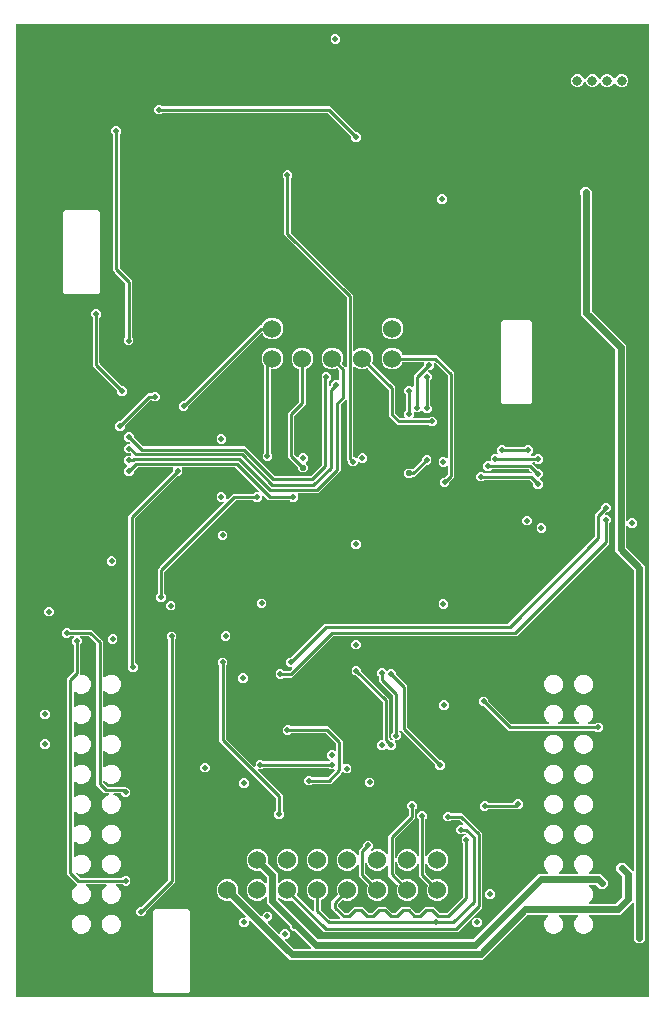
<source format=gbr>
G04 EAGLE Gerber RS-274X export*
G75*
%MOMM*%
%FSLAX34Y34*%
%LPD*%
%INBottom Copper*%
%IPPOS*%
%AMOC8*
5,1,8,0,0,1.08239X$1,22.5*%
G01*
%ADD10C,1.524000*%
%ADD11C,0.838200*%
%ADD12C,0.500000*%
%ADD13C,0.254000*%
%ADD14P,0.541195X8X22.500000*%
%ADD15C,0.609600*%
%ADD16C,0.550000*%

G36*
X267258Y-162996D02*
X267258Y-162996D01*
X267277Y-162998D01*
X267379Y-162976D01*
X267481Y-162960D01*
X267498Y-162950D01*
X267518Y-162946D01*
X267607Y-162893D01*
X267698Y-162844D01*
X267712Y-162830D01*
X267729Y-162820D01*
X267796Y-162741D01*
X267868Y-162666D01*
X267876Y-162648D01*
X267889Y-162633D01*
X267928Y-162537D01*
X267971Y-162443D01*
X267973Y-162423D01*
X267981Y-162405D01*
X267999Y-162238D01*
X267999Y659738D01*
X267996Y659758D01*
X267998Y659777D01*
X267976Y659879D01*
X267960Y659981D01*
X267950Y659998D01*
X267946Y660018D01*
X267893Y660107D01*
X267844Y660198D01*
X267830Y660212D01*
X267820Y660229D01*
X267741Y660296D01*
X267666Y660368D01*
X267648Y660376D01*
X267633Y660389D01*
X267537Y660428D01*
X267443Y660471D01*
X267423Y660473D01*
X267405Y660481D01*
X267238Y660499D01*
X-267238Y660499D01*
X-267258Y660496D01*
X-267277Y660498D01*
X-267379Y660476D01*
X-267481Y660460D01*
X-267498Y660450D01*
X-267518Y660446D01*
X-267607Y660393D01*
X-267698Y660344D01*
X-267712Y660330D01*
X-267729Y660320D01*
X-267796Y660241D01*
X-267868Y660166D01*
X-267876Y660148D01*
X-267889Y660133D01*
X-267928Y660037D01*
X-267971Y659943D01*
X-267973Y659923D01*
X-267981Y659905D01*
X-267999Y659738D01*
X-267999Y-162238D01*
X-267996Y-162258D01*
X-267998Y-162277D01*
X-267976Y-162379D01*
X-267960Y-162481D01*
X-267950Y-162498D01*
X-267946Y-162518D01*
X-267893Y-162607D01*
X-267844Y-162698D01*
X-267830Y-162712D01*
X-267820Y-162729D01*
X-267741Y-162796D01*
X-267666Y-162868D01*
X-267648Y-162876D01*
X-267633Y-162889D01*
X-267537Y-162928D01*
X-267443Y-162971D01*
X-267423Y-162973D01*
X-267405Y-162981D01*
X-267238Y-162999D01*
X267238Y-162999D01*
X267258Y-162996D01*
G37*
%LPC*%
G36*
X-36494Y-131573D02*
X-36494Y-131573D01*
X-39396Y-128671D01*
X-69676Y-98391D01*
X-69734Y-98349D01*
X-69786Y-98300D01*
X-69833Y-98278D01*
X-69875Y-98248D01*
X-69944Y-98226D01*
X-70009Y-98196D01*
X-70061Y-98190D01*
X-70111Y-98175D01*
X-70182Y-98177D01*
X-70253Y-98169D01*
X-70304Y-98180D01*
X-70356Y-98182D01*
X-70424Y-98206D01*
X-70494Y-98221D01*
X-70539Y-98248D01*
X-70587Y-98266D01*
X-70643Y-98311D01*
X-70705Y-98348D01*
X-70739Y-98387D01*
X-70779Y-98420D01*
X-70818Y-98480D01*
X-70865Y-98534D01*
X-70884Y-98583D01*
X-70912Y-98627D01*
X-70930Y-98696D01*
X-70957Y-98763D01*
X-70965Y-98834D01*
X-70973Y-98865D01*
X-70971Y-98888D01*
X-70975Y-98929D01*
X-70975Y-101667D01*
X-73333Y-104025D01*
X-76667Y-104025D01*
X-79025Y-101667D01*
X-79025Y-98333D01*
X-76667Y-95975D01*
X-73929Y-95975D01*
X-73859Y-95964D01*
X-73787Y-95962D01*
X-73738Y-95944D01*
X-73687Y-95936D01*
X-73623Y-95902D01*
X-73556Y-95877D01*
X-73515Y-95845D01*
X-73469Y-95820D01*
X-73420Y-95769D01*
X-73364Y-95724D01*
X-73336Y-95680D01*
X-73300Y-95642D01*
X-73270Y-95577D01*
X-73231Y-95517D01*
X-73218Y-95466D01*
X-73196Y-95419D01*
X-73188Y-95348D01*
X-73171Y-95278D01*
X-73175Y-95226D01*
X-73169Y-95175D01*
X-73184Y-95104D01*
X-73190Y-95033D01*
X-73210Y-94985D01*
X-73221Y-94934D01*
X-73258Y-94873D01*
X-73286Y-94807D01*
X-73331Y-94751D01*
X-73348Y-94723D01*
X-73365Y-94708D01*
X-73391Y-94676D01*
X-86114Y-81953D01*
X-86209Y-81885D01*
X-86303Y-81815D01*
X-86309Y-81813D01*
X-86314Y-81809D01*
X-86425Y-81775D01*
X-86537Y-81739D01*
X-86543Y-81739D01*
X-86549Y-81737D01*
X-86666Y-81740D01*
X-86782Y-81741D01*
X-86790Y-81743D01*
X-86795Y-81743D01*
X-86812Y-81750D01*
X-86944Y-81788D01*
X-87081Y-81845D01*
X-90719Y-81845D01*
X-94080Y-80453D01*
X-96653Y-77880D01*
X-98045Y-74519D01*
X-98045Y-70881D01*
X-96653Y-67520D01*
X-94080Y-64947D01*
X-90719Y-63555D01*
X-87081Y-63555D01*
X-83720Y-64947D01*
X-81147Y-67520D01*
X-79755Y-70881D01*
X-79755Y-74519D01*
X-79812Y-74656D01*
X-79839Y-74769D01*
X-79867Y-74884D01*
X-79867Y-74890D01*
X-79868Y-74896D01*
X-79857Y-75012D01*
X-79848Y-75129D01*
X-79846Y-75134D01*
X-79845Y-75141D01*
X-79797Y-75249D01*
X-79752Y-75355D01*
X-79747Y-75361D01*
X-79745Y-75365D01*
X-79732Y-75380D01*
X-79647Y-75486D01*
X-60324Y-94809D01*
X-60266Y-94851D01*
X-60214Y-94900D01*
X-60167Y-94922D01*
X-60125Y-94952D01*
X-60056Y-94974D01*
X-59991Y-95004D01*
X-59939Y-95010D01*
X-59889Y-95025D01*
X-59818Y-95023D01*
X-59747Y-95031D01*
X-59696Y-95020D01*
X-59644Y-95018D01*
X-59576Y-94994D01*
X-59506Y-94979D01*
X-59462Y-94952D01*
X-59413Y-94934D01*
X-59357Y-94889D01*
X-59295Y-94852D01*
X-59261Y-94813D01*
X-59221Y-94780D01*
X-59182Y-94720D01*
X-59135Y-94666D01*
X-59116Y-94617D01*
X-59088Y-94573D01*
X-59070Y-94504D01*
X-59043Y-94437D01*
X-59035Y-94366D01*
X-59027Y-94335D01*
X-59029Y-94312D01*
X-59025Y-94271D01*
X-59025Y-93333D01*
X-56667Y-90975D01*
X-53333Y-90975D01*
X-50975Y-93333D01*
X-50975Y-96667D01*
X-53333Y-99025D01*
X-54271Y-99025D01*
X-54341Y-99036D01*
X-54413Y-99038D01*
X-54462Y-99056D01*
X-54513Y-99064D01*
X-54577Y-99098D01*
X-54644Y-99123D01*
X-54685Y-99155D01*
X-54731Y-99180D01*
X-54780Y-99231D01*
X-54836Y-99276D01*
X-54864Y-99320D01*
X-54900Y-99358D01*
X-54930Y-99423D01*
X-54969Y-99483D01*
X-54982Y-99534D01*
X-55004Y-99581D01*
X-55012Y-99652D01*
X-55029Y-99722D01*
X-55025Y-99774D01*
X-55031Y-99825D01*
X-55016Y-99896D01*
X-55010Y-99967D01*
X-54990Y-100015D01*
X-54979Y-100066D01*
X-54942Y-100127D01*
X-54914Y-100193D01*
X-54869Y-100249D01*
X-54852Y-100277D01*
X-54835Y-100292D01*
X-54809Y-100324D01*
X-45324Y-109809D01*
X-45266Y-109851D01*
X-45214Y-109900D01*
X-45167Y-109922D01*
X-45125Y-109952D01*
X-45056Y-109974D01*
X-44991Y-110004D01*
X-44939Y-110010D01*
X-44889Y-110025D01*
X-44818Y-110023D01*
X-44747Y-110031D01*
X-44696Y-110020D01*
X-44644Y-110018D01*
X-44576Y-109994D01*
X-44506Y-109979D01*
X-44462Y-109952D01*
X-44413Y-109934D01*
X-44357Y-109889D01*
X-44295Y-109852D01*
X-44261Y-109813D01*
X-44221Y-109780D01*
X-44182Y-109720D01*
X-44135Y-109666D01*
X-44116Y-109617D01*
X-44088Y-109573D01*
X-44070Y-109504D01*
X-44043Y-109437D01*
X-44035Y-109366D01*
X-44027Y-109335D01*
X-44029Y-109312D01*
X-44025Y-109271D01*
X-44025Y-108333D01*
X-41667Y-105975D01*
X-38333Y-105975D01*
X-35975Y-108333D01*
X-35975Y-111667D01*
X-38333Y-114025D01*
X-39271Y-114025D01*
X-39341Y-114036D01*
X-39413Y-114038D01*
X-39462Y-114056D01*
X-39513Y-114064D01*
X-39577Y-114098D01*
X-39644Y-114123D01*
X-39685Y-114155D01*
X-39731Y-114180D01*
X-39780Y-114232D01*
X-39836Y-114276D01*
X-39864Y-114320D01*
X-39900Y-114358D01*
X-39930Y-114423D01*
X-39969Y-114483D01*
X-39982Y-114534D01*
X-40004Y-114581D01*
X-40012Y-114652D01*
X-40029Y-114722D01*
X-40025Y-114774D01*
X-40031Y-114825D01*
X-40016Y-114896D01*
X-40010Y-114967D01*
X-39990Y-115015D01*
X-39979Y-115066D01*
X-39942Y-115127D01*
X-39914Y-115193D01*
X-39869Y-115249D01*
X-39852Y-115277D01*
X-39835Y-115292D01*
X-39809Y-115324D01*
X-32929Y-122204D01*
X-32855Y-122257D01*
X-32785Y-122317D01*
X-32755Y-122329D01*
X-32729Y-122348D01*
X-32642Y-122375D01*
X-32557Y-122409D01*
X-32516Y-122413D01*
X-32494Y-122420D01*
X-32462Y-122419D01*
X-32391Y-122427D01*
X-18877Y-122427D01*
X-18807Y-122416D01*
X-18735Y-122414D01*
X-18686Y-122396D01*
X-18635Y-122388D01*
X-18571Y-122354D01*
X-18504Y-122329D01*
X-18463Y-122297D01*
X-18417Y-122272D01*
X-18368Y-122220D01*
X-18312Y-122176D01*
X-18284Y-122132D01*
X-18248Y-122094D01*
X-18218Y-122029D01*
X-18179Y-121969D01*
X-18166Y-121918D01*
X-18144Y-121871D01*
X-18136Y-121800D01*
X-18119Y-121730D01*
X-18123Y-121678D01*
X-18117Y-121627D01*
X-18132Y-121556D01*
X-18138Y-121485D01*
X-18158Y-121437D01*
X-18169Y-121386D01*
X-18206Y-121325D01*
X-18234Y-121259D01*
X-18279Y-121203D01*
X-18296Y-121175D01*
X-18313Y-121160D01*
X-18339Y-121128D01*
X-18796Y-120671D01*
X-31969Y-107498D01*
X-32043Y-107445D01*
X-32113Y-107385D01*
X-32143Y-107373D01*
X-32169Y-107354D01*
X-32256Y-107327D01*
X-32341Y-107293D01*
X-32382Y-107289D01*
X-32404Y-107282D01*
X-32436Y-107283D01*
X-32507Y-107275D01*
X-33271Y-107275D01*
X-35775Y-104771D01*
X-35775Y-104007D01*
X-35789Y-103917D01*
X-35797Y-103826D01*
X-35809Y-103797D01*
X-35814Y-103765D01*
X-35857Y-103684D01*
X-35893Y-103600D01*
X-35919Y-103568D01*
X-35930Y-103547D01*
X-35953Y-103525D01*
X-35998Y-103469D01*
X-55341Y-84126D01*
X-55341Y-79311D01*
X-55352Y-79240D01*
X-55354Y-79169D01*
X-55372Y-79120D01*
X-55380Y-79068D01*
X-55414Y-79005D01*
X-55439Y-78938D01*
X-55471Y-78897D01*
X-55496Y-78851D01*
X-55548Y-78802D01*
X-55592Y-78746D01*
X-55636Y-78717D01*
X-55674Y-78682D01*
X-55739Y-78651D01*
X-55799Y-78613D01*
X-55850Y-78600D01*
X-55897Y-78578D01*
X-55968Y-78570D01*
X-56038Y-78553D01*
X-56090Y-78557D01*
X-56141Y-78551D01*
X-56212Y-78566D01*
X-56283Y-78572D01*
X-56331Y-78592D01*
X-56382Y-78603D01*
X-56443Y-78640D01*
X-56509Y-78668D01*
X-56565Y-78713D01*
X-56593Y-78729D01*
X-56608Y-78747D01*
X-56640Y-78773D01*
X-58320Y-80453D01*
X-61681Y-81845D01*
X-65319Y-81845D01*
X-68680Y-80453D01*
X-71253Y-77880D01*
X-72645Y-74519D01*
X-72645Y-70881D01*
X-71253Y-67520D01*
X-68680Y-64947D01*
X-65319Y-63555D01*
X-61681Y-63555D01*
X-58320Y-64947D01*
X-56640Y-66627D01*
X-56582Y-66669D01*
X-56530Y-66718D01*
X-56483Y-66740D01*
X-56441Y-66771D01*
X-56372Y-66792D01*
X-56307Y-66822D01*
X-56255Y-66828D01*
X-56205Y-66843D01*
X-56134Y-66841D01*
X-56063Y-66849D01*
X-56012Y-66838D01*
X-55960Y-66837D01*
X-55892Y-66812D01*
X-55822Y-66797D01*
X-55777Y-66770D01*
X-55729Y-66752D01*
X-55673Y-66707D01*
X-55611Y-66671D01*
X-55577Y-66631D01*
X-55537Y-66599D01*
X-55498Y-66538D01*
X-55451Y-66484D01*
X-55432Y-66435D01*
X-55404Y-66392D01*
X-55386Y-66322D01*
X-55359Y-66256D01*
X-55351Y-66184D01*
X-55343Y-66153D01*
X-55345Y-66130D01*
X-55341Y-66089D01*
X-55341Y-62241D01*
X-55355Y-62151D01*
X-55363Y-62060D01*
X-55375Y-62031D01*
X-55380Y-61999D01*
X-55423Y-61918D01*
X-55459Y-61834D01*
X-55485Y-61802D01*
X-55496Y-61781D01*
X-55519Y-61759D01*
X-55564Y-61703D01*
X-60714Y-56553D01*
X-60809Y-56484D01*
X-60903Y-56415D01*
X-60909Y-56413D01*
X-60914Y-56409D01*
X-61025Y-56375D01*
X-61137Y-56339D01*
X-61143Y-56339D01*
X-61149Y-56337D01*
X-61266Y-56340D01*
X-61382Y-56341D01*
X-61390Y-56343D01*
X-61395Y-56343D01*
X-61412Y-56350D01*
X-61544Y-56388D01*
X-61681Y-56445D01*
X-65319Y-56445D01*
X-68680Y-55053D01*
X-71253Y-52480D01*
X-72645Y-49119D01*
X-72645Y-45481D01*
X-71253Y-42120D01*
X-68680Y-39547D01*
X-65319Y-38155D01*
X-61681Y-38155D01*
X-58320Y-39547D01*
X-55747Y-42120D01*
X-54355Y-45481D01*
X-54355Y-49119D01*
X-54412Y-49256D01*
X-54439Y-49369D01*
X-54467Y-49484D01*
X-54467Y-49490D01*
X-54468Y-49496D01*
X-54457Y-49613D01*
X-54448Y-49729D01*
X-54446Y-49734D01*
X-54445Y-49741D01*
X-54397Y-49849D01*
X-54352Y-49955D01*
X-54347Y-49961D01*
X-54345Y-49965D01*
X-54332Y-49980D01*
X-54267Y-50061D01*
X-54265Y-50064D01*
X-54264Y-50065D01*
X-54247Y-50086D01*
X-49097Y-55236D01*
X-46195Y-58138D01*
X-46195Y-66025D01*
X-46184Y-66096D01*
X-46182Y-66167D01*
X-46164Y-66216D01*
X-46156Y-66268D01*
X-46122Y-66331D01*
X-46097Y-66398D01*
X-46065Y-66439D01*
X-46040Y-66485D01*
X-45988Y-66534D01*
X-45944Y-66590D01*
X-45900Y-66619D01*
X-45862Y-66654D01*
X-45797Y-66685D01*
X-45737Y-66723D01*
X-45686Y-66736D01*
X-45639Y-66758D01*
X-45568Y-66766D01*
X-45498Y-66783D01*
X-45446Y-66779D01*
X-45395Y-66785D01*
X-45324Y-66770D01*
X-45253Y-66764D01*
X-45205Y-66744D01*
X-45154Y-66733D01*
X-45093Y-66696D01*
X-45027Y-66668D01*
X-44971Y-66623D01*
X-44943Y-66607D01*
X-44928Y-66589D01*
X-44896Y-66563D01*
X-43280Y-64947D01*
X-39919Y-63555D01*
X-36281Y-63555D01*
X-32920Y-64947D01*
X-30347Y-67520D01*
X-28955Y-70881D01*
X-28955Y-74519D01*
X-29895Y-76788D01*
X-29922Y-76902D01*
X-29950Y-77015D01*
X-29950Y-77021D01*
X-29951Y-77027D01*
X-29940Y-77144D01*
X-29931Y-77260D01*
X-29929Y-77266D01*
X-29928Y-77272D01*
X-29880Y-77380D01*
X-29835Y-77487D01*
X-29830Y-77492D01*
X-29828Y-77497D01*
X-29815Y-77511D01*
X-29730Y-77618D01*
X-16794Y-90553D01*
X-16736Y-90595D01*
X-16684Y-90645D01*
X-16637Y-90667D01*
X-16595Y-90697D01*
X-16526Y-90718D01*
X-16461Y-90748D01*
X-16409Y-90754D01*
X-16359Y-90769D01*
X-16288Y-90767D01*
X-16217Y-90775D01*
X-16166Y-90764D01*
X-16114Y-90763D01*
X-16046Y-90738D01*
X-15976Y-90723D01*
X-15932Y-90696D01*
X-15883Y-90678D01*
X-15827Y-90634D01*
X-15765Y-90597D01*
X-15731Y-90557D01*
X-15691Y-90525D01*
X-15652Y-90464D01*
X-15605Y-90410D01*
X-15586Y-90362D01*
X-15558Y-90318D01*
X-15540Y-90248D01*
X-15513Y-90182D01*
X-15505Y-90110D01*
X-15497Y-90079D01*
X-15499Y-90056D01*
X-15495Y-90015D01*
X-15495Y-81949D01*
X-15514Y-81834D01*
X-15531Y-81718D01*
X-15533Y-81713D01*
X-15534Y-81706D01*
X-15589Y-81604D01*
X-15642Y-81499D01*
X-15647Y-81495D01*
X-15650Y-81489D01*
X-15734Y-81409D01*
X-15818Y-81327D01*
X-15824Y-81323D01*
X-15828Y-81320D01*
X-15845Y-81312D01*
X-15965Y-81246D01*
X-17880Y-80453D01*
X-20453Y-77880D01*
X-21845Y-74519D01*
X-21845Y-70881D01*
X-20453Y-67520D01*
X-17880Y-64947D01*
X-14519Y-63555D01*
X-10881Y-63555D01*
X-7520Y-64947D01*
X-4947Y-67520D01*
X-3555Y-70881D01*
X-3555Y-74519D01*
X-4947Y-77880D01*
X-7520Y-80453D01*
X-9435Y-81246D01*
X-9535Y-81307D01*
X-9635Y-81367D01*
X-9639Y-81372D01*
X-9644Y-81376D01*
X-9719Y-81465D01*
X-9795Y-81554D01*
X-9797Y-81560D01*
X-9801Y-81565D01*
X-9843Y-81673D01*
X-9887Y-81783D01*
X-9888Y-81790D01*
X-9889Y-81795D01*
X-9890Y-81813D01*
X-9905Y-81949D01*
X-9905Y-88787D01*
X-9891Y-88877D01*
X-9883Y-88968D01*
X-9871Y-88998D01*
X-9866Y-89030D01*
X-9823Y-89110D01*
X-9787Y-89194D01*
X-9761Y-89226D01*
X-9750Y-89247D01*
X-9727Y-89269D01*
X-9682Y-89325D01*
X-2065Y-96942D01*
X-1991Y-96995D01*
X-1922Y-97055D01*
X-1892Y-97067D01*
X-1866Y-97086D01*
X-1779Y-97113D01*
X-1694Y-97147D01*
X-1653Y-97151D01*
X-1631Y-97158D01*
X-1598Y-97157D01*
X-1527Y-97165D01*
X5875Y-97165D01*
X5946Y-97154D01*
X6018Y-97152D01*
X6067Y-97134D01*
X6118Y-97126D01*
X6181Y-97092D01*
X6249Y-97067D01*
X6289Y-97035D01*
X6335Y-97010D01*
X6385Y-96958D01*
X6441Y-96914D01*
X6469Y-96870D01*
X6505Y-96832D01*
X6535Y-96767D01*
X6574Y-96707D01*
X6586Y-96656D01*
X6608Y-96609D01*
X6616Y-96538D01*
X6634Y-96468D01*
X6630Y-96416D01*
X6635Y-96365D01*
X6620Y-96294D01*
X6615Y-96223D01*
X6594Y-96175D01*
X6583Y-96124D01*
X6546Y-96063D01*
X6518Y-95997D01*
X6473Y-95941D01*
X6457Y-95913D01*
X6439Y-95898D01*
X6413Y-95866D01*
X1065Y-90518D01*
X-795Y-88658D01*
X-795Y-82242D01*
X1065Y-80382D01*
X4184Y-77264D01*
X4251Y-77170D01*
X4322Y-77075D01*
X4324Y-77069D01*
X4327Y-77064D01*
X4361Y-76953D01*
X4398Y-76841D01*
X4398Y-76835D01*
X4400Y-76829D01*
X4397Y-76712D01*
X4395Y-76596D01*
X4393Y-76588D01*
X4393Y-76583D01*
X4387Y-76566D01*
X4349Y-76434D01*
X3555Y-74519D01*
X3555Y-70881D01*
X4947Y-67520D01*
X7520Y-64947D01*
X10881Y-63555D01*
X14519Y-63555D01*
X17880Y-64947D01*
X20453Y-67520D01*
X21845Y-70881D01*
X21845Y-74519D01*
X20453Y-77880D01*
X17880Y-80453D01*
X14519Y-81845D01*
X10881Y-81845D01*
X8966Y-81051D01*
X8852Y-81025D01*
X8738Y-80996D01*
X8732Y-80997D01*
X8726Y-80995D01*
X8610Y-81006D01*
X8493Y-81015D01*
X8488Y-81018D01*
X8481Y-81018D01*
X8374Y-81066D01*
X8267Y-81112D01*
X8261Y-81116D01*
X8257Y-81118D01*
X8243Y-81131D01*
X8136Y-81216D01*
X5018Y-84335D01*
X4964Y-84409D01*
X4905Y-84478D01*
X4893Y-84508D01*
X4874Y-84534D01*
X4847Y-84622D01*
X4813Y-84706D01*
X4809Y-84747D01*
X4802Y-84769D01*
X4803Y-84802D01*
X4795Y-84873D01*
X4795Y-86027D01*
X4809Y-86117D01*
X4817Y-86208D01*
X4829Y-86238D01*
X4834Y-86270D01*
X4877Y-86350D01*
X4913Y-86434D01*
X4939Y-86466D01*
X4950Y-86487D01*
X4973Y-86509D01*
X5018Y-86565D01*
X10435Y-91982D01*
X10509Y-92035D01*
X10578Y-92095D01*
X10608Y-92107D01*
X10634Y-92126D01*
X10721Y-92153D01*
X10806Y-92187D01*
X10847Y-92191D01*
X10869Y-92198D01*
X10902Y-92197D01*
X10973Y-92205D01*
X13027Y-92205D01*
X13117Y-92191D01*
X13208Y-92183D01*
X13238Y-92171D01*
X13270Y-92166D01*
X13350Y-92123D01*
X13434Y-92087D01*
X13466Y-92061D01*
X13487Y-92050D01*
X13489Y-92048D01*
X13510Y-92027D01*
X13565Y-91982D01*
X18342Y-87205D01*
X25658Y-87205D01*
X30435Y-91982D01*
X30509Y-92035D01*
X30578Y-92095D01*
X30608Y-92107D01*
X30634Y-92126D01*
X30721Y-92153D01*
X30806Y-92187D01*
X30847Y-92191D01*
X30869Y-92198D01*
X30902Y-92197D01*
X30973Y-92205D01*
X33027Y-92205D01*
X33117Y-92191D01*
X33208Y-92183D01*
X33238Y-92171D01*
X33270Y-92166D01*
X33350Y-92123D01*
X33434Y-92087D01*
X33466Y-92061D01*
X33487Y-92050D01*
X33489Y-92048D01*
X33510Y-92027D01*
X33565Y-91982D01*
X38342Y-87205D01*
X45658Y-87205D01*
X50435Y-91982D01*
X50509Y-92035D01*
X50578Y-92095D01*
X50608Y-92107D01*
X50634Y-92126D01*
X50721Y-92153D01*
X50806Y-92187D01*
X50847Y-92191D01*
X50869Y-92198D01*
X50902Y-92197D01*
X50973Y-92205D01*
X53027Y-92205D01*
X53117Y-92191D01*
X53208Y-92183D01*
X53238Y-92171D01*
X53270Y-92166D01*
X53350Y-92123D01*
X53434Y-92087D01*
X53467Y-92061D01*
X53487Y-92050D01*
X53489Y-92048D01*
X53510Y-92027D01*
X53565Y-91982D01*
X56482Y-89065D01*
X58342Y-87205D01*
X65658Y-87205D01*
X70435Y-91982D01*
X70509Y-92035D01*
X70578Y-92095D01*
X70608Y-92107D01*
X70634Y-92126D01*
X70721Y-92153D01*
X70806Y-92187D01*
X70847Y-92191D01*
X70869Y-92198D01*
X70902Y-92197D01*
X70973Y-92205D01*
X73027Y-92205D01*
X73117Y-92191D01*
X73208Y-92183D01*
X73238Y-92171D01*
X73270Y-92166D01*
X73350Y-92123D01*
X73434Y-92087D01*
X73466Y-92061D01*
X73487Y-92050D01*
X73489Y-92048D01*
X73510Y-92027D01*
X73565Y-91982D01*
X78342Y-87205D01*
X85658Y-87205D01*
X90355Y-91902D01*
X90429Y-91955D01*
X90498Y-92015D01*
X90528Y-92027D01*
X90554Y-92046D01*
X90641Y-92073D01*
X90726Y-92107D01*
X90767Y-92111D01*
X90789Y-92118D01*
X90822Y-92117D01*
X90893Y-92125D01*
X96266Y-92125D01*
X96356Y-92111D01*
X96447Y-92103D01*
X96477Y-92091D01*
X96509Y-92086D01*
X96589Y-92043D01*
X96673Y-92007D01*
X96705Y-91981D01*
X96726Y-91970D01*
X96748Y-91947D01*
X96804Y-91902D01*
X110442Y-78264D01*
X110486Y-78203D01*
X110520Y-78167D01*
X110526Y-78154D01*
X110555Y-78121D01*
X110567Y-78091D01*
X110586Y-78064D01*
X110613Y-77978D01*
X110647Y-77893D01*
X110651Y-77852D01*
X110658Y-77829D01*
X110657Y-77797D01*
X110665Y-77726D01*
X110665Y-33652D01*
X110651Y-33562D01*
X110643Y-33471D01*
X110631Y-33442D01*
X110626Y-33410D01*
X110583Y-33329D01*
X110547Y-33245D01*
X110521Y-33213D01*
X110510Y-33192D01*
X110487Y-33170D01*
X110442Y-33114D01*
X109495Y-32167D01*
X109495Y-28833D01*
X111853Y-26475D01*
X112606Y-26475D01*
X112676Y-26464D01*
X112748Y-26462D01*
X112797Y-26444D01*
X112848Y-26436D01*
X112912Y-26402D01*
X112979Y-26377D01*
X113020Y-26345D01*
X113066Y-26320D01*
X113115Y-26269D01*
X113171Y-26224D01*
X113199Y-26180D01*
X113235Y-26142D01*
X113265Y-26077D01*
X113304Y-26017D01*
X113317Y-25966D01*
X113339Y-25919D01*
X113347Y-25848D01*
X113364Y-25778D01*
X113360Y-25726D01*
X113366Y-25675D01*
X113351Y-25604D01*
X113345Y-25533D01*
X113325Y-25485D01*
X113314Y-25434D01*
X113277Y-25373D01*
X113249Y-25307D01*
X113204Y-25251D01*
X113187Y-25223D01*
X113170Y-25208D01*
X113144Y-25176D01*
X112486Y-24518D01*
X112412Y-24464D01*
X112342Y-24405D01*
X112312Y-24393D01*
X112286Y-24374D01*
X112199Y-24347D01*
X112114Y-24313D01*
X112073Y-24309D01*
X112051Y-24302D01*
X112019Y-24303D01*
X111948Y-24295D01*
X111732Y-24295D01*
X111642Y-24309D01*
X111551Y-24317D01*
X111522Y-24329D01*
X111490Y-24334D01*
X111409Y-24377D01*
X111325Y-24413D01*
X111293Y-24439D01*
X111272Y-24450D01*
X111250Y-24473D01*
X111194Y-24518D01*
X110187Y-25525D01*
X106853Y-25525D01*
X104495Y-23167D01*
X104495Y-19833D01*
X106853Y-17475D01*
X110205Y-17475D01*
X110276Y-17464D01*
X110348Y-17462D01*
X110397Y-17444D01*
X110448Y-17436D01*
X110511Y-17402D01*
X110579Y-17377D01*
X110619Y-17345D01*
X110665Y-17320D01*
X110715Y-17268D01*
X110771Y-17224D01*
X110799Y-17180D01*
X110835Y-17142D01*
X110865Y-17077D01*
X110904Y-17017D01*
X110916Y-16966D01*
X110938Y-16919D01*
X110946Y-16848D01*
X110964Y-16778D01*
X110960Y-16726D01*
X110965Y-16675D01*
X110950Y-16604D01*
X110945Y-16533D01*
X110924Y-16485D01*
X110913Y-16434D01*
X110876Y-16373D01*
X110848Y-16307D01*
X110803Y-16251D01*
X110787Y-16223D01*
X110769Y-16208D01*
X110743Y-16176D01*
X108085Y-13518D01*
X108011Y-13465D01*
X107942Y-13405D01*
X107912Y-13393D01*
X107886Y-13374D01*
X107798Y-13347D01*
X107714Y-13313D01*
X107673Y-13309D01*
X107651Y-13302D01*
X107618Y-13303D01*
X107547Y-13295D01*
X101212Y-13295D01*
X101122Y-13309D01*
X101031Y-13317D01*
X101002Y-13329D01*
X100970Y-13334D01*
X100889Y-13377D01*
X100805Y-13413D01*
X100773Y-13439D01*
X100752Y-13450D01*
X100730Y-13473D01*
X100674Y-13518D01*
X99667Y-14525D01*
X96333Y-14525D01*
X93975Y-12167D01*
X93975Y-8833D01*
X96333Y-6475D01*
X99667Y-6475D01*
X100674Y-7482D01*
X100748Y-7535D01*
X100818Y-7595D01*
X100848Y-7607D01*
X100874Y-7626D01*
X100961Y-7653D01*
X101046Y-7687D01*
X101087Y-7691D01*
X101109Y-7698D01*
X101141Y-7697D01*
X101212Y-7705D01*
X110178Y-7705D01*
X126795Y-24322D01*
X126795Y-87658D01*
X124935Y-89518D01*
X108018Y-106435D01*
X106158Y-108295D01*
X-6958Y-108295D01*
X-8818Y-106435D01*
X-33890Y-81363D01*
X-33984Y-81295D01*
X-34078Y-81225D01*
X-34084Y-81223D01*
X-34089Y-81219D01*
X-34200Y-81185D01*
X-34312Y-81149D01*
X-34318Y-81149D01*
X-34324Y-81147D01*
X-34441Y-81150D01*
X-34558Y-81151D01*
X-34565Y-81153D01*
X-34570Y-81153D01*
X-34588Y-81160D01*
X-34719Y-81198D01*
X-36281Y-81845D01*
X-39919Y-81845D01*
X-43280Y-80453D01*
X-44896Y-78837D01*
X-44954Y-78795D01*
X-45006Y-78746D01*
X-45053Y-78724D01*
X-45095Y-78693D01*
X-45164Y-78672D01*
X-45229Y-78642D01*
X-45281Y-78636D01*
X-45331Y-78621D01*
X-45402Y-78623D01*
X-45473Y-78615D01*
X-45524Y-78626D01*
X-45576Y-78627D01*
X-45644Y-78652D01*
X-45714Y-78667D01*
X-45759Y-78694D01*
X-45807Y-78712D01*
X-45863Y-78757D01*
X-45925Y-78793D01*
X-45959Y-78833D01*
X-45999Y-78865D01*
X-46038Y-78926D01*
X-46085Y-78980D01*
X-46104Y-79029D01*
X-46132Y-79072D01*
X-46150Y-79142D01*
X-46177Y-79208D01*
X-46185Y-79280D01*
X-46193Y-79311D01*
X-46191Y-79334D01*
X-46195Y-79375D01*
X-46195Y-80023D01*
X-46192Y-80044D01*
X-46194Y-80062D01*
X-46179Y-80130D01*
X-46173Y-80204D01*
X-46161Y-80233D01*
X-46156Y-80265D01*
X-46146Y-80284D01*
X-46142Y-80303D01*
X-46106Y-80363D01*
X-46077Y-80430D01*
X-46051Y-80462D01*
X-46040Y-80483D01*
X-46026Y-80497D01*
X-46015Y-80514D01*
X-45998Y-80529D01*
X-45972Y-80561D01*
X-12329Y-114204D01*
X-12255Y-114257D01*
X-12185Y-114317D01*
X-12155Y-114329D01*
X-12129Y-114348D01*
X-12042Y-114375D01*
X-11957Y-114409D01*
X-11916Y-114413D01*
X-11894Y-114420D01*
X-11862Y-114419D01*
X-11791Y-114427D01*
X118791Y-114427D01*
X118881Y-114413D01*
X118972Y-114405D01*
X119001Y-114393D01*
X119033Y-114388D01*
X119114Y-114345D01*
X119198Y-114309D01*
X119230Y-114283D01*
X119251Y-114272D01*
X119273Y-114249D01*
X119329Y-114204D01*
X174606Y-58927D01*
X182275Y-58927D01*
X182345Y-58916D01*
X182417Y-58914D01*
X182466Y-58896D01*
X182517Y-58888D01*
X182581Y-58854D01*
X182648Y-58829D01*
X182689Y-58797D01*
X182735Y-58772D01*
X182784Y-58720D01*
X182840Y-58676D01*
X182868Y-58632D01*
X182904Y-58594D01*
X182934Y-58529D01*
X182973Y-58469D01*
X182986Y-58418D01*
X183008Y-58371D01*
X183016Y-58300D01*
X183033Y-58230D01*
X183029Y-58178D01*
X183035Y-58127D01*
X183020Y-58056D01*
X183014Y-57985D01*
X182994Y-57937D01*
X182983Y-57886D01*
X182946Y-57825D01*
X182918Y-57759D01*
X182873Y-57703D01*
X182857Y-57675D01*
X182839Y-57660D01*
X182813Y-57628D01*
X180517Y-55332D01*
X179299Y-52391D01*
X179299Y-49209D01*
X180517Y-46268D01*
X182768Y-44017D01*
X185709Y-42799D01*
X188891Y-42799D01*
X191832Y-44017D01*
X194083Y-46268D01*
X195301Y-49209D01*
X195301Y-52391D01*
X194083Y-55332D01*
X191787Y-57628D01*
X191745Y-57686D01*
X191696Y-57738D01*
X191674Y-57785D01*
X191643Y-57827D01*
X191622Y-57896D01*
X191592Y-57961D01*
X191586Y-58013D01*
X191571Y-58063D01*
X191573Y-58134D01*
X191565Y-58205D01*
X191576Y-58256D01*
X191577Y-58308D01*
X191602Y-58376D01*
X191617Y-58446D01*
X191644Y-58491D01*
X191662Y-58539D01*
X191707Y-58595D01*
X191743Y-58657D01*
X191783Y-58691D01*
X191816Y-58731D01*
X191876Y-58770D01*
X191930Y-58817D01*
X191979Y-58836D01*
X192023Y-58864D01*
X192092Y-58882D01*
X192159Y-58909D01*
X192230Y-58917D01*
X192261Y-58925D01*
X192284Y-58923D01*
X192325Y-58927D01*
X207675Y-58927D01*
X207745Y-58916D01*
X207817Y-58914D01*
X207866Y-58896D01*
X207917Y-58888D01*
X207981Y-58854D01*
X208048Y-58829D01*
X208089Y-58797D01*
X208135Y-58772D01*
X208184Y-58720D01*
X208240Y-58676D01*
X208268Y-58632D01*
X208304Y-58594D01*
X208334Y-58529D01*
X208373Y-58469D01*
X208386Y-58418D01*
X208408Y-58371D01*
X208416Y-58300D01*
X208433Y-58230D01*
X208429Y-58178D01*
X208435Y-58127D01*
X208420Y-58056D01*
X208414Y-57985D01*
X208394Y-57937D01*
X208383Y-57886D01*
X208346Y-57825D01*
X208318Y-57759D01*
X208273Y-57703D01*
X208257Y-57675D01*
X208239Y-57660D01*
X208213Y-57628D01*
X205917Y-55332D01*
X204699Y-52391D01*
X204699Y-49209D01*
X205917Y-46268D01*
X208168Y-44017D01*
X211109Y-42799D01*
X214291Y-42799D01*
X217232Y-44017D01*
X219483Y-46268D01*
X220701Y-49209D01*
X220701Y-52391D01*
X219483Y-55332D01*
X217187Y-57628D01*
X217145Y-57686D01*
X217096Y-57738D01*
X217074Y-57785D01*
X217043Y-57827D01*
X217022Y-57896D01*
X216992Y-57961D01*
X216986Y-58013D01*
X216971Y-58063D01*
X216973Y-58134D01*
X216965Y-58205D01*
X216976Y-58256D01*
X216977Y-58308D01*
X217002Y-58376D01*
X217017Y-58446D01*
X217044Y-58491D01*
X217062Y-58539D01*
X217107Y-58595D01*
X217143Y-58657D01*
X217183Y-58691D01*
X217216Y-58731D01*
X217276Y-58770D01*
X217330Y-58817D01*
X217379Y-58836D01*
X217423Y-58864D01*
X217492Y-58882D01*
X217559Y-58909D01*
X217630Y-58917D01*
X217661Y-58925D01*
X217684Y-58923D01*
X217725Y-58927D01*
X226894Y-58927D01*
X233073Y-65106D01*
X233073Y-68894D01*
X230394Y-71573D01*
X226606Y-71573D01*
X223329Y-68296D01*
X223255Y-68243D01*
X223185Y-68183D01*
X223155Y-68171D01*
X223129Y-68152D01*
X223042Y-68125D01*
X222957Y-68091D01*
X222916Y-68087D01*
X222894Y-68080D01*
X222862Y-68081D01*
X222791Y-68073D01*
X217725Y-68073D01*
X217655Y-68084D01*
X217583Y-68086D01*
X217534Y-68104D01*
X217483Y-68112D01*
X217419Y-68146D01*
X217352Y-68171D01*
X217311Y-68203D01*
X217265Y-68228D01*
X217216Y-68280D01*
X217160Y-68324D01*
X217132Y-68368D01*
X217096Y-68406D01*
X217066Y-68471D01*
X217027Y-68531D01*
X217014Y-68582D01*
X216992Y-68629D01*
X216984Y-68700D01*
X216967Y-68770D01*
X216971Y-68822D01*
X216965Y-68873D01*
X216980Y-68944D01*
X216986Y-69015D01*
X217006Y-69063D01*
X217017Y-69114D01*
X217054Y-69175D01*
X217082Y-69241D01*
X217127Y-69297D01*
X217143Y-69325D01*
X217161Y-69340D01*
X217187Y-69372D01*
X219483Y-71668D01*
X220701Y-74609D01*
X220701Y-77791D01*
X219483Y-80732D01*
X217206Y-83009D01*
X217197Y-83014D01*
X217111Y-83060D01*
X217094Y-83078D01*
X217071Y-83092D01*
X217009Y-83167D01*
X216942Y-83238D01*
X216931Y-83262D01*
X216914Y-83282D01*
X216880Y-83373D01*
X216838Y-83461D01*
X216836Y-83487D01*
X216826Y-83511D01*
X216822Y-83609D01*
X216811Y-83705D01*
X216817Y-83731D01*
X216816Y-83757D01*
X216843Y-83850D01*
X216864Y-83946D01*
X216877Y-83968D01*
X216884Y-83993D01*
X216940Y-84073D01*
X216990Y-84157D01*
X217010Y-84174D01*
X217024Y-84195D01*
X217103Y-84253D01*
X217177Y-84317D01*
X217201Y-84327D01*
X217222Y-84342D01*
X217314Y-84372D01*
X217405Y-84409D01*
X217437Y-84412D01*
X217456Y-84418D01*
X217489Y-84418D01*
X217572Y-84427D01*
X239291Y-84427D01*
X239381Y-84413D01*
X239472Y-84405D01*
X239501Y-84393D01*
X239533Y-84388D01*
X239614Y-84345D01*
X239698Y-84309D01*
X239730Y-84283D01*
X239751Y-84272D01*
X239773Y-84249D01*
X239829Y-84204D01*
X245204Y-78829D01*
X245257Y-78755D01*
X245317Y-78685D01*
X245329Y-78655D01*
X245348Y-78629D01*
X245375Y-78542D01*
X245409Y-78457D01*
X245413Y-78416D01*
X245420Y-78394D01*
X245419Y-78362D01*
X245427Y-78291D01*
X245427Y-61209D01*
X245413Y-61119D01*
X245405Y-61028D01*
X245393Y-60999D01*
X245388Y-60967D01*
X245345Y-60886D01*
X245309Y-60802D01*
X245283Y-60770D01*
X245272Y-60749D01*
X245249Y-60727D01*
X245204Y-60671D01*
X240427Y-55894D01*
X240427Y-52106D01*
X243106Y-49427D01*
X246894Y-49427D01*
X251671Y-54204D01*
X254128Y-56661D01*
X254186Y-56703D01*
X254238Y-56752D01*
X254285Y-56774D01*
X254327Y-56804D01*
X254396Y-56826D01*
X254461Y-56856D01*
X254513Y-56861D01*
X254563Y-56877D01*
X254634Y-56875D01*
X254705Y-56883D01*
X254756Y-56872D01*
X254808Y-56870D01*
X254876Y-56846D01*
X254946Y-56831D01*
X254991Y-56804D01*
X255039Y-56786D01*
X255095Y-56741D01*
X255157Y-56704D01*
X255191Y-56665D01*
X255231Y-56632D01*
X255270Y-56572D01*
X255317Y-56518D01*
X255336Y-56469D01*
X255364Y-56425D01*
X255382Y-56356D01*
X255409Y-56289D01*
X255417Y-56218D01*
X255425Y-56187D01*
X255423Y-56164D01*
X255427Y-56123D01*
X255427Y197791D01*
X255413Y197881D01*
X255405Y197972D01*
X255393Y198001D01*
X255388Y198033D01*
X255345Y198114D01*
X255309Y198198D01*
X255283Y198230D01*
X255272Y198251D01*
X255249Y198273D01*
X255204Y198329D01*
X239427Y214106D01*
X239427Y384791D01*
X239413Y384881D01*
X239405Y384972D01*
X239393Y385001D01*
X239388Y385033D01*
X239345Y385114D01*
X239309Y385198D01*
X239283Y385230D01*
X239272Y385251D01*
X239249Y385273D01*
X239204Y385329D01*
X210427Y414106D01*
X210427Y515291D01*
X210425Y515304D01*
X210426Y515314D01*
X210415Y515366D01*
X210413Y515381D01*
X210405Y515472D01*
X210393Y515501D01*
X210388Y515533D01*
X210345Y515614D01*
X210309Y515698D01*
X210283Y515730D01*
X210272Y515751D01*
X210249Y515773D01*
X210204Y515829D01*
X209927Y516106D01*
X209927Y519894D01*
X212606Y522573D01*
X216394Y522573D01*
X219573Y519394D01*
X219573Y418209D01*
X219587Y418119D01*
X219595Y418028D01*
X219607Y417999D01*
X219612Y417967D01*
X219655Y417886D01*
X219691Y417802D01*
X219717Y417770D01*
X219728Y417749D01*
X219751Y417727D01*
X219796Y417671D01*
X248573Y388894D01*
X248573Y240102D01*
X248584Y240032D01*
X248586Y239960D01*
X248604Y239911D01*
X248612Y239860D01*
X248646Y239796D01*
X248671Y239729D01*
X248703Y239688D01*
X248728Y239642D01*
X248780Y239593D01*
X248824Y239537D01*
X248868Y239509D01*
X248906Y239473D01*
X248971Y239443D01*
X249031Y239404D01*
X249082Y239391D01*
X249129Y239369D01*
X249200Y239361D01*
X249270Y239344D01*
X249322Y239348D01*
X249373Y239342D01*
X249444Y239357D01*
X249515Y239363D01*
X249563Y239383D01*
X249614Y239394D01*
X249675Y239431D01*
X249741Y239459D01*
X249797Y239504D01*
X249825Y239521D01*
X249840Y239538D01*
X249872Y239564D01*
X252333Y242025D01*
X255667Y242025D01*
X258025Y239667D01*
X258025Y236333D01*
X255667Y233975D01*
X252333Y233975D01*
X249872Y236436D01*
X249814Y236478D01*
X249762Y236527D01*
X249743Y236536D01*
X249731Y236547D01*
X249702Y236558D01*
X249673Y236579D01*
X249604Y236601D01*
X249539Y236631D01*
X249515Y236633D01*
X249503Y236639D01*
X249468Y236642D01*
X249437Y236652D01*
X249393Y236651D01*
X249336Y236657D01*
X249334Y236657D01*
X249321Y236655D01*
X249295Y236658D01*
X249244Y236647D01*
X249192Y236645D01*
X249133Y236624D01*
X249091Y236617D01*
X249080Y236611D01*
X249054Y236606D01*
X249009Y236579D01*
X248961Y236561D01*
X248913Y236523D01*
X248874Y236502D01*
X248864Y236492D01*
X248843Y236479D01*
X248809Y236440D01*
X248769Y236407D01*
X248737Y236358D01*
X248704Y236324D01*
X248698Y236310D01*
X248683Y236293D01*
X248664Y236244D01*
X248636Y236200D01*
X248622Y236146D01*
X248601Y236101D01*
X248599Y236084D01*
X248591Y236064D01*
X248583Y235993D01*
X248575Y235962D01*
X248577Y235939D01*
X248573Y235898D01*
X248573Y218209D01*
X248587Y218119D01*
X248595Y218028D01*
X248607Y217999D01*
X248612Y217967D01*
X248655Y217886D01*
X248691Y217802D01*
X248717Y217770D01*
X248728Y217749D01*
X248751Y217727D01*
X248796Y217671D01*
X264573Y201894D01*
X264573Y-114894D01*
X261894Y-117573D01*
X258106Y-117573D01*
X255427Y-114894D01*
X255427Y-83377D01*
X255416Y-83307D01*
X255414Y-83235D01*
X255396Y-83186D01*
X255388Y-83135D01*
X255354Y-83071D01*
X255329Y-83004D01*
X255297Y-82963D01*
X255272Y-82917D01*
X255220Y-82868D01*
X255176Y-82812D01*
X255132Y-82784D01*
X255094Y-82748D01*
X255029Y-82718D01*
X254969Y-82679D01*
X254918Y-82666D01*
X254871Y-82644D01*
X254800Y-82636D01*
X254730Y-82619D01*
X254678Y-82623D01*
X254627Y-82617D01*
X254556Y-82632D01*
X254485Y-82638D01*
X254437Y-82658D01*
X254386Y-82669D01*
X254325Y-82706D01*
X254259Y-82734D01*
X254203Y-82779D01*
X254175Y-82796D01*
X254160Y-82813D01*
X254128Y-82839D01*
X243394Y-93573D01*
X217825Y-93573D01*
X217755Y-93584D01*
X217683Y-93586D01*
X217634Y-93604D01*
X217583Y-93612D01*
X217519Y-93646D01*
X217452Y-93671D01*
X217411Y-93703D01*
X217365Y-93728D01*
X217316Y-93780D01*
X217260Y-93824D01*
X217232Y-93868D01*
X217196Y-93906D01*
X217166Y-93971D01*
X217127Y-94031D01*
X217114Y-94082D01*
X217092Y-94129D01*
X217084Y-94200D01*
X217067Y-94270D01*
X217071Y-94322D01*
X217065Y-94373D01*
X217080Y-94444D01*
X217086Y-94515D01*
X217106Y-94563D01*
X217117Y-94614D01*
X217154Y-94675D01*
X217182Y-94741D01*
X217227Y-94797D01*
X217243Y-94825D01*
X217261Y-94840D01*
X217287Y-94872D01*
X219483Y-97068D01*
X220701Y-100009D01*
X220701Y-103191D01*
X219483Y-106132D01*
X217232Y-108383D01*
X214291Y-109601D01*
X211109Y-109601D01*
X208168Y-108383D01*
X205917Y-106132D01*
X204699Y-103191D01*
X204699Y-100009D01*
X205917Y-97068D01*
X208113Y-94872D01*
X208155Y-94814D01*
X208204Y-94762D01*
X208226Y-94715D01*
X208257Y-94673D01*
X208278Y-94604D01*
X208308Y-94539D01*
X208314Y-94487D01*
X208329Y-94437D01*
X208327Y-94366D01*
X208335Y-94295D01*
X208324Y-94244D01*
X208323Y-94192D01*
X208298Y-94124D01*
X208283Y-94054D01*
X208256Y-94009D01*
X208238Y-93961D01*
X208193Y-93905D01*
X208157Y-93843D01*
X208117Y-93809D01*
X208084Y-93769D01*
X208024Y-93730D01*
X207970Y-93683D01*
X207921Y-93664D01*
X207877Y-93636D01*
X207808Y-93618D01*
X207741Y-93591D01*
X207670Y-93583D01*
X207639Y-93575D01*
X207616Y-93577D01*
X207575Y-93573D01*
X192425Y-93573D01*
X192355Y-93584D01*
X192283Y-93586D01*
X192234Y-93604D01*
X192183Y-93612D01*
X192119Y-93646D01*
X192052Y-93671D01*
X192011Y-93703D01*
X191965Y-93728D01*
X191916Y-93780D01*
X191860Y-93824D01*
X191832Y-93868D01*
X191796Y-93906D01*
X191766Y-93971D01*
X191727Y-94031D01*
X191714Y-94082D01*
X191692Y-94129D01*
X191684Y-94200D01*
X191667Y-94270D01*
X191671Y-94322D01*
X191665Y-94373D01*
X191680Y-94444D01*
X191686Y-94515D01*
X191706Y-94563D01*
X191717Y-94614D01*
X191754Y-94675D01*
X191782Y-94741D01*
X191827Y-94797D01*
X191843Y-94825D01*
X191861Y-94840D01*
X191887Y-94872D01*
X194083Y-97068D01*
X195301Y-100009D01*
X195301Y-103191D01*
X194083Y-106132D01*
X191832Y-108383D01*
X188891Y-109601D01*
X185709Y-109601D01*
X182768Y-108383D01*
X180517Y-106132D01*
X179299Y-103191D01*
X179299Y-100009D01*
X180517Y-97068D01*
X182713Y-94872D01*
X182755Y-94814D01*
X182804Y-94762D01*
X182826Y-94715D01*
X182857Y-94673D01*
X182878Y-94604D01*
X182908Y-94539D01*
X182914Y-94487D01*
X182929Y-94437D01*
X182927Y-94366D01*
X182935Y-94295D01*
X182924Y-94244D01*
X182923Y-94192D01*
X182898Y-94124D01*
X182883Y-94054D01*
X182856Y-94009D01*
X182838Y-93961D01*
X182793Y-93905D01*
X182757Y-93843D01*
X182717Y-93809D01*
X182684Y-93769D01*
X182624Y-93730D01*
X182570Y-93683D01*
X182521Y-93664D01*
X182477Y-93636D01*
X182408Y-93618D01*
X182341Y-93591D01*
X182270Y-93583D01*
X182239Y-93575D01*
X182216Y-93577D01*
X182175Y-93573D01*
X165709Y-93573D01*
X165619Y-93587D01*
X165528Y-93595D01*
X165499Y-93607D01*
X165467Y-93612D01*
X165386Y-93655D01*
X165302Y-93691D01*
X165270Y-93717D01*
X165249Y-93728D01*
X165227Y-93751D01*
X165171Y-93796D01*
X127394Y-131573D01*
X-36494Y-131573D01*
G37*
%LPD*%
%LPC*%
G36*
X-170667Y111975D02*
X-170667Y111975D01*
X-173025Y114333D01*
X-173025Y117667D01*
X-173018Y117674D01*
X-172965Y117748D01*
X-172905Y117818D01*
X-172893Y117848D01*
X-172874Y117874D01*
X-172847Y117961D01*
X-172813Y118046D01*
X-172809Y118087D01*
X-172802Y118109D01*
X-172803Y118141D01*
X-172795Y118212D01*
X-172795Y244158D01*
X-135248Y281705D01*
X-135195Y281779D01*
X-135135Y281848D01*
X-135123Y281878D01*
X-135104Y281904D01*
X-135077Y281991D01*
X-135043Y282076D01*
X-135039Y282117D01*
X-135032Y282139D01*
X-135033Y282172D01*
X-135025Y282243D01*
X-135025Y283667D01*
X-134786Y283906D01*
X-134744Y283964D01*
X-134695Y284016D01*
X-134673Y284063D01*
X-134643Y284105D01*
X-134621Y284174D01*
X-134591Y284239D01*
X-134586Y284291D01*
X-134570Y284341D01*
X-134572Y284412D01*
X-134564Y284483D01*
X-134575Y284534D01*
X-134577Y284586D01*
X-134601Y284654D01*
X-134616Y284724D01*
X-134643Y284769D01*
X-134661Y284817D01*
X-134706Y284873D01*
X-134743Y284935D01*
X-134782Y284969D01*
X-134815Y285009D01*
X-134875Y285048D01*
X-134929Y285095D01*
X-134978Y285114D01*
X-135022Y285142D01*
X-135091Y285160D01*
X-135158Y285187D01*
X-135229Y285195D01*
X-135260Y285203D01*
X-135283Y285201D01*
X-135324Y285205D01*
X-164527Y285205D01*
X-164617Y285191D01*
X-164708Y285183D01*
X-164738Y285171D01*
X-164770Y285166D01*
X-164850Y285123D01*
X-164934Y285087D01*
X-164967Y285061D01*
X-164987Y285050D01*
X-165009Y285027D01*
X-165065Y284982D01*
X-167752Y282295D01*
X-167805Y282221D01*
X-167865Y282152D01*
X-167877Y282122D01*
X-167896Y282096D01*
X-167923Y282008D01*
X-167957Y281924D01*
X-167961Y281883D01*
X-167968Y281861D01*
X-167967Y281828D01*
X-167975Y281757D01*
X-167975Y280333D01*
X-170333Y277975D01*
X-173667Y277975D01*
X-176025Y280333D01*
X-176025Y283667D01*
X-173730Y285962D01*
X-173718Y285978D01*
X-173703Y285990D01*
X-173647Y286078D01*
X-173587Y286161D01*
X-173581Y286180D01*
X-173570Y286197D01*
X-173545Y286298D01*
X-173514Y286397D01*
X-173515Y286416D01*
X-173510Y286436D01*
X-173518Y286539D01*
X-173521Y286642D01*
X-173527Y286661D01*
X-173529Y286681D01*
X-173569Y286776D01*
X-173605Y286873D01*
X-173618Y286889D01*
X-173625Y286907D01*
X-173730Y287038D01*
X-176025Y289333D01*
X-176025Y292667D01*
X-173667Y295025D01*
X-170815Y295025D01*
X-170744Y295036D01*
X-170672Y295038D01*
X-170623Y295056D01*
X-170572Y295064D01*
X-170509Y295098D01*
X-170441Y295123D01*
X-170401Y295155D01*
X-170355Y295180D01*
X-170305Y295231D01*
X-170249Y295276D01*
X-170221Y295320D01*
X-170185Y295358D01*
X-170155Y295423D01*
X-170116Y295483D01*
X-170104Y295534D01*
X-170082Y295581D01*
X-170074Y295652D01*
X-170056Y295722D01*
X-170060Y295774D01*
X-170055Y295825D01*
X-170070Y295896D01*
X-170075Y295967D01*
X-170096Y296015D01*
X-170107Y296066D01*
X-170144Y296127D01*
X-170172Y296193D01*
X-170217Y296249D01*
X-170233Y296277D01*
X-170251Y296292D01*
X-170277Y296324D01*
X-170705Y296752D01*
X-170779Y296806D01*
X-170848Y296865D01*
X-170878Y296877D01*
X-170904Y296896D01*
X-170992Y296923D01*
X-171076Y296957D01*
X-171117Y296961D01*
X-171140Y296968D01*
X-171172Y296967D01*
X-171243Y296975D01*
X-173667Y296975D01*
X-176025Y299333D01*
X-176025Y302667D01*
X-173667Y305025D01*
X-171815Y305025D01*
X-171744Y305036D01*
X-171672Y305038D01*
X-171623Y305056D01*
X-171572Y305064D01*
X-171509Y305098D01*
X-171441Y305123D01*
X-171401Y305155D01*
X-171355Y305180D01*
X-171305Y305231D01*
X-171249Y305276D01*
X-171221Y305320D01*
X-171185Y305358D01*
X-171155Y305423D01*
X-171116Y305483D01*
X-171104Y305534D01*
X-171082Y305581D01*
X-171074Y305652D01*
X-171056Y305722D01*
X-171060Y305774D01*
X-171055Y305825D01*
X-171070Y305896D01*
X-171075Y305967D01*
X-171096Y306015D01*
X-171107Y306066D01*
X-171144Y306127D01*
X-171172Y306193D01*
X-171217Y306249D01*
X-171233Y306277D01*
X-171251Y306292D01*
X-171277Y306324D01*
X-171705Y306752D01*
X-171779Y306806D01*
X-171848Y306865D01*
X-171878Y306877D01*
X-171904Y306896D01*
X-171992Y306923D01*
X-172076Y306957D01*
X-172117Y306961D01*
X-172140Y306968D01*
X-172172Y306967D01*
X-172243Y306975D01*
X-173667Y306975D01*
X-176025Y309333D01*
X-176025Y312667D01*
X-173667Y315025D01*
X-170333Y315025D01*
X-167975Y312667D01*
X-167975Y311243D01*
X-167973Y311230D01*
X-167974Y311220D01*
X-167963Y311169D01*
X-167961Y311153D01*
X-167953Y311062D01*
X-167941Y311032D01*
X-167936Y311000D01*
X-167893Y310920D01*
X-167857Y310836D01*
X-167831Y310804D01*
X-167820Y310783D01*
X-167797Y310761D01*
X-167752Y310705D01*
X-160257Y303210D01*
X-160183Y303157D01*
X-160114Y303097D01*
X-160084Y303085D01*
X-160058Y303066D01*
X-159971Y303039D01*
X-159886Y303005D01*
X-159845Y303001D01*
X-159823Y302994D01*
X-159790Y302995D01*
X-159719Y302987D01*
X-74034Y302987D01*
X-49065Y278018D01*
X-48991Y277965D01*
X-48922Y277905D01*
X-48892Y277893D01*
X-48866Y277874D01*
X-48779Y277847D01*
X-48694Y277813D01*
X-48653Y277809D01*
X-48631Y277802D01*
X-48598Y277803D01*
X-48527Y277795D01*
X-18473Y277795D01*
X-18383Y277809D01*
X-18292Y277817D01*
X-18262Y277829D01*
X-18230Y277834D01*
X-18150Y277877D01*
X-18066Y277913D01*
X-18034Y277939D01*
X-18013Y277950D01*
X-17991Y277973D01*
X-17935Y278018D01*
X-9018Y286935D01*
X-8965Y287009D01*
X-8905Y287078D01*
X-8893Y287108D01*
X-8874Y287134D01*
X-8847Y287221D01*
X-8813Y287306D01*
X-8809Y287347D01*
X-8802Y287369D01*
X-8803Y287402D01*
X-8795Y287473D01*
X-8795Y359467D01*
X-8809Y359557D01*
X-8817Y359648D01*
X-8829Y359678D01*
X-8834Y359710D01*
X-8877Y359790D01*
X-8913Y359874D01*
X-8939Y359906D01*
X-8950Y359927D01*
X-8973Y359949D01*
X-9018Y360005D01*
X-9196Y360183D01*
X-9196Y363517D01*
X-6838Y365875D01*
X-3504Y365875D01*
X-1146Y363517D01*
X-1146Y360183D01*
X-2982Y358347D01*
X-3035Y358273D01*
X-3095Y358203D01*
X-3107Y358173D01*
X-3126Y358147D01*
X-3153Y358060D01*
X-3187Y357975D01*
X-3191Y357934D01*
X-3198Y357912D01*
X-3197Y357880D01*
X-3205Y357808D01*
X-3205Y354585D01*
X-3194Y354514D01*
X-3192Y354442D01*
X-3174Y354394D01*
X-3166Y354342D01*
X-3132Y354279D01*
X-3107Y354211D01*
X-3075Y354171D01*
X-3050Y354125D01*
X-2998Y354075D01*
X-2954Y354019D01*
X-2910Y353991D01*
X-2872Y353955D01*
X-2807Y353925D01*
X-2747Y353886D01*
X-2696Y353874D01*
X-2649Y353852D01*
X-2578Y353844D01*
X-2508Y353826D01*
X-2456Y353830D01*
X-2405Y353825D01*
X-2334Y353840D01*
X-2263Y353846D01*
X-2215Y353866D01*
X-2164Y353877D01*
X-2103Y353914D01*
X-2037Y353942D01*
X-1981Y353987D01*
X-1953Y354003D01*
X-1938Y354021D01*
X-1906Y354047D01*
X-1136Y354816D01*
X-1083Y354890D01*
X-1024Y354960D01*
X-1011Y354990D01*
X-993Y355016D01*
X-966Y355103D01*
X-932Y355188D01*
X-927Y355229D01*
X-920Y355251D01*
X-921Y355283D01*
X-913Y355355D01*
X-913Y356779D01*
X1444Y359136D01*
X5094Y359136D01*
X5095Y359137D01*
X5139Y359132D01*
X5189Y359143D01*
X5240Y359144D01*
X5308Y359168D01*
X5379Y359184D01*
X5423Y359210D01*
X5471Y359227D01*
X5528Y359273D01*
X5591Y359310D01*
X5624Y359349D01*
X5664Y359381D01*
X5703Y359442D01*
X5750Y359497D01*
X5770Y359544D01*
X5797Y359587D01*
X5815Y359658D01*
X5842Y359725D01*
X5850Y359795D01*
X5858Y359826D01*
X5856Y359849D01*
X5861Y359892D01*
X5861Y367171D01*
X5846Y367262D01*
X5839Y367352D01*
X5826Y367382D01*
X5821Y367414D01*
X5778Y367495D01*
X5743Y367579D01*
X5717Y367611D01*
X5706Y367632D01*
X5683Y367654D01*
X5638Y367710D01*
X4564Y368784D01*
X4470Y368851D01*
X4375Y368922D01*
X4369Y368924D01*
X4364Y368927D01*
X4253Y368961D01*
X4141Y368998D01*
X4135Y368998D01*
X4129Y369000D01*
X4012Y368997D01*
X3895Y368995D01*
X3888Y368993D01*
X3883Y368993D01*
X3866Y368987D01*
X3734Y368949D01*
X1819Y368155D01*
X-1819Y368155D01*
X-5180Y369547D01*
X-7753Y372120D01*
X-9145Y375481D01*
X-9145Y379119D01*
X-7753Y382480D01*
X-5180Y385053D01*
X-1819Y386445D01*
X1819Y386445D01*
X5180Y385053D01*
X7753Y382480D01*
X9145Y379119D01*
X9145Y375481D01*
X8351Y373566D01*
X8325Y373452D01*
X8296Y373339D01*
X8297Y373332D01*
X8295Y373326D01*
X8306Y373210D01*
X8315Y373093D01*
X8318Y373088D01*
X8318Y373081D01*
X8366Y372975D01*
X8412Y372867D01*
X8416Y372861D01*
X8418Y372857D01*
X8431Y372843D01*
X8516Y372736D01*
X10892Y370361D01*
X10950Y370319D01*
X11002Y370269D01*
X11049Y370247D01*
X11091Y370217D01*
X11160Y370196D01*
X11225Y370166D01*
X11277Y370160D01*
X11327Y370145D01*
X11398Y370147D01*
X11469Y370139D01*
X11520Y370150D01*
X11572Y370151D01*
X11640Y370176D01*
X11710Y370191D01*
X11755Y370218D01*
X11803Y370236D01*
X11859Y370280D01*
X11921Y370317D01*
X11955Y370357D01*
X11995Y370389D01*
X12034Y370450D01*
X12081Y370504D01*
X12100Y370552D01*
X12128Y370596D01*
X12146Y370666D01*
X12173Y370732D01*
X12181Y370804D01*
X12189Y370835D01*
X12187Y370858D01*
X12191Y370899D01*
X12191Y428541D01*
X12177Y428631D01*
X12169Y428722D01*
X12157Y428752D01*
X12152Y428784D01*
X12109Y428864D01*
X12073Y428948D01*
X12047Y428980D01*
X12036Y429001D01*
X12013Y429023D01*
X11968Y429079D01*
X-40795Y481842D01*
X-40795Y529288D01*
X-40809Y529378D01*
X-40817Y529469D01*
X-40829Y529498D01*
X-40834Y529530D01*
X-40877Y529611D01*
X-40913Y529695D01*
X-40939Y529727D01*
X-40950Y529748D01*
X-40973Y529770D01*
X-41018Y529826D01*
X-42025Y530833D01*
X-42025Y534167D01*
X-39667Y536525D01*
X-36333Y536525D01*
X-33975Y534167D01*
X-33975Y530833D01*
X-34982Y529826D01*
X-35035Y529752D01*
X-35095Y529682D01*
X-35107Y529652D01*
X-35126Y529626D01*
X-35153Y529539D01*
X-35187Y529454D01*
X-35191Y529413D01*
X-35198Y529391D01*
X-35197Y529359D01*
X-35205Y529288D01*
X-35205Y484473D01*
X-35191Y484383D01*
X-35183Y484292D01*
X-35171Y484262D01*
X-35166Y484230D01*
X-35123Y484150D01*
X-35087Y484066D01*
X-35061Y484034D01*
X-35050Y484013D01*
X-35027Y483991D01*
X-34982Y483935D01*
X17781Y431172D01*
X17781Y384451D01*
X17792Y384380D01*
X17794Y384309D01*
X17812Y384260D01*
X17820Y384208D01*
X17854Y384145D01*
X17879Y384078D01*
X17911Y384037D01*
X17936Y383991D01*
X17988Y383942D01*
X18032Y383886D01*
X18076Y383857D01*
X18114Y383822D01*
X18179Y383791D01*
X18239Y383753D01*
X18290Y383740D01*
X18337Y383718D01*
X18408Y383710D01*
X18478Y383693D01*
X18530Y383697D01*
X18581Y383691D01*
X18652Y383706D01*
X18723Y383712D01*
X18771Y383732D01*
X18822Y383743D01*
X18883Y383780D01*
X18949Y383808D01*
X19005Y383853D01*
X19033Y383869D01*
X19048Y383887D01*
X19080Y383913D01*
X20220Y385053D01*
X23581Y386445D01*
X27219Y386445D01*
X30580Y385053D01*
X33153Y382480D01*
X34545Y379119D01*
X34545Y375481D01*
X33751Y373566D01*
X33725Y373452D01*
X33696Y373338D01*
X33697Y373332D01*
X33695Y373326D01*
X33706Y373210D01*
X33715Y373093D01*
X33718Y373088D01*
X33718Y373081D01*
X33766Y372974D01*
X33812Y372867D01*
X33816Y372861D01*
X33818Y372857D01*
X33831Y372843D01*
X33916Y372736D01*
X51335Y355318D01*
X53195Y353458D01*
X53195Y331073D01*
X53209Y330983D01*
X53217Y330892D01*
X53229Y330862D01*
X53234Y330830D01*
X53277Y330750D01*
X53313Y330666D01*
X53339Y330634D01*
X53350Y330613D01*
X53373Y330591D01*
X53391Y330568D01*
X53395Y330561D01*
X53400Y330557D01*
X53418Y330535D01*
X56935Y327018D01*
X57009Y326965D01*
X57078Y326905D01*
X57108Y326893D01*
X57134Y326874D01*
X57221Y326847D01*
X57306Y326813D01*
X57347Y326809D01*
X57369Y326802D01*
X57402Y326803D01*
X57473Y326795D01*
X60676Y326795D01*
X60746Y326806D01*
X60818Y326808D01*
X60867Y326826D01*
X60918Y326834D01*
X60982Y326868D01*
X61049Y326893D01*
X61090Y326925D01*
X61136Y326950D01*
X61185Y327002D01*
X61241Y327046D01*
X61269Y327090D01*
X61305Y327128D01*
X61335Y327193D01*
X61374Y327253D01*
X61387Y327304D01*
X61409Y327351D01*
X61417Y327422D01*
X61434Y327492D01*
X61430Y327544D01*
X61436Y327595D01*
X61421Y327666D01*
X61415Y327737D01*
X61395Y327785D01*
X61384Y327836D01*
X61347Y327897D01*
X61319Y327963D01*
X61274Y328019D01*
X61257Y328047D01*
X61240Y328062D01*
X61214Y328094D01*
X60975Y328333D01*
X60975Y331667D01*
X61982Y332674D01*
X62035Y332748D01*
X62095Y332818D01*
X62107Y332848D01*
X62126Y332874D01*
X62153Y332961D01*
X62187Y333046D01*
X62191Y333087D01*
X62198Y333109D01*
X62197Y333141D01*
X62205Y333212D01*
X62205Y346788D01*
X62191Y346878D01*
X62183Y346969D01*
X62171Y346998D01*
X62166Y347030D01*
X62123Y347111D01*
X62087Y347195D01*
X62061Y347227D01*
X62050Y347248D01*
X62027Y347270D01*
X61982Y347326D01*
X60975Y348333D01*
X60975Y351667D01*
X63333Y354025D01*
X66667Y354025D01*
X67406Y353286D01*
X67464Y353244D01*
X67516Y353195D01*
X67563Y353173D01*
X67605Y353143D01*
X67674Y353121D01*
X67739Y353091D01*
X67791Y353086D01*
X67841Y353070D01*
X67912Y353072D01*
X67983Y353064D01*
X68034Y353075D01*
X68086Y353077D01*
X68154Y353101D01*
X68224Y353116D01*
X68269Y353143D01*
X68317Y353161D01*
X68373Y353206D01*
X68435Y353243D01*
X68469Y353282D01*
X68509Y353315D01*
X68548Y353375D01*
X68595Y353429D01*
X68614Y353478D01*
X68642Y353522D01*
X68660Y353591D01*
X68687Y353658D01*
X68695Y353729D01*
X68703Y353760D01*
X68701Y353783D01*
X68705Y353824D01*
X68705Y362658D01*
X77752Y371705D01*
X77805Y371779D01*
X77865Y371848D01*
X77877Y371878D01*
X77896Y371904D01*
X77923Y371991D01*
X77957Y372076D01*
X77961Y372117D01*
X77968Y372139D01*
X77967Y372172D01*
X77975Y372243D01*
X77975Y373744D01*
X77972Y373764D01*
X77974Y373783D01*
X77952Y373885D01*
X77936Y373987D01*
X77926Y374004D01*
X77922Y374024D01*
X77869Y374113D01*
X77820Y374204D01*
X77806Y374218D01*
X77796Y374235D01*
X77717Y374302D01*
X77642Y374374D01*
X77624Y374382D01*
X77609Y374395D01*
X77513Y374434D01*
X77419Y374477D01*
X77399Y374479D01*
X77381Y374487D01*
X77214Y374505D01*
X60049Y374505D01*
X59934Y374486D01*
X59818Y374469D01*
X59813Y374467D01*
X59806Y374466D01*
X59704Y374411D01*
X59599Y374358D01*
X59595Y374353D01*
X59589Y374350D01*
X59509Y374266D01*
X59427Y374182D01*
X59423Y374176D01*
X59420Y374172D01*
X59412Y374155D01*
X59346Y374035D01*
X58553Y372120D01*
X55980Y369547D01*
X52619Y368155D01*
X48981Y368155D01*
X45620Y369547D01*
X43047Y372120D01*
X41655Y375481D01*
X41655Y379119D01*
X43047Y382480D01*
X45620Y385053D01*
X48981Y386445D01*
X52619Y386445D01*
X55980Y385053D01*
X58553Y382480D01*
X59346Y380565D01*
X59408Y380465D01*
X59467Y380365D01*
X59472Y380361D01*
X59475Y380356D01*
X59566Y380281D01*
X59654Y380205D01*
X59660Y380203D01*
X59665Y380199D01*
X59773Y380157D01*
X59882Y380113D01*
X59890Y380112D01*
X59895Y380111D01*
X59913Y380110D01*
X60049Y380095D01*
X88345Y380095D01*
X103251Y365189D01*
X103251Y276798D01*
X99248Y272795D01*
X99195Y272721D01*
X99135Y272652D01*
X99123Y272622D01*
X99104Y272596D01*
X99077Y272509D01*
X99043Y272424D01*
X99039Y272383D01*
X99032Y272361D01*
X99033Y272328D01*
X99025Y272257D01*
X99025Y270833D01*
X96667Y268475D01*
X93333Y268475D01*
X90975Y270833D01*
X90975Y274167D01*
X93333Y276525D01*
X94757Y276525D01*
X94847Y276539D01*
X94938Y276547D01*
X94968Y276559D01*
X95000Y276564D01*
X95080Y276607D01*
X95164Y276643D01*
X95196Y276669D01*
X95217Y276680D01*
X95239Y276703D01*
X95295Y276748D01*
X97438Y278891D01*
X97491Y278965D01*
X97551Y279034D01*
X97563Y279064D01*
X97582Y279090D01*
X97609Y279177D01*
X97643Y279262D01*
X97647Y279303D01*
X97654Y279325D01*
X97653Y279358D01*
X97661Y279429D01*
X97661Y285612D01*
X97650Y285682D01*
X97648Y285754D01*
X97630Y285803D01*
X97622Y285854D01*
X97588Y285918D01*
X97563Y285985D01*
X97531Y286026D01*
X97506Y286072D01*
X97454Y286121D01*
X97410Y286177D01*
X97366Y286205D01*
X97328Y286241D01*
X97263Y286271D01*
X97203Y286310D01*
X97152Y286323D01*
X97105Y286345D01*
X97034Y286353D01*
X96964Y286370D01*
X96912Y286366D01*
X96861Y286372D01*
X96790Y286357D01*
X96719Y286351D01*
X96671Y286331D01*
X96620Y286320D01*
X96559Y286283D01*
X96493Y286255D01*
X96437Y286210D01*
X96409Y286193D01*
X96394Y286176D01*
X96362Y286150D01*
X95687Y285475D01*
X92353Y285475D01*
X89995Y287833D01*
X89995Y291167D01*
X92353Y293525D01*
X95687Y293525D01*
X96362Y292850D01*
X96420Y292808D01*
X96472Y292759D01*
X96519Y292737D01*
X96561Y292707D01*
X96630Y292685D01*
X96695Y292655D01*
X96747Y292650D01*
X96797Y292634D01*
X96868Y292636D01*
X96939Y292628D01*
X96990Y292639D01*
X97042Y292641D01*
X97110Y292665D01*
X97180Y292680D01*
X97225Y292707D01*
X97273Y292725D01*
X97329Y292770D01*
X97391Y292807D01*
X97425Y292846D01*
X97465Y292879D01*
X97504Y292939D01*
X97551Y292993D01*
X97570Y293042D01*
X97598Y293086D01*
X97616Y293155D01*
X97643Y293222D01*
X97651Y293293D01*
X97659Y293324D01*
X97657Y293347D01*
X97661Y293388D01*
X97661Y362558D01*
X97647Y362648D01*
X97639Y362739D01*
X97627Y362769D01*
X97622Y362801D01*
X97579Y362881D01*
X97543Y362965D01*
X97517Y362997D01*
X97506Y363018D01*
X97483Y363040D01*
X97438Y363096D01*
X87324Y373210D01*
X87266Y373252D01*
X87214Y373301D01*
X87167Y373323D01*
X87125Y373354D01*
X87056Y373375D01*
X86991Y373405D01*
X86939Y373411D01*
X86889Y373426D01*
X86818Y373424D01*
X86747Y373432D01*
X86696Y373421D01*
X86644Y373420D01*
X86576Y373395D01*
X86506Y373380D01*
X86461Y373353D01*
X86413Y373335D01*
X86357Y373290D01*
X86295Y373254D01*
X86261Y373214D01*
X86221Y373182D01*
X86182Y373121D01*
X86135Y373067D01*
X86116Y373019D01*
X86088Y372975D01*
X86070Y372905D01*
X86043Y372839D01*
X86035Y372767D01*
X86027Y372736D01*
X86029Y372713D01*
X86025Y372672D01*
X86025Y370333D01*
X83667Y367975D01*
X82243Y367975D01*
X82153Y367961D01*
X82062Y367953D01*
X82032Y367941D01*
X82000Y367936D01*
X81920Y367893D01*
X81836Y367857D01*
X81803Y367831D01*
X81783Y367820D01*
X81761Y367797D01*
X81705Y367752D01*
X81277Y367324D01*
X81235Y367266D01*
X81185Y367214D01*
X81163Y367167D01*
X81133Y367125D01*
X81112Y367056D01*
X81082Y366991D01*
X81076Y366939D01*
X81061Y366889D01*
X81063Y366818D01*
X81055Y366747D01*
X81066Y366696D01*
X81067Y366644D01*
X81092Y366576D01*
X81107Y366506D01*
X81134Y366461D01*
X81152Y366413D01*
X81196Y366357D01*
X81233Y366295D01*
X81273Y366261D01*
X81305Y366221D01*
X81365Y366182D01*
X81420Y366135D01*
X81468Y366116D01*
X81512Y366088D01*
X81582Y366070D01*
X81648Y366043D01*
X81649Y366043D01*
X84025Y363667D01*
X84025Y360333D01*
X83018Y359326D01*
X82965Y359252D01*
X82905Y359182D01*
X82893Y359152D01*
X82874Y359126D01*
X82847Y359039D01*
X82813Y358954D01*
X82809Y358913D01*
X82802Y358891D01*
X82803Y358859D01*
X82795Y358788D01*
X82795Y338212D01*
X82809Y338122D01*
X82817Y338031D01*
X82829Y338002D01*
X82834Y337970D01*
X82877Y337889D01*
X82913Y337805D01*
X82939Y337773D01*
X82950Y337752D01*
X82973Y337730D01*
X83018Y337674D01*
X84025Y336667D01*
X84025Y333333D01*
X81667Y330975D01*
X78333Y330975D01*
X75928Y333380D01*
X75912Y333392D01*
X75899Y333407D01*
X75812Y333463D01*
X75728Y333524D01*
X75709Y333530D01*
X75692Y333540D01*
X75592Y333566D01*
X75493Y333596D01*
X75473Y333596D01*
X75454Y333600D01*
X75351Y333592D01*
X75247Y333590D01*
X75228Y333583D01*
X75209Y333581D01*
X75114Y333541D01*
X75016Y333505D01*
X75001Y333493D01*
X74982Y333485D01*
X74851Y333380D01*
X73167Y331696D01*
X69786Y331696D01*
X69766Y331693D01*
X69747Y331695D01*
X69645Y331673D01*
X69543Y331656D01*
X69526Y331647D01*
X69506Y331643D01*
X69417Y331589D01*
X69326Y331541D01*
X69312Y331527D01*
X69295Y331516D01*
X69228Y331438D01*
X69156Y331363D01*
X69148Y331345D01*
X69135Y331330D01*
X69096Y331233D01*
X69053Y331140D01*
X69051Y331120D01*
X69043Y331101D01*
X69025Y330935D01*
X69025Y328333D01*
X68786Y328094D01*
X68744Y328036D01*
X68695Y327984D01*
X68673Y327937D01*
X68643Y327895D01*
X68621Y327826D01*
X68591Y327761D01*
X68586Y327709D01*
X68570Y327659D01*
X68572Y327588D01*
X68564Y327517D01*
X68575Y327466D01*
X68577Y327414D01*
X68601Y327346D01*
X68616Y327276D01*
X68643Y327231D01*
X68661Y327183D01*
X68706Y327127D01*
X68743Y327065D01*
X68782Y327031D01*
X68815Y326991D01*
X68875Y326952D01*
X68929Y326905D01*
X68978Y326886D01*
X69022Y326858D01*
X69091Y326840D01*
X69158Y326813D01*
X69229Y326805D01*
X69260Y326797D01*
X69283Y326799D01*
X69324Y326795D01*
X81038Y326795D01*
X81128Y326809D01*
X81219Y326817D01*
X81248Y326829D01*
X81280Y326834D01*
X81361Y326877D01*
X81445Y326913D01*
X81477Y326939D01*
X81498Y326950D01*
X81520Y326973D01*
X81576Y327018D01*
X82583Y328025D01*
X85917Y328025D01*
X88275Y325667D01*
X88275Y322333D01*
X85917Y319975D01*
X82583Y319975D01*
X81576Y320982D01*
X81502Y321035D01*
X81432Y321095D01*
X81402Y321107D01*
X81376Y321126D01*
X81289Y321153D01*
X81204Y321187D01*
X81163Y321191D01*
X81141Y321198D01*
X81109Y321197D01*
X81038Y321205D01*
X54842Y321205D01*
X47605Y328442D01*
X47605Y350827D01*
X47591Y350917D01*
X47583Y351008D01*
X47571Y351038D01*
X47566Y351070D01*
X47523Y351150D01*
X47487Y351234D01*
X47461Y351266D01*
X47450Y351287D01*
X47427Y351309D01*
X47415Y351325D01*
X47408Y351335D01*
X47402Y351341D01*
X47382Y351365D01*
X29964Y368784D01*
X29870Y368851D01*
X29775Y368922D01*
X29769Y368924D01*
X29764Y368927D01*
X29653Y368961D01*
X29541Y368998D01*
X29535Y368998D01*
X29529Y369000D01*
X29412Y368997D01*
X29296Y368995D01*
X29288Y368993D01*
X29283Y368993D01*
X29266Y368987D01*
X29134Y368949D01*
X27219Y368155D01*
X23581Y368155D01*
X20220Y369547D01*
X19080Y370687D01*
X19022Y370729D01*
X18970Y370778D01*
X18923Y370800D01*
X18881Y370831D01*
X18812Y370852D01*
X18747Y370882D01*
X18695Y370888D01*
X18645Y370903D01*
X18574Y370901D01*
X18503Y370909D01*
X18452Y370898D01*
X18400Y370897D01*
X18332Y370872D01*
X18262Y370857D01*
X18217Y370830D01*
X18169Y370812D01*
X18113Y370767D01*
X18051Y370731D01*
X18017Y370691D01*
X17977Y370659D01*
X17938Y370598D01*
X17891Y370544D01*
X17872Y370495D01*
X17844Y370452D01*
X17826Y370382D01*
X17799Y370316D01*
X17791Y370244D01*
X17783Y370213D01*
X17785Y370190D01*
X17781Y370149D01*
X17781Y294786D01*
X17784Y294766D01*
X17782Y294747D01*
X17804Y294645D01*
X17820Y294543D01*
X17830Y294526D01*
X17834Y294506D01*
X17887Y294417D01*
X17936Y294326D01*
X17950Y294312D01*
X17960Y294295D01*
X18039Y294228D01*
X18114Y294156D01*
X18132Y294148D01*
X18147Y294135D01*
X18243Y294096D01*
X18337Y294053D01*
X18357Y294051D01*
X18375Y294043D01*
X18542Y294025D01*
X18989Y294025D01*
X20176Y292838D01*
X20234Y292796D01*
X20286Y292747D01*
X20333Y292725D01*
X20375Y292695D01*
X20444Y292673D01*
X20509Y292643D01*
X20561Y292638D01*
X20611Y292622D01*
X20682Y292624D01*
X20753Y292616D01*
X20804Y292627D01*
X20856Y292629D01*
X20924Y292653D01*
X20994Y292668D01*
X21039Y292695D01*
X21087Y292713D01*
X21143Y292758D01*
X21205Y292795D01*
X21239Y292834D01*
X21279Y292867D01*
X21318Y292927D01*
X21365Y292981D01*
X21384Y293030D01*
X21412Y293074D01*
X21430Y293143D01*
X21457Y293210D01*
X21465Y293281D01*
X21473Y293312D01*
X21471Y293335D01*
X21475Y293376D01*
X21475Y294667D01*
X23833Y297025D01*
X27167Y297025D01*
X29525Y294667D01*
X29525Y291333D01*
X27167Y288975D01*
X23833Y288975D01*
X22646Y290162D01*
X22588Y290204D01*
X22536Y290253D01*
X22489Y290275D01*
X22447Y290305D01*
X22378Y290327D01*
X22313Y290357D01*
X22261Y290362D01*
X22211Y290378D01*
X22140Y290376D01*
X22069Y290384D01*
X22018Y290373D01*
X21966Y290371D01*
X21898Y290347D01*
X21828Y290332D01*
X21783Y290305D01*
X21735Y290287D01*
X21679Y290242D01*
X21617Y290205D01*
X21583Y290166D01*
X21543Y290133D01*
X21504Y290073D01*
X21457Y290019D01*
X21438Y289970D01*
X21410Y289926D01*
X21392Y289857D01*
X21365Y289790D01*
X21357Y289719D01*
X21349Y289688D01*
X21351Y289665D01*
X21347Y289624D01*
X21347Y288333D01*
X18989Y285975D01*
X15655Y285975D01*
X13297Y288333D01*
X13297Y289757D01*
X13283Y289847D01*
X13275Y289938D01*
X13263Y289968D01*
X13258Y290000D01*
X13215Y290080D01*
X13179Y290164D01*
X13153Y290196D01*
X13142Y290217D01*
X13119Y290239D01*
X13074Y290295D01*
X12191Y291178D01*
X12191Y341648D01*
X12180Y341718D01*
X12178Y341790D01*
X12160Y341839D01*
X12152Y341890D01*
X12118Y341954D01*
X12093Y342021D01*
X12061Y342062D01*
X12036Y342108D01*
X11984Y342157D01*
X11940Y342213D01*
X11896Y342241D01*
X11858Y342277D01*
X11793Y342307D01*
X11733Y342346D01*
X11682Y342359D01*
X11635Y342381D01*
X11564Y342389D01*
X11494Y342406D01*
X11442Y342402D01*
X11391Y342408D01*
X11320Y342393D01*
X11249Y342387D01*
X11201Y342367D01*
X11150Y342356D01*
X11089Y342319D01*
X11023Y342291D01*
X10967Y342246D01*
X10939Y342229D01*
X10924Y342212D01*
X10892Y342186D01*
X9590Y340885D01*
X9590Y340884D01*
X7176Y338470D01*
X7123Y338396D01*
X7063Y338327D01*
X7051Y338296D01*
X7032Y338270D01*
X7005Y338183D01*
X6971Y338098D01*
X6967Y338057D01*
X6960Y338035D01*
X6961Y338003D01*
X6953Y337932D01*
X6953Y281842D01*
X5093Y279982D01*
X-9888Y265001D01*
X-11748Y263141D01*
X-28612Y263141D01*
X-28682Y263130D01*
X-28754Y263128D01*
X-28803Y263110D01*
X-28854Y263102D01*
X-28918Y263068D01*
X-28985Y263043D01*
X-29026Y263011D01*
X-29072Y262986D01*
X-29121Y262935D01*
X-29177Y262890D01*
X-29205Y262846D01*
X-29241Y262808D01*
X-29271Y262743D01*
X-29310Y262683D01*
X-29323Y262632D01*
X-29345Y262585D01*
X-29353Y262514D01*
X-29370Y262444D01*
X-29366Y262392D01*
X-29372Y262341D01*
X-29357Y262270D01*
X-29351Y262199D01*
X-29331Y262151D01*
X-29320Y262100D01*
X-29283Y262039D01*
X-29255Y261973D01*
X-29210Y261917D01*
X-29193Y261889D01*
X-29176Y261874D01*
X-29150Y261842D01*
X-28975Y261667D01*
X-28975Y258333D01*
X-31333Y255975D01*
X-34667Y255975D01*
X-35674Y256982D01*
X-35748Y257035D01*
X-35818Y257095D01*
X-35848Y257107D01*
X-35874Y257126D01*
X-35961Y257153D01*
X-36046Y257187D01*
X-36087Y257191D01*
X-36109Y257198D01*
X-36141Y257197D01*
X-36212Y257205D01*
X-54158Y257205D01*
X-58676Y261723D01*
X-58734Y261765D01*
X-58786Y261815D01*
X-58833Y261837D01*
X-58875Y261867D01*
X-58944Y261888D01*
X-59009Y261918D01*
X-59061Y261924D01*
X-59111Y261939D01*
X-59182Y261937D01*
X-59253Y261945D01*
X-59304Y261934D01*
X-59356Y261933D01*
X-59424Y261908D01*
X-59494Y261893D01*
X-59539Y261866D01*
X-59587Y261848D01*
X-59643Y261804D01*
X-59705Y261767D01*
X-59739Y261727D01*
X-59779Y261695D01*
X-59818Y261634D01*
X-59865Y261580D01*
X-59884Y261532D01*
X-59912Y261488D01*
X-59930Y261418D01*
X-59957Y261352D01*
X-59965Y261280D01*
X-59973Y261249D01*
X-59971Y261226D01*
X-59975Y261185D01*
X-59975Y258333D01*
X-62333Y255975D01*
X-65667Y255975D01*
X-66674Y256982D01*
X-66748Y257035D01*
X-66818Y257095D01*
X-66848Y257107D01*
X-66874Y257126D01*
X-66961Y257153D01*
X-67046Y257187D01*
X-67087Y257191D01*
X-67109Y257198D01*
X-67141Y257197D01*
X-67212Y257205D01*
X-81527Y257205D01*
X-81617Y257191D01*
X-81708Y257183D01*
X-81738Y257171D01*
X-81770Y257166D01*
X-81850Y257123D01*
X-81934Y257087D01*
X-81966Y257061D01*
X-81987Y257050D01*
X-82009Y257027D01*
X-82065Y256982D01*
X-141982Y197065D01*
X-142035Y196991D01*
X-142095Y196922D01*
X-142107Y196892D01*
X-142126Y196866D01*
X-142153Y196779D01*
X-142187Y196694D01*
X-142191Y196653D01*
X-142198Y196631D01*
X-142197Y196598D01*
X-142205Y196527D01*
X-142205Y178212D01*
X-142191Y178122D01*
X-142183Y178031D01*
X-142171Y178002D01*
X-142166Y177970D01*
X-142123Y177889D01*
X-142087Y177805D01*
X-142061Y177773D01*
X-142050Y177752D01*
X-142027Y177730D01*
X-141982Y177674D01*
X-140975Y176667D01*
X-140975Y173333D01*
X-143333Y170975D01*
X-146667Y170975D01*
X-149025Y173333D01*
X-149025Y176667D01*
X-148018Y177674D01*
X-147965Y177748D01*
X-147905Y177818D01*
X-147893Y177848D01*
X-147874Y177874D01*
X-147847Y177961D01*
X-147813Y178046D01*
X-147809Y178087D01*
X-147802Y178109D01*
X-147803Y178141D01*
X-147795Y178212D01*
X-147795Y199158D01*
X-145935Y201018D01*
X-92277Y254676D01*
X-92235Y254734D01*
X-92185Y254786D01*
X-92163Y254833D01*
X-92133Y254875D01*
X-92112Y254944D01*
X-92082Y255009D01*
X-92076Y255061D01*
X-92061Y255111D01*
X-92063Y255182D01*
X-92055Y255253D01*
X-92066Y255304D01*
X-92067Y255356D01*
X-92092Y255424D01*
X-92107Y255494D01*
X-92134Y255539D01*
X-92152Y255587D01*
X-92196Y255643D01*
X-92233Y255705D01*
X-92273Y255739D01*
X-92305Y255779D01*
X-92366Y255818D01*
X-92420Y255865D01*
X-92468Y255884D01*
X-92512Y255912D01*
X-92582Y255930D01*
X-92648Y255957D01*
X-92720Y255965D01*
X-92751Y255973D01*
X-92774Y255971D01*
X-92815Y255975D01*
X-95667Y255975D01*
X-98025Y258333D01*
X-98025Y261667D01*
X-95667Y264025D01*
X-92333Y264025D01*
X-89975Y261667D01*
X-89975Y258815D01*
X-89964Y258744D01*
X-89962Y258672D01*
X-89944Y258623D01*
X-89936Y258572D01*
X-89902Y258509D01*
X-89877Y258441D01*
X-89845Y258401D01*
X-89820Y258355D01*
X-89768Y258305D01*
X-89724Y258249D01*
X-89680Y258221D01*
X-89642Y258185D01*
X-89577Y258155D01*
X-89517Y258116D01*
X-89466Y258104D01*
X-89419Y258082D01*
X-89348Y258074D01*
X-89278Y258056D01*
X-89226Y258060D01*
X-89175Y258055D01*
X-89104Y258070D01*
X-89033Y258075D01*
X-88985Y258096D01*
X-88934Y258107D01*
X-88873Y258144D01*
X-88807Y258172D01*
X-88751Y258217D01*
X-88723Y258233D01*
X-88708Y258251D01*
X-88676Y258277D01*
X-86018Y260935D01*
X-84158Y262795D01*
X-67212Y262795D01*
X-67122Y262809D01*
X-67031Y262817D01*
X-67002Y262829D01*
X-66970Y262834D01*
X-66889Y262877D01*
X-66805Y262913D01*
X-66773Y262939D01*
X-66752Y262950D01*
X-66730Y262973D01*
X-66674Y263018D01*
X-65667Y264025D01*
X-62815Y264025D01*
X-62744Y264036D01*
X-62672Y264038D01*
X-62623Y264056D01*
X-62572Y264064D01*
X-62509Y264098D01*
X-62441Y264123D01*
X-62401Y264155D01*
X-62355Y264180D01*
X-62305Y264232D01*
X-62249Y264276D01*
X-62221Y264320D01*
X-62185Y264358D01*
X-62155Y264423D01*
X-62116Y264483D01*
X-62104Y264534D01*
X-62082Y264581D01*
X-62074Y264652D01*
X-62056Y264722D01*
X-62060Y264774D01*
X-62055Y264825D01*
X-62070Y264896D01*
X-62075Y264967D01*
X-62096Y265015D01*
X-62107Y265066D01*
X-62144Y265127D01*
X-62172Y265193D01*
X-62217Y265249D01*
X-62233Y265277D01*
X-62251Y265292D01*
X-62277Y265324D01*
X-81935Y284982D01*
X-82009Y285035D01*
X-82078Y285095D01*
X-82108Y285107D01*
X-82134Y285126D01*
X-82221Y285153D01*
X-82306Y285187D01*
X-82347Y285191D01*
X-82369Y285198D01*
X-82402Y285197D01*
X-82473Y285205D01*
X-126676Y285205D01*
X-126746Y285194D01*
X-126818Y285192D01*
X-126867Y285174D01*
X-126918Y285166D01*
X-126982Y285132D01*
X-127049Y285107D01*
X-127090Y285075D01*
X-127136Y285050D01*
X-127185Y284998D01*
X-127241Y284954D01*
X-127269Y284910D01*
X-127305Y284872D01*
X-127335Y284807D01*
X-127374Y284747D01*
X-127387Y284696D01*
X-127409Y284649D01*
X-127417Y284578D01*
X-127434Y284508D01*
X-127430Y284456D01*
X-127436Y284405D01*
X-127421Y284334D01*
X-127415Y284263D01*
X-127395Y284215D01*
X-127384Y284164D01*
X-127347Y284103D01*
X-127319Y284037D01*
X-127274Y283981D01*
X-127257Y283953D01*
X-127240Y283938D01*
X-127214Y283906D01*
X-126975Y283667D01*
X-126975Y280333D01*
X-129333Y277975D01*
X-130757Y277975D01*
X-130847Y277961D01*
X-130938Y277953D01*
X-130968Y277941D01*
X-131000Y277936D01*
X-131080Y277893D01*
X-131164Y277857D01*
X-131196Y277831D01*
X-131217Y277820D01*
X-131239Y277797D01*
X-131295Y277752D01*
X-166982Y242065D01*
X-167035Y241991D01*
X-167095Y241922D01*
X-167107Y241892D01*
X-167126Y241866D01*
X-167153Y241779D01*
X-167187Y241694D01*
X-167191Y241653D01*
X-167198Y241631D01*
X-167197Y241598D01*
X-167205Y241527D01*
X-167205Y120212D01*
X-167191Y120122D01*
X-167183Y120031D01*
X-167171Y120002D01*
X-167166Y119970D01*
X-167123Y119889D01*
X-167087Y119805D01*
X-167061Y119773D01*
X-167050Y119752D01*
X-167027Y119730D01*
X-167000Y119696D01*
X-166999Y119695D01*
X-166998Y119694D01*
X-166982Y119674D01*
X-164975Y117667D01*
X-164975Y114333D01*
X-167333Y111975D01*
X-170667Y111975D01*
G37*
%LPD*%
%LPC*%
G36*
X-214291Y-84201D02*
X-214291Y-84201D01*
X-217232Y-82983D01*
X-219483Y-80732D01*
X-220701Y-77791D01*
X-220701Y-74609D01*
X-219483Y-71668D01*
X-217232Y-69417D01*
X-216378Y-69063D01*
X-216338Y-69039D01*
X-216295Y-69023D01*
X-216235Y-68975D01*
X-216168Y-68934D01*
X-216139Y-68898D01*
X-216103Y-68870D01*
X-216061Y-68804D01*
X-216012Y-68744D01*
X-215995Y-68701D01*
X-215970Y-68663D01*
X-215951Y-68587D01*
X-215923Y-68515D01*
X-215922Y-68469D01*
X-215910Y-68424D01*
X-215916Y-68347D01*
X-215913Y-68269D01*
X-215926Y-68225D01*
X-215929Y-68179D01*
X-215960Y-68108D01*
X-215982Y-68033D01*
X-216008Y-67995D01*
X-216026Y-67953D01*
X-216111Y-67846D01*
X-216122Y-67831D01*
X-216126Y-67828D01*
X-216131Y-67822D01*
X-218018Y-65935D01*
X-224765Y-59188D01*
X-224765Y106597D01*
X-219338Y112024D01*
X-219285Y112098D01*
X-219226Y112167D01*
X-219214Y112197D01*
X-219195Y112224D01*
X-219168Y112311D01*
X-219153Y112347D01*
X-219143Y112368D01*
X-219143Y112373D01*
X-219134Y112395D01*
X-219129Y112436D01*
X-219122Y112459D01*
X-219123Y112491D01*
X-219115Y112562D01*
X-219115Y134788D01*
X-219130Y134878D01*
X-219137Y134969D01*
X-219150Y134998D01*
X-219155Y135030D01*
X-219198Y135111D01*
X-219234Y135195D01*
X-219259Y135227D01*
X-219270Y135248D01*
X-219294Y135270D01*
X-219338Y135326D01*
X-220345Y136333D01*
X-220345Y139667D01*
X-219107Y140906D01*
X-219065Y140964D01*
X-219015Y141016D01*
X-218994Y141063D01*
X-218963Y141105D01*
X-218942Y141174D01*
X-218912Y141239D01*
X-218906Y141291D01*
X-218891Y141341D01*
X-218893Y141412D01*
X-218885Y141483D01*
X-218896Y141534D01*
X-218897Y141586D01*
X-218922Y141654D01*
X-218937Y141724D01*
X-218964Y141769D01*
X-218982Y141817D01*
X-219026Y141873D01*
X-219063Y141935D01*
X-219103Y141969D01*
X-219135Y142009D01*
X-219196Y142048D01*
X-219250Y142095D01*
X-219298Y142114D01*
X-219342Y142142D01*
X-219412Y142160D01*
X-219478Y142187D01*
X-219550Y142195D01*
X-219581Y142203D01*
X-219604Y142201D01*
X-219645Y142205D01*
X-221608Y142205D01*
X-221698Y142191D01*
X-221789Y142183D01*
X-221819Y142171D01*
X-221851Y142166D01*
X-221932Y142123D01*
X-222016Y142087D01*
X-222048Y142061D01*
X-222068Y142050D01*
X-222091Y142027D01*
X-222146Y141982D01*
X-223154Y140975D01*
X-226488Y140975D01*
X-228845Y143333D01*
X-228845Y146667D01*
X-226488Y149025D01*
X-223154Y149025D01*
X-222146Y148018D01*
X-222073Y147965D01*
X-222003Y147905D01*
X-221973Y147893D01*
X-221947Y147874D01*
X-221860Y147847D01*
X-221775Y147813D01*
X-221734Y147809D01*
X-221712Y147802D01*
X-221679Y147803D01*
X-221608Y147795D01*
X-203842Y147795D01*
X-194205Y138158D01*
X-194205Y107847D01*
X-194194Y107777D01*
X-194192Y107705D01*
X-194174Y107656D01*
X-194166Y107605D01*
X-194132Y107541D01*
X-194107Y107474D01*
X-194075Y107433D01*
X-194050Y107387D01*
X-193998Y107338D01*
X-193954Y107282D01*
X-193910Y107254D01*
X-193872Y107218D01*
X-193807Y107188D01*
X-193747Y107149D01*
X-193696Y107136D01*
X-193649Y107114D01*
X-193578Y107106D01*
X-193508Y107089D01*
X-193456Y107093D01*
X-193405Y107087D01*
X-193334Y107102D01*
X-193263Y107108D01*
X-193215Y107128D01*
X-193164Y107139D01*
X-193103Y107176D01*
X-193037Y107204D01*
X-192981Y107249D01*
X-192953Y107265D01*
X-192938Y107283D01*
X-192906Y107309D01*
X-191832Y108383D01*
X-188891Y109601D01*
X-185709Y109601D01*
X-182768Y108383D01*
X-180517Y106132D01*
X-179299Y103191D01*
X-179299Y100009D01*
X-180517Y97068D01*
X-182768Y94817D01*
X-185709Y93599D01*
X-188891Y93599D01*
X-191832Y94817D01*
X-192906Y95891D01*
X-192964Y95933D01*
X-193016Y95982D01*
X-193063Y96004D01*
X-193105Y96035D01*
X-193174Y96056D01*
X-193239Y96086D01*
X-193291Y96092D01*
X-193341Y96107D01*
X-193412Y96105D01*
X-193483Y96113D01*
X-193534Y96102D01*
X-193586Y96101D01*
X-193654Y96076D01*
X-193724Y96061D01*
X-193769Y96034D01*
X-193817Y96016D01*
X-193873Y95971D01*
X-193935Y95935D01*
X-193969Y95895D01*
X-194009Y95862D01*
X-194048Y95802D01*
X-194095Y95748D01*
X-194114Y95699D01*
X-194142Y95655D01*
X-194160Y95586D01*
X-194187Y95519D01*
X-194195Y95448D01*
X-194203Y95417D01*
X-194201Y95394D01*
X-194205Y95353D01*
X-194205Y82447D01*
X-194194Y82377D01*
X-194192Y82305D01*
X-194174Y82256D01*
X-194166Y82205D01*
X-194132Y82141D01*
X-194107Y82074D01*
X-194075Y82033D01*
X-194050Y81987D01*
X-193998Y81938D01*
X-193954Y81882D01*
X-193910Y81854D01*
X-193872Y81818D01*
X-193807Y81788D01*
X-193747Y81749D01*
X-193696Y81736D01*
X-193649Y81714D01*
X-193578Y81706D01*
X-193508Y81689D01*
X-193456Y81693D01*
X-193405Y81687D01*
X-193334Y81702D01*
X-193263Y81708D01*
X-193215Y81728D01*
X-193164Y81739D01*
X-193103Y81776D01*
X-193037Y81804D01*
X-192981Y81849D01*
X-192953Y81865D01*
X-192938Y81883D01*
X-192906Y81909D01*
X-191832Y82983D01*
X-188891Y84201D01*
X-185709Y84201D01*
X-182768Y82983D01*
X-180517Y80732D01*
X-179299Y77791D01*
X-179299Y74609D01*
X-180517Y71668D01*
X-182768Y69417D01*
X-185709Y68199D01*
X-188891Y68199D01*
X-191832Y69417D01*
X-192906Y70491D01*
X-192964Y70533D01*
X-193016Y70582D01*
X-193038Y70592D01*
X-193040Y70594D01*
X-193053Y70600D01*
X-193063Y70604D01*
X-193105Y70635D01*
X-193174Y70656D01*
X-193239Y70686D01*
X-193291Y70692D01*
X-193341Y70707D01*
X-193412Y70705D01*
X-193483Y70713D01*
X-193534Y70702D01*
X-193586Y70701D01*
X-193654Y70676D01*
X-193724Y70661D01*
X-193769Y70634D01*
X-193817Y70616D01*
X-193873Y70571D01*
X-193935Y70535D01*
X-193969Y70495D01*
X-194009Y70462D01*
X-194048Y70402D01*
X-194095Y70348D01*
X-194114Y70299D01*
X-194142Y70255D01*
X-194160Y70186D01*
X-194162Y70180D01*
X-194177Y70148D01*
X-194178Y70142D01*
X-194187Y70119D01*
X-194195Y70048D01*
X-194203Y70017D01*
X-194201Y69994D01*
X-194205Y69953D01*
X-194205Y57047D01*
X-194194Y56977D01*
X-194192Y56905D01*
X-194174Y56856D01*
X-194166Y56805D01*
X-194132Y56741D01*
X-194107Y56674D01*
X-194075Y56633D01*
X-194050Y56587D01*
X-193998Y56538D01*
X-193954Y56482D01*
X-193910Y56454D01*
X-193872Y56418D01*
X-193807Y56388D01*
X-193747Y56349D01*
X-193696Y56336D01*
X-193649Y56314D01*
X-193578Y56306D01*
X-193508Y56289D01*
X-193456Y56293D01*
X-193405Y56287D01*
X-193334Y56302D01*
X-193263Y56308D01*
X-193215Y56328D01*
X-193164Y56339D01*
X-193103Y56376D01*
X-193037Y56404D01*
X-192981Y56449D01*
X-192953Y56465D01*
X-192938Y56483D01*
X-192906Y56509D01*
X-191832Y57583D01*
X-188891Y58801D01*
X-185709Y58801D01*
X-182768Y57583D01*
X-180517Y55332D01*
X-179299Y52391D01*
X-179299Y49209D01*
X-180517Y46268D01*
X-182768Y44017D01*
X-185709Y42799D01*
X-188891Y42799D01*
X-191832Y44017D01*
X-192906Y45091D01*
X-192964Y45133D01*
X-193016Y45182D01*
X-193063Y45204D01*
X-193105Y45235D01*
X-193174Y45256D01*
X-193239Y45286D01*
X-193291Y45292D01*
X-193341Y45307D01*
X-193412Y45305D01*
X-193483Y45313D01*
X-193534Y45302D01*
X-193586Y45301D01*
X-193654Y45276D01*
X-193724Y45261D01*
X-193769Y45234D01*
X-193817Y45216D01*
X-193873Y45171D01*
X-193935Y45135D01*
X-193969Y45095D01*
X-194009Y45062D01*
X-194048Y45002D01*
X-194095Y44948D01*
X-194114Y44899D01*
X-194142Y44855D01*
X-194160Y44786D01*
X-194187Y44719D01*
X-194195Y44648D01*
X-194203Y44617D01*
X-194201Y44594D01*
X-194205Y44553D01*
X-194205Y31647D01*
X-194194Y31577D01*
X-194192Y31505D01*
X-194174Y31456D01*
X-194166Y31405D01*
X-194132Y31341D01*
X-194107Y31274D01*
X-194075Y31233D01*
X-194050Y31187D01*
X-193998Y31138D01*
X-193954Y31082D01*
X-193910Y31054D01*
X-193872Y31018D01*
X-193807Y30988D01*
X-193747Y30949D01*
X-193696Y30936D01*
X-193649Y30914D01*
X-193578Y30906D01*
X-193508Y30889D01*
X-193456Y30893D01*
X-193405Y30887D01*
X-193334Y30902D01*
X-193263Y30908D01*
X-193215Y30928D01*
X-193164Y30939D01*
X-193103Y30976D01*
X-193037Y31004D01*
X-192981Y31049D01*
X-192953Y31065D01*
X-192938Y31083D01*
X-192906Y31109D01*
X-191832Y32183D01*
X-188891Y33401D01*
X-185709Y33401D01*
X-182768Y32183D01*
X-180517Y29932D01*
X-179299Y26991D01*
X-179299Y23809D01*
X-180517Y20868D01*
X-182768Y18617D01*
X-185709Y17399D01*
X-188891Y17399D01*
X-191832Y18617D01*
X-192906Y19691D01*
X-192964Y19733D01*
X-193016Y19782D01*
X-193063Y19804D01*
X-193105Y19835D01*
X-193174Y19856D01*
X-193239Y19886D01*
X-193291Y19892D01*
X-193341Y19907D01*
X-193412Y19905D01*
X-193483Y19913D01*
X-193534Y19902D01*
X-193586Y19901D01*
X-193654Y19876D01*
X-193724Y19861D01*
X-193769Y19834D01*
X-193817Y19816D01*
X-193873Y19771D01*
X-193935Y19735D01*
X-193969Y19695D01*
X-194009Y19662D01*
X-194048Y19602D01*
X-194095Y19548D01*
X-194114Y19499D01*
X-194142Y19455D01*
X-194160Y19386D01*
X-194187Y19319D01*
X-194195Y19248D01*
X-194203Y19217D01*
X-194201Y19194D01*
X-194205Y19153D01*
X-194205Y18473D01*
X-194191Y18383D01*
X-194183Y18292D01*
X-194171Y18262D01*
X-194166Y18230D01*
X-194123Y18150D01*
X-194087Y18066D01*
X-194061Y18034D01*
X-194050Y18013D01*
X-194027Y17991D01*
X-193982Y17935D01*
X-191065Y15018D01*
X-190991Y14965D01*
X-190922Y14905D01*
X-190892Y14893D01*
X-190866Y14874D01*
X-190779Y14847D01*
X-190694Y14813D01*
X-190653Y14809D01*
X-190631Y14802D01*
X-190598Y14803D01*
X-190527Y14795D01*
X-175842Y14795D01*
X-175295Y14248D01*
X-175221Y14195D01*
X-175152Y14135D01*
X-175122Y14123D01*
X-175096Y14104D01*
X-175009Y14077D01*
X-174924Y14043D01*
X-174883Y14039D01*
X-174861Y14032D01*
X-174828Y14033D01*
X-174757Y14025D01*
X-173333Y14025D01*
X-170975Y11667D01*
X-170975Y8333D01*
X-173333Y5975D01*
X-176667Y5975D01*
X-179025Y8333D01*
X-179025Y8444D01*
X-179028Y8464D01*
X-179026Y8483D01*
X-179048Y8585D01*
X-179064Y8687D01*
X-179074Y8704D01*
X-179078Y8724D01*
X-179131Y8813D01*
X-179180Y8904D01*
X-179194Y8918D01*
X-179204Y8935D01*
X-179283Y9002D01*
X-179358Y9074D01*
X-179376Y9082D01*
X-179391Y9095D01*
X-179487Y9134D01*
X-179581Y9177D01*
X-179601Y9179D01*
X-179619Y9187D01*
X-179786Y9205D01*
X-184790Y9205D01*
X-184886Y9190D01*
X-184983Y9180D01*
X-185007Y9170D01*
X-185032Y9166D01*
X-185118Y9120D01*
X-185207Y9080D01*
X-185227Y9063D01*
X-185250Y9050D01*
X-185317Y8980D01*
X-185388Y8914D01*
X-185401Y8891D01*
X-185419Y8872D01*
X-185460Y8784D01*
X-185507Y8698D01*
X-185512Y8673D01*
X-185523Y8649D01*
X-185533Y8552D01*
X-185551Y8456D01*
X-185547Y8430D01*
X-185550Y8405D01*
X-185529Y8309D01*
X-185515Y8213D01*
X-185503Y8190D01*
X-185498Y8164D01*
X-185448Y8081D01*
X-185403Y7994D01*
X-185385Y7975D01*
X-185371Y7953D01*
X-185297Y7890D01*
X-185228Y7822D01*
X-185199Y7806D01*
X-185184Y7793D01*
X-185154Y7781D01*
X-185081Y7741D01*
X-182768Y6783D01*
X-180517Y4532D01*
X-179299Y1591D01*
X-179299Y-1591D01*
X-180517Y-4532D01*
X-182768Y-6783D01*
X-185709Y-8001D01*
X-188891Y-8001D01*
X-191832Y-6783D01*
X-194083Y-4532D01*
X-195301Y-1591D01*
X-195301Y1591D01*
X-194083Y4532D01*
X-191832Y6783D01*
X-189519Y7741D01*
X-189436Y7792D01*
X-189350Y7838D01*
X-189332Y7857D01*
X-189310Y7870D01*
X-189248Y7945D01*
X-189181Y8016D01*
X-189170Y8040D01*
X-189153Y8060D01*
X-189118Y8151D01*
X-189077Y8239D01*
X-189074Y8265D01*
X-189065Y8289D01*
X-189061Y8387D01*
X-189050Y8483D01*
X-189056Y8509D01*
X-189055Y8535D01*
X-189082Y8629D01*
X-189102Y8724D01*
X-189116Y8746D01*
X-189123Y8771D01*
X-189179Y8851D01*
X-189229Y8935D01*
X-189249Y8952D01*
X-189263Y8973D01*
X-189342Y9032D01*
X-189416Y9095D01*
X-189440Y9105D01*
X-189461Y9120D01*
X-189553Y9150D01*
X-189644Y9187D01*
X-189676Y9190D01*
X-189695Y9196D01*
X-189728Y9196D01*
X-189810Y9205D01*
X-193158Y9205D01*
X-199795Y15842D01*
X-199795Y135527D01*
X-199809Y135617D01*
X-199817Y135708D01*
X-199829Y135738D01*
X-199834Y135770D01*
X-199877Y135850D01*
X-199913Y135934D01*
X-199939Y135966D01*
X-199950Y135987D01*
X-199973Y136009D01*
X-200018Y136065D01*
X-205935Y141982D01*
X-206009Y142035D01*
X-206078Y142095D01*
X-206108Y142107D01*
X-206134Y142126D01*
X-206221Y142153D01*
X-206306Y142187D01*
X-206347Y142191D01*
X-206369Y142198D01*
X-206402Y142197D01*
X-206473Y142205D01*
X-212996Y142205D01*
X-213067Y142194D01*
X-213139Y142192D01*
X-213188Y142174D01*
X-213239Y142166D01*
X-213302Y142132D01*
X-213370Y142107D01*
X-213410Y142075D01*
X-213456Y142050D01*
X-213506Y141998D01*
X-213562Y141954D01*
X-213590Y141910D01*
X-213626Y141872D01*
X-213656Y141807D01*
X-213695Y141747D01*
X-213707Y141696D01*
X-213729Y141649D01*
X-213737Y141578D01*
X-213755Y141508D01*
X-213751Y141456D01*
X-213756Y141405D01*
X-213741Y141334D01*
X-213736Y141263D01*
X-213715Y141215D01*
X-213704Y141164D01*
X-213667Y141103D01*
X-213639Y141037D01*
X-213595Y140981D01*
X-213578Y140953D01*
X-213560Y140938D01*
X-213535Y140906D01*
X-212296Y139667D01*
X-212296Y136333D01*
X-213303Y135326D01*
X-213356Y135252D01*
X-213415Y135182D01*
X-213428Y135152D01*
X-213446Y135126D01*
X-213473Y135039D01*
X-213507Y134954D01*
X-213512Y134913D01*
X-213519Y134891D01*
X-213518Y134859D01*
X-213526Y134788D01*
X-213526Y110362D01*
X-213523Y110342D01*
X-213525Y110323D01*
X-213503Y110221D01*
X-213486Y110119D01*
X-213477Y110102D01*
X-213473Y110082D01*
X-213419Y109993D01*
X-213371Y109902D01*
X-213357Y109888D01*
X-213346Y109871D01*
X-213268Y109804D01*
X-213193Y109732D01*
X-213175Y109724D01*
X-213160Y109711D01*
X-213063Y109672D01*
X-212970Y109629D01*
X-212950Y109627D01*
X-212931Y109619D01*
X-212765Y109601D01*
X-211109Y109601D01*
X-208168Y108383D01*
X-205917Y106132D01*
X-204699Y103191D01*
X-204699Y100009D01*
X-205917Y97068D01*
X-208168Y94817D01*
X-211109Y93599D01*
X-214291Y93599D01*
X-217232Y94817D01*
X-217876Y95461D01*
X-217934Y95503D01*
X-217986Y95552D01*
X-218033Y95574D01*
X-218075Y95605D01*
X-218144Y95626D01*
X-218209Y95656D01*
X-218261Y95662D01*
X-218311Y95677D01*
X-218382Y95675D01*
X-218453Y95683D01*
X-218504Y95672D01*
X-218556Y95671D01*
X-218624Y95646D01*
X-218694Y95631D01*
X-218739Y95604D01*
X-218787Y95586D01*
X-218843Y95541D01*
X-218905Y95505D01*
X-218939Y95465D01*
X-218979Y95432D01*
X-219018Y95372D01*
X-219065Y95318D01*
X-219084Y95269D01*
X-219112Y95225D01*
X-219130Y95156D01*
X-219157Y95089D01*
X-219165Y95018D01*
X-219173Y94987D01*
X-219171Y94964D01*
X-219175Y94923D01*
X-219175Y82877D01*
X-219173Y82861D01*
X-219174Y82845D01*
X-219163Y82795D01*
X-219162Y82735D01*
X-219144Y82686D01*
X-219136Y82635D01*
X-219124Y82612D01*
X-219122Y82605D01*
X-219102Y82572D01*
X-219102Y82571D01*
X-219077Y82504D01*
X-219045Y82463D01*
X-219020Y82417D01*
X-218996Y82394D01*
X-218994Y82392D01*
X-218968Y82368D01*
X-218924Y82312D01*
X-218880Y82284D01*
X-218842Y82248D01*
X-218777Y82218D01*
X-218717Y82179D01*
X-218666Y82166D01*
X-218619Y82144D01*
X-218548Y82136D01*
X-218478Y82119D01*
X-218426Y82123D01*
X-218375Y82117D01*
X-218304Y82132D01*
X-218233Y82138D01*
X-218185Y82158D01*
X-218134Y82169D01*
X-218073Y82206D01*
X-218007Y82234D01*
X-217962Y82270D01*
X-217947Y82278D01*
X-217939Y82286D01*
X-217923Y82295D01*
X-217908Y82313D01*
X-217876Y82339D01*
X-217232Y82983D01*
X-214291Y84201D01*
X-211109Y84201D01*
X-208168Y82983D01*
X-205917Y80732D01*
X-204699Y77791D01*
X-204699Y74609D01*
X-205917Y71668D01*
X-208168Y69417D01*
X-211109Y68199D01*
X-214291Y68199D01*
X-217232Y69417D01*
X-217876Y70061D01*
X-217934Y70103D01*
X-217986Y70152D01*
X-218033Y70174D01*
X-218075Y70205D01*
X-218144Y70226D01*
X-218209Y70256D01*
X-218261Y70262D01*
X-218311Y70277D01*
X-218382Y70275D01*
X-218453Y70283D01*
X-218504Y70272D01*
X-218556Y70271D01*
X-218624Y70246D01*
X-218694Y70231D01*
X-218739Y70204D01*
X-218787Y70186D01*
X-218843Y70141D01*
X-218905Y70105D01*
X-218939Y70065D01*
X-218979Y70032D01*
X-219018Y69972D01*
X-219065Y69918D01*
X-219084Y69869D01*
X-219112Y69825D01*
X-219130Y69756D01*
X-219157Y69689D01*
X-219165Y69618D01*
X-219173Y69587D01*
X-219171Y69564D01*
X-219175Y69523D01*
X-219175Y57477D01*
X-219164Y57407D01*
X-219162Y57335D01*
X-219144Y57286D01*
X-219136Y57235D01*
X-219102Y57171D01*
X-219077Y57104D01*
X-219045Y57063D01*
X-219020Y57017D01*
X-218968Y56968D01*
X-218924Y56912D01*
X-218880Y56884D01*
X-218842Y56848D01*
X-218777Y56818D01*
X-218717Y56779D01*
X-218666Y56766D01*
X-218619Y56744D01*
X-218548Y56736D01*
X-218478Y56719D01*
X-218426Y56723D01*
X-218375Y56717D01*
X-218304Y56732D01*
X-218233Y56738D01*
X-218185Y56758D01*
X-218134Y56769D01*
X-218073Y56806D01*
X-218007Y56834D01*
X-217951Y56879D01*
X-217923Y56895D01*
X-217908Y56913D01*
X-217876Y56939D01*
X-217232Y57583D01*
X-214291Y58801D01*
X-211109Y58801D01*
X-208168Y57583D01*
X-205917Y55332D01*
X-204699Y52391D01*
X-204699Y49209D01*
X-205917Y46268D01*
X-208168Y44017D01*
X-211109Y42799D01*
X-214291Y42799D01*
X-217232Y44017D01*
X-217876Y44661D01*
X-217934Y44703D01*
X-217986Y44752D01*
X-218033Y44774D01*
X-218075Y44805D01*
X-218144Y44826D01*
X-218209Y44856D01*
X-218261Y44862D01*
X-218311Y44877D01*
X-218382Y44875D01*
X-218453Y44883D01*
X-218504Y44872D01*
X-218556Y44871D01*
X-218624Y44846D01*
X-218694Y44831D01*
X-218739Y44804D01*
X-218787Y44786D01*
X-218843Y44741D01*
X-218905Y44705D01*
X-218939Y44665D01*
X-218979Y44632D01*
X-219018Y44572D01*
X-219065Y44518D01*
X-219084Y44469D01*
X-219112Y44425D01*
X-219130Y44356D01*
X-219157Y44289D01*
X-219165Y44218D01*
X-219173Y44187D01*
X-219171Y44164D01*
X-219175Y44123D01*
X-219175Y32077D01*
X-219164Y32007D01*
X-219162Y31935D01*
X-219144Y31886D01*
X-219136Y31835D01*
X-219102Y31771D01*
X-219077Y31704D01*
X-219045Y31663D01*
X-219020Y31617D01*
X-218968Y31568D01*
X-218924Y31512D01*
X-218880Y31484D01*
X-218842Y31448D01*
X-218777Y31418D01*
X-218717Y31379D01*
X-218666Y31366D01*
X-218619Y31344D01*
X-218548Y31336D01*
X-218478Y31319D01*
X-218426Y31323D01*
X-218375Y31317D01*
X-218304Y31332D01*
X-218233Y31338D01*
X-218185Y31358D01*
X-218134Y31369D01*
X-218073Y31406D01*
X-218007Y31434D01*
X-217951Y31479D01*
X-217923Y31495D01*
X-217908Y31513D01*
X-217876Y31539D01*
X-217232Y32183D01*
X-214291Y33401D01*
X-211109Y33401D01*
X-208168Y32183D01*
X-205917Y29932D01*
X-204699Y26991D01*
X-204699Y23809D01*
X-205917Y20868D01*
X-208168Y18617D01*
X-211109Y17399D01*
X-214291Y17399D01*
X-217232Y18617D01*
X-217876Y19261D01*
X-217934Y19303D01*
X-217986Y19352D01*
X-218033Y19374D01*
X-218075Y19405D01*
X-218144Y19426D01*
X-218209Y19456D01*
X-218261Y19462D01*
X-218311Y19477D01*
X-218382Y19475D01*
X-218453Y19483D01*
X-218504Y19472D01*
X-218556Y19471D01*
X-218624Y19446D01*
X-218694Y19431D01*
X-218739Y19404D01*
X-218787Y19386D01*
X-218843Y19341D01*
X-218905Y19305D01*
X-218939Y19265D01*
X-218979Y19232D01*
X-219018Y19172D01*
X-219065Y19118D01*
X-219084Y19069D01*
X-219112Y19025D01*
X-219130Y18956D01*
X-219157Y18889D01*
X-219165Y18818D01*
X-219173Y18787D01*
X-219171Y18764D01*
X-219175Y18723D01*
X-219175Y6677D01*
X-219164Y6607D01*
X-219162Y6535D01*
X-219144Y6486D01*
X-219136Y6435D01*
X-219102Y6371D01*
X-219077Y6304D01*
X-219045Y6263D01*
X-219020Y6217D01*
X-218968Y6168D01*
X-218924Y6112D01*
X-218880Y6084D01*
X-218842Y6048D01*
X-218777Y6018D01*
X-218717Y5979D01*
X-218666Y5966D01*
X-218619Y5944D01*
X-218548Y5936D01*
X-218478Y5919D01*
X-218426Y5923D01*
X-218375Y5917D01*
X-218304Y5932D01*
X-218233Y5938D01*
X-218185Y5958D01*
X-218134Y5969D01*
X-218073Y6006D01*
X-218007Y6034D01*
X-217951Y6079D01*
X-217923Y6095D01*
X-217908Y6113D01*
X-217876Y6139D01*
X-217232Y6783D01*
X-214291Y8001D01*
X-211109Y8001D01*
X-208168Y6783D01*
X-205917Y4532D01*
X-204699Y1591D01*
X-204699Y-1591D01*
X-205917Y-4532D01*
X-208168Y-6783D01*
X-211109Y-8001D01*
X-214291Y-8001D01*
X-217232Y-6783D01*
X-217876Y-6139D01*
X-217934Y-6097D01*
X-217986Y-6048D01*
X-218033Y-6026D01*
X-218075Y-5995D01*
X-218144Y-5974D01*
X-218209Y-5944D01*
X-218261Y-5938D01*
X-218311Y-5923D01*
X-218382Y-5925D01*
X-218453Y-5917D01*
X-218504Y-5928D01*
X-218556Y-5929D01*
X-218624Y-5954D01*
X-218694Y-5969D01*
X-218739Y-5996D01*
X-218787Y-6014D01*
X-218843Y-6059D01*
X-218905Y-6095D01*
X-218939Y-6135D01*
X-218979Y-6168D01*
X-219018Y-6228D01*
X-219065Y-6282D01*
X-219084Y-6331D01*
X-219112Y-6375D01*
X-219130Y-6444D01*
X-219157Y-6511D01*
X-219165Y-6582D01*
X-219173Y-6613D01*
X-219171Y-6636D01*
X-219175Y-6677D01*
X-219175Y-18723D01*
X-219164Y-18793D01*
X-219162Y-18865D01*
X-219144Y-18914D01*
X-219136Y-18965D01*
X-219102Y-19029D01*
X-219077Y-19096D01*
X-219045Y-19137D01*
X-219020Y-19183D01*
X-218968Y-19232D01*
X-218924Y-19288D01*
X-218880Y-19316D01*
X-218842Y-19352D01*
X-218777Y-19382D01*
X-218717Y-19421D01*
X-218666Y-19434D01*
X-218619Y-19456D01*
X-218548Y-19464D01*
X-218478Y-19481D01*
X-218426Y-19477D01*
X-218375Y-19483D01*
X-218304Y-19468D01*
X-218233Y-19462D01*
X-218185Y-19442D01*
X-218134Y-19431D01*
X-218073Y-19394D01*
X-218007Y-19366D01*
X-217951Y-19321D01*
X-217923Y-19305D01*
X-217908Y-19287D01*
X-217876Y-19261D01*
X-217232Y-18617D01*
X-214291Y-17399D01*
X-211109Y-17399D01*
X-208168Y-18617D01*
X-205917Y-20868D01*
X-204699Y-23809D01*
X-204699Y-26991D01*
X-205917Y-29932D01*
X-208168Y-32183D01*
X-211109Y-33401D01*
X-214291Y-33401D01*
X-217232Y-32183D01*
X-217876Y-31539D01*
X-217934Y-31497D01*
X-217986Y-31448D01*
X-218033Y-31426D01*
X-218075Y-31395D01*
X-218144Y-31374D01*
X-218209Y-31344D01*
X-218261Y-31338D01*
X-218311Y-31323D01*
X-218382Y-31325D01*
X-218453Y-31317D01*
X-218504Y-31328D01*
X-218556Y-31329D01*
X-218624Y-31354D01*
X-218694Y-31369D01*
X-218739Y-31396D01*
X-218787Y-31414D01*
X-218843Y-31459D01*
X-218905Y-31495D01*
X-218939Y-31535D01*
X-218979Y-31568D01*
X-219018Y-31628D01*
X-219065Y-31682D01*
X-219084Y-31731D01*
X-219112Y-31775D01*
X-219130Y-31844D01*
X-219157Y-31911D01*
X-219165Y-31982D01*
X-219173Y-32013D01*
X-219171Y-32036D01*
X-219175Y-32077D01*
X-219175Y-44123D01*
X-219164Y-44193D01*
X-219162Y-44265D01*
X-219144Y-44314D01*
X-219136Y-44365D01*
X-219102Y-44429D01*
X-219077Y-44496D01*
X-219045Y-44537D01*
X-219020Y-44583D01*
X-218968Y-44632D01*
X-218924Y-44688D01*
X-218880Y-44716D01*
X-218842Y-44752D01*
X-218777Y-44782D01*
X-218717Y-44821D01*
X-218666Y-44834D01*
X-218619Y-44856D01*
X-218548Y-44864D01*
X-218478Y-44881D01*
X-218426Y-44877D01*
X-218375Y-44883D01*
X-218304Y-44868D01*
X-218233Y-44862D01*
X-218185Y-44842D01*
X-218134Y-44831D01*
X-218073Y-44794D01*
X-218007Y-44766D01*
X-217951Y-44721D01*
X-217923Y-44705D01*
X-217908Y-44687D01*
X-217876Y-44661D01*
X-217232Y-44017D01*
X-214291Y-42799D01*
X-211109Y-42799D01*
X-208168Y-44017D01*
X-205917Y-46268D01*
X-204699Y-49209D01*
X-204699Y-52391D01*
X-205917Y-55332D01*
X-208168Y-57583D01*
X-211109Y-58801D01*
X-214291Y-58801D01*
X-215801Y-58175D01*
X-215896Y-58153D01*
X-215989Y-58125D01*
X-216015Y-58125D01*
X-216040Y-58119D01*
X-216137Y-58128D01*
X-216235Y-58131D01*
X-216259Y-58140D01*
X-216285Y-58142D01*
X-216374Y-58182D01*
X-216466Y-58215D01*
X-216486Y-58232D01*
X-216510Y-58242D01*
X-216582Y-58308D01*
X-216658Y-58369D01*
X-216672Y-58391D01*
X-216691Y-58409D01*
X-216738Y-58494D01*
X-216791Y-58576D01*
X-216797Y-58601D01*
X-216810Y-58624D01*
X-216827Y-58720D01*
X-216851Y-58815D01*
X-216849Y-58841D01*
X-216853Y-58866D01*
X-216839Y-58963D01*
X-216832Y-59060D01*
X-216822Y-59084D01*
X-216818Y-59110D01*
X-216773Y-59197D01*
X-216735Y-59286D01*
X-216715Y-59311D01*
X-216706Y-59329D01*
X-216683Y-59352D01*
X-216631Y-59417D01*
X-214065Y-61982D01*
X-213991Y-62035D01*
X-213922Y-62095D01*
X-213892Y-62107D01*
X-213866Y-62126D01*
X-213779Y-62153D01*
X-213694Y-62187D01*
X-213653Y-62191D01*
X-213631Y-62198D01*
X-213598Y-62197D01*
X-213527Y-62205D01*
X-178212Y-62205D01*
X-178122Y-62191D01*
X-178031Y-62183D01*
X-178002Y-62171D01*
X-177970Y-62166D01*
X-177889Y-62123D01*
X-177805Y-62087D01*
X-177773Y-62061D01*
X-177752Y-62050D01*
X-177730Y-62027D01*
X-177674Y-61982D01*
X-176667Y-60975D01*
X-173333Y-60975D01*
X-170975Y-63333D01*
X-170975Y-66667D01*
X-173333Y-69025D01*
X-176667Y-69025D01*
X-177674Y-68018D01*
X-177748Y-67965D01*
X-177818Y-67905D01*
X-177848Y-67893D01*
X-177874Y-67874D01*
X-177961Y-67847D01*
X-178046Y-67813D01*
X-178087Y-67809D01*
X-178109Y-67802D01*
X-178141Y-67803D01*
X-178212Y-67795D01*
X-182858Y-67795D01*
X-182954Y-67810D01*
X-183051Y-67820D01*
X-183075Y-67830D01*
X-183101Y-67834D01*
X-183187Y-67880D01*
X-183276Y-67920D01*
X-183295Y-67937D01*
X-183318Y-67950D01*
X-183385Y-68020D01*
X-183457Y-68086D01*
X-183470Y-68109D01*
X-183488Y-68128D01*
X-183529Y-68216D01*
X-183576Y-68302D01*
X-183580Y-68327D01*
X-183591Y-68351D01*
X-183602Y-68448D01*
X-183619Y-68544D01*
X-183616Y-68570D01*
X-183618Y-68595D01*
X-183598Y-68690D01*
X-183584Y-68787D01*
X-183572Y-68810D01*
X-183566Y-68836D01*
X-183516Y-68920D01*
X-183472Y-69006D01*
X-183453Y-69024D01*
X-183440Y-69047D01*
X-183366Y-69110D01*
X-183296Y-69178D01*
X-183268Y-69194D01*
X-183253Y-69207D01*
X-183222Y-69219D01*
X-183149Y-69259D01*
X-182768Y-69417D01*
X-180517Y-71668D01*
X-179299Y-74609D01*
X-179299Y-77791D01*
X-180517Y-80732D01*
X-182768Y-82983D01*
X-185709Y-84201D01*
X-188891Y-84201D01*
X-191832Y-82983D01*
X-194083Y-80732D01*
X-195301Y-77791D01*
X-195301Y-74609D01*
X-194083Y-71668D01*
X-191832Y-69417D01*
X-191451Y-69259D01*
X-191368Y-69208D01*
X-191282Y-69162D01*
X-191264Y-69143D01*
X-191241Y-69130D01*
X-191179Y-69055D01*
X-191112Y-68984D01*
X-191101Y-68960D01*
X-191085Y-68940D01*
X-191050Y-68849D01*
X-191009Y-68761D01*
X-191006Y-68735D01*
X-190996Y-68711D01*
X-190992Y-68613D01*
X-190982Y-68517D01*
X-190987Y-68491D01*
X-190986Y-68465D01*
X-191013Y-68371D01*
X-191034Y-68276D01*
X-191047Y-68254D01*
X-191055Y-68229D01*
X-191110Y-68149D01*
X-191160Y-68065D01*
X-191180Y-68048D01*
X-191195Y-68027D01*
X-191273Y-67968D01*
X-191347Y-67905D01*
X-191371Y-67895D01*
X-191392Y-67880D01*
X-191485Y-67850D01*
X-191575Y-67813D01*
X-191608Y-67810D01*
X-191626Y-67804D01*
X-191659Y-67804D01*
X-191742Y-67795D01*
X-208258Y-67795D01*
X-208354Y-67810D01*
X-208451Y-67820D01*
X-208475Y-67830D01*
X-208501Y-67834D01*
X-208587Y-67880D01*
X-208676Y-67920D01*
X-208695Y-67937D01*
X-208718Y-67950D01*
X-208785Y-68020D01*
X-208857Y-68086D01*
X-208870Y-68109D01*
X-208888Y-68128D01*
X-208929Y-68216D01*
X-208976Y-68302D01*
X-208980Y-68327D01*
X-208991Y-68351D01*
X-209002Y-68448D01*
X-209019Y-68544D01*
X-209016Y-68570D01*
X-209018Y-68595D01*
X-208998Y-68690D01*
X-208984Y-68787D01*
X-208972Y-68810D01*
X-208966Y-68836D01*
X-208916Y-68920D01*
X-208872Y-69006D01*
X-208853Y-69024D01*
X-208840Y-69047D01*
X-208766Y-69110D01*
X-208696Y-69178D01*
X-208668Y-69194D01*
X-208653Y-69207D01*
X-208622Y-69219D01*
X-208549Y-69259D01*
X-208168Y-69417D01*
X-205917Y-71668D01*
X-204699Y-74609D01*
X-204699Y-77791D01*
X-205917Y-80732D01*
X-208168Y-82983D01*
X-211109Y-84201D01*
X-214291Y-84201D01*
G37*
%LPD*%
%LPC*%
G36*
X-45687Y105975D02*
X-45687Y105975D01*
X-48045Y108333D01*
X-48045Y111667D01*
X-45687Y114025D01*
X-42353Y114025D01*
X-41346Y113018D01*
X-41272Y112965D01*
X-41202Y112905D01*
X-41172Y112893D01*
X-41146Y112874D01*
X-41059Y112847D01*
X-40974Y112813D01*
X-40933Y112809D01*
X-40911Y112802D01*
X-40879Y112803D01*
X-40808Y112795D01*
X-36473Y112795D01*
X-36383Y112809D01*
X-36292Y112817D01*
X-36262Y112829D01*
X-36230Y112834D01*
X-36150Y112877D01*
X-36066Y112913D01*
X-36033Y112939D01*
X-36013Y112950D01*
X-35991Y112973D01*
X-35935Y113018D01*
X-34277Y114676D01*
X-34235Y114734D01*
X-34185Y114786D01*
X-34163Y114833D01*
X-34133Y114875D01*
X-34112Y114944D01*
X-34082Y115009D01*
X-34076Y115061D01*
X-34061Y115111D01*
X-34063Y115182D01*
X-34055Y115253D01*
X-34066Y115304D01*
X-34067Y115356D01*
X-34092Y115424D01*
X-34107Y115494D01*
X-34134Y115539D01*
X-34152Y115587D01*
X-34196Y115643D01*
X-34233Y115705D01*
X-34273Y115739D01*
X-34305Y115779D01*
X-34366Y115818D01*
X-34420Y115865D01*
X-34468Y115884D01*
X-34512Y115912D01*
X-34582Y115930D01*
X-34648Y115957D01*
X-34720Y115965D01*
X-34751Y115973D01*
X-34774Y115971D01*
X-34815Y115975D01*
X-36667Y115975D01*
X-39025Y118333D01*
X-39025Y121667D01*
X-36667Y124025D01*
X-35243Y124025D01*
X-35153Y124039D01*
X-35062Y124047D01*
X-35032Y124059D01*
X-35000Y124064D01*
X-34920Y124107D01*
X-34836Y124143D01*
X-34804Y124169D01*
X-34783Y124180D01*
X-34761Y124203D01*
X-34705Y124248D01*
X-6158Y152795D01*
X148527Y152795D01*
X148617Y152809D01*
X148708Y152817D01*
X148738Y152829D01*
X148770Y152834D01*
X148850Y152877D01*
X148934Y152913D01*
X148966Y152939D01*
X148987Y152950D01*
X149009Y152973D01*
X149065Y153018D01*
X221982Y225935D01*
X222035Y226009D01*
X222095Y226078D01*
X222107Y226108D01*
X222126Y226134D01*
X222153Y226221D01*
X222187Y226306D01*
X222191Y226347D01*
X222198Y226369D01*
X222197Y226402D01*
X222205Y226473D01*
X222205Y245456D01*
X227454Y250705D01*
X227507Y250779D01*
X227567Y250848D01*
X227579Y250878D01*
X227598Y250904D01*
X227625Y250991D01*
X227659Y251076D01*
X227663Y251117D01*
X227670Y251139D01*
X227669Y251172D01*
X227677Y251243D01*
X227677Y252667D01*
X230035Y255025D01*
X233369Y255025D01*
X235727Y252667D01*
X235727Y249333D01*
X233369Y246975D01*
X231945Y246975D01*
X231855Y246961D01*
X231764Y246953D01*
X231734Y246941D01*
X231702Y246936D01*
X231622Y246893D01*
X231538Y246857D01*
X231505Y246831D01*
X231485Y246820D01*
X231463Y246797D01*
X231407Y246752D01*
X230979Y246324D01*
X230937Y246266D01*
X230887Y246214D01*
X230865Y246167D01*
X230835Y246125D01*
X230814Y246056D01*
X230784Y245991D01*
X230778Y245939D01*
X230763Y245889D01*
X230765Y245818D01*
X230757Y245747D01*
X230768Y245696D01*
X230769Y245644D01*
X230794Y245576D01*
X230809Y245506D01*
X230836Y245461D01*
X230854Y245413D01*
X230898Y245357D01*
X230935Y245295D01*
X230975Y245261D01*
X231007Y245221D01*
X231067Y245182D01*
X231122Y245135D01*
X231170Y245116D01*
X231214Y245088D01*
X231284Y245070D01*
X231350Y245043D01*
X231421Y245035D01*
X231453Y245027D01*
X231476Y245029D01*
X231517Y245025D01*
X233369Y245025D01*
X235727Y242667D01*
X235727Y239333D01*
X234720Y238326D01*
X234667Y238252D01*
X234607Y238182D01*
X234595Y238152D01*
X234576Y238126D01*
X234549Y238039D01*
X234515Y237954D01*
X234511Y237913D01*
X234504Y237891D01*
X234505Y237859D01*
X234497Y237788D01*
X234497Y220544D01*
X156158Y142205D01*
X1473Y142205D01*
X1383Y142191D01*
X1292Y142183D01*
X1262Y142171D01*
X1230Y142166D01*
X1150Y142123D01*
X1066Y142087D01*
X1034Y142061D01*
X1013Y142050D01*
X991Y142027D01*
X935Y141982D01*
X-33842Y107205D01*
X-40808Y107205D01*
X-40898Y107191D01*
X-40989Y107183D01*
X-41018Y107171D01*
X-41050Y107166D01*
X-41131Y107123D01*
X-41215Y107087D01*
X-41247Y107061D01*
X-41268Y107050D01*
X-41290Y107027D01*
X-41346Y106982D01*
X-42353Y105975D01*
X-45687Y105975D01*
G37*
%LPD*%
%LPC*%
G36*
X36281Y-81845D02*
X36281Y-81845D01*
X32920Y-80453D01*
X30347Y-77880D01*
X28955Y-74519D01*
X28955Y-70881D01*
X29749Y-68966D01*
X29775Y-68852D01*
X29804Y-68738D01*
X29803Y-68732D01*
X29805Y-68726D01*
X29794Y-68610D01*
X29785Y-68493D01*
X29782Y-68488D01*
X29782Y-68481D01*
X29734Y-68374D01*
X29688Y-68267D01*
X29684Y-68261D01*
X29682Y-68257D01*
X29669Y-68243D01*
X29584Y-68136D01*
X24065Y-62618D01*
X22205Y-60758D01*
X22205Y-52076D01*
X22190Y-51980D01*
X22180Y-51883D01*
X22170Y-51859D01*
X22166Y-51833D01*
X22120Y-51747D01*
X22080Y-51658D01*
X22063Y-51639D01*
X22050Y-51615D01*
X21980Y-51549D01*
X21914Y-51477D01*
X21891Y-51464D01*
X21872Y-51446D01*
X21784Y-51405D01*
X21698Y-51358D01*
X21673Y-51353D01*
X21649Y-51342D01*
X21552Y-51332D01*
X21456Y-51314D01*
X21430Y-51318D01*
X21405Y-51315D01*
X21310Y-51336D01*
X21213Y-51350D01*
X21190Y-51362D01*
X21164Y-51368D01*
X21080Y-51418D01*
X20994Y-51462D01*
X20976Y-51480D01*
X20953Y-51494D01*
X20890Y-51568D01*
X20822Y-51637D01*
X20806Y-51666D01*
X20793Y-51681D01*
X20781Y-51711D01*
X20741Y-51784D01*
X20453Y-52480D01*
X17880Y-55053D01*
X14519Y-56445D01*
X10881Y-56445D01*
X7520Y-55053D01*
X4947Y-52480D01*
X3555Y-49119D01*
X3555Y-45481D01*
X4947Y-42120D01*
X7520Y-39547D01*
X10881Y-38155D01*
X14519Y-38155D01*
X17880Y-39547D01*
X20453Y-42120D01*
X20741Y-42816D01*
X20792Y-42899D01*
X20838Y-42985D01*
X20857Y-43002D01*
X20870Y-43025D01*
X20945Y-43087D01*
X21016Y-43154D01*
X21040Y-43165D01*
X21060Y-43182D01*
X21151Y-43217D01*
X21239Y-43258D01*
X21265Y-43260D01*
X21289Y-43270D01*
X21387Y-43274D01*
X21483Y-43285D01*
X21509Y-43279D01*
X21535Y-43280D01*
X21629Y-43253D01*
X21724Y-43232D01*
X21746Y-43219D01*
X21771Y-43212D01*
X21851Y-43156D01*
X21935Y-43106D01*
X21952Y-43086D01*
X21973Y-43071D01*
X22032Y-42993D01*
X22095Y-42919D01*
X22105Y-42895D01*
X22120Y-42874D01*
X22150Y-42782D01*
X22187Y-42691D01*
X22190Y-42659D01*
X22196Y-42640D01*
X22196Y-42607D01*
X22205Y-42524D01*
X22205Y-38842D01*
X25752Y-35295D01*
X25805Y-35221D01*
X25865Y-35152D01*
X25877Y-35122D01*
X25896Y-35096D01*
X25923Y-35009D01*
X25957Y-34924D01*
X25961Y-34883D01*
X25968Y-34861D01*
X25967Y-34828D01*
X25975Y-34757D01*
X25975Y-33333D01*
X28333Y-30975D01*
X31667Y-30975D01*
X34025Y-33333D01*
X34025Y-36667D01*
X32595Y-38097D01*
X32538Y-38176D01*
X32476Y-38251D01*
X32467Y-38275D01*
X32451Y-38297D01*
X32423Y-38390D01*
X32388Y-38481D01*
X32387Y-38507D01*
X32379Y-38532D01*
X32382Y-38629D01*
X32377Y-38726D01*
X32385Y-38751D01*
X32385Y-38778D01*
X32419Y-38869D01*
X32446Y-38963D01*
X32461Y-38984D01*
X32470Y-39009D01*
X32531Y-39085D01*
X32586Y-39165D01*
X32607Y-39180D01*
X32624Y-39201D01*
X32705Y-39253D01*
X32784Y-39311D01*
X32808Y-39319D01*
X32830Y-39334D01*
X32925Y-39357D01*
X33017Y-39388D01*
X33044Y-39387D01*
X33069Y-39394D01*
X33166Y-39386D01*
X33263Y-39385D01*
X33295Y-39376D01*
X33314Y-39375D01*
X33345Y-39362D01*
X33425Y-39338D01*
X36281Y-38155D01*
X39919Y-38155D01*
X43280Y-39547D01*
X45855Y-42122D01*
X45902Y-42198D01*
X45948Y-42284D01*
X45966Y-42302D01*
X45980Y-42325D01*
X46055Y-42387D01*
X46126Y-42454D01*
X46150Y-42465D01*
X46170Y-42481D01*
X46261Y-42516D01*
X46349Y-42557D01*
X46375Y-42560D01*
X46399Y-42570D01*
X46497Y-42574D01*
X46593Y-42584D01*
X46619Y-42579D01*
X46645Y-42580D01*
X46739Y-42553D01*
X46834Y-42532D01*
X46856Y-42519D01*
X46881Y-42512D01*
X46961Y-42456D01*
X47045Y-42406D01*
X47062Y-42386D01*
X47083Y-42371D01*
X47141Y-42293D01*
X47205Y-42219D01*
X47215Y-42195D01*
X47230Y-42174D01*
X47260Y-42082D01*
X47297Y-41991D01*
X47300Y-41959D01*
X47306Y-41940D01*
X47306Y-41907D01*
X47315Y-41824D01*
X47315Y-26842D01*
X64482Y-9675D01*
X64535Y-9601D01*
X64595Y-9532D01*
X64607Y-9502D01*
X64626Y-9476D01*
X64653Y-9389D01*
X64687Y-9304D01*
X64691Y-9263D01*
X64698Y-9241D01*
X64697Y-9208D01*
X64705Y-9137D01*
X64705Y-4712D01*
X64691Y-4622D01*
X64683Y-4531D01*
X64671Y-4502D01*
X64666Y-4470D01*
X64623Y-4389D01*
X64587Y-4305D01*
X64561Y-4273D01*
X64550Y-4252D01*
X64527Y-4230D01*
X64482Y-4174D01*
X63475Y-3167D01*
X63475Y167D01*
X65833Y2525D01*
X69167Y2525D01*
X71525Y167D01*
X71525Y-3167D01*
X70518Y-4174D01*
X70465Y-4248D01*
X70405Y-4318D01*
X70393Y-4348D01*
X70374Y-4374D01*
X70347Y-4461D01*
X70313Y-4546D01*
X70309Y-4587D01*
X70302Y-4609D01*
X70303Y-4641D01*
X70295Y-4712D01*
X70295Y-11768D01*
X53128Y-28935D01*
X53075Y-29009D01*
X53015Y-29078D01*
X53003Y-29108D01*
X52984Y-29134D01*
X52957Y-29221D01*
X52923Y-29306D01*
X52919Y-29347D01*
X52912Y-29369D01*
X52913Y-29402D01*
X52905Y-29473D01*
X52905Y-45156D01*
X52920Y-45252D01*
X52930Y-45349D01*
X52940Y-45373D01*
X52944Y-45399D01*
X52990Y-45485D01*
X53030Y-45574D01*
X53047Y-45593D01*
X53060Y-45616D01*
X53130Y-45683D01*
X53196Y-45755D01*
X53219Y-45767D01*
X53238Y-45785D01*
X53326Y-45826D01*
X53412Y-45873D01*
X53437Y-45878D01*
X53461Y-45889D01*
X53558Y-45900D01*
X53654Y-45917D01*
X53680Y-45913D01*
X53705Y-45916D01*
X53801Y-45895D01*
X53897Y-45881D01*
X53920Y-45869D01*
X53946Y-45864D01*
X54029Y-45814D01*
X54116Y-45770D01*
X54135Y-45751D01*
X54157Y-45738D01*
X54220Y-45664D01*
X54288Y-45594D01*
X54304Y-45566D01*
X54317Y-45551D01*
X54329Y-45520D01*
X54369Y-45447D01*
X55747Y-42120D01*
X58320Y-39547D01*
X61681Y-38155D01*
X65319Y-38155D01*
X68680Y-39547D01*
X71253Y-42120D01*
X71741Y-43299D01*
X71792Y-43382D01*
X71838Y-43467D01*
X71856Y-43485D01*
X71870Y-43508D01*
X71946Y-43570D01*
X72016Y-43637D01*
X72040Y-43648D01*
X72060Y-43664D01*
X72151Y-43699D01*
X72239Y-43740D01*
X72265Y-43743D01*
X72289Y-43753D01*
X72387Y-43757D01*
X72483Y-43767D01*
X72509Y-43762D01*
X72535Y-43763D01*
X72629Y-43736D01*
X72724Y-43715D01*
X72746Y-43702D01*
X72771Y-43694D01*
X72851Y-43639D01*
X72935Y-43589D01*
X72952Y-43569D01*
X72973Y-43554D01*
X73032Y-43476D01*
X73095Y-43402D01*
X73105Y-43378D01*
X73120Y-43357D01*
X73150Y-43264D01*
X73187Y-43174D01*
X73190Y-43141D01*
X73196Y-43123D01*
X73196Y-43090D01*
X73205Y-43007D01*
X73205Y-13212D01*
X73191Y-13122D01*
X73183Y-13031D01*
X73171Y-13002D01*
X73166Y-12970D01*
X73123Y-12889D01*
X73087Y-12805D01*
X73061Y-12773D01*
X73050Y-12752D01*
X73027Y-12730D01*
X72982Y-12674D01*
X71975Y-11667D01*
X71975Y-8333D01*
X74333Y-5975D01*
X77667Y-5975D01*
X80025Y-8333D01*
X80025Y-11667D01*
X79018Y-12674D01*
X78965Y-12748D01*
X78905Y-12818D01*
X78893Y-12848D01*
X78874Y-12874D01*
X78847Y-12961D01*
X78813Y-13046D01*
X78809Y-13087D01*
X78802Y-13109D01*
X78803Y-13141D01*
X78795Y-13212D01*
X78795Y-43973D01*
X78810Y-44069D01*
X78820Y-44166D01*
X78830Y-44190D01*
X78834Y-44216D01*
X78880Y-44302D01*
X78920Y-44391D01*
X78937Y-44410D01*
X78950Y-44433D01*
X79020Y-44500D01*
X79086Y-44572D01*
X79109Y-44584D01*
X79128Y-44602D01*
X79216Y-44643D01*
X79302Y-44690D01*
X79327Y-44695D01*
X79351Y-44706D01*
X79448Y-44717D01*
X79544Y-44734D01*
X79570Y-44730D01*
X79595Y-44733D01*
X79691Y-44712D01*
X79787Y-44698D01*
X79810Y-44686D01*
X79836Y-44681D01*
X79919Y-44631D01*
X80006Y-44587D01*
X80025Y-44568D01*
X80047Y-44555D01*
X80110Y-44481D01*
X80178Y-44411D01*
X80194Y-44383D01*
X80207Y-44368D01*
X80219Y-44337D01*
X80259Y-44264D01*
X81147Y-42120D01*
X83720Y-39547D01*
X87081Y-38155D01*
X90719Y-38155D01*
X94080Y-39547D01*
X96653Y-42120D01*
X98045Y-45481D01*
X98045Y-49119D01*
X96653Y-52480D01*
X94080Y-55053D01*
X90719Y-56445D01*
X87081Y-56445D01*
X83720Y-55053D01*
X81147Y-52480D01*
X80259Y-50336D01*
X80208Y-50253D01*
X80162Y-50167D01*
X80144Y-50149D01*
X80130Y-50127D01*
X80054Y-50064D01*
X79984Y-49998D01*
X79960Y-49987D01*
X79940Y-49970D01*
X79849Y-49935D01*
X79761Y-49894D01*
X79735Y-49891D01*
X79711Y-49882D01*
X79613Y-49878D01*
X79517Y-49867D01*
X79491Y-49872D01*
X79465Y-49871D01*
X79371Y-49898D01*
X79276Y-49919D01*
X79254Y-49933D01*
X79229Y-49940D01*
X79149Y-49995D01*
X79065Y-50045D01*
X79048Y-50065D01*
X79027Y-50080D01*
X78968Y-50158D01*
X78905Y-50232D01*
X78895Y-50256D01*
X78880Y-50277D01*
X78850Y-50370D01*
X78813Y-50460D01*
X78810Y-50493D01*
X78804Y-50511D01*
X78804Y-50544D01*
X78795Y-50627D01*
X78795Y-58327D01*
X78809Y-58417D01*
X78817Y-58508D01*
X78829Y-58538D01*
X78834Y-58570D01*
X78877Y-58650D01*
X78913Y-58734D01*
X78939Y-58766D01*
X78950Y-58787D01*
X78973Y-58809D01*
X79018Y-58865D01*
X84336Y-64184D01*
X84430Y-64251D01*
X84525Y-64322D01*
X84531Y-64324D01*
X84536Y-64327D01*
X84647Y-64361D01*
X84759Y-64398D01*
X84765Y-64398D01*
X84771Y-64400D01*
X84888Y-64397D01*
X85004Y-64395D01*
X85012Y-64393D01*
X85017Y-64393D01*
X85034Y-64387D01*
X85166Y-64349D01*
X87081Y-63555D01*
X90719Y-63555D01*
X94080Y-64947D01*
X96653Y-67520D01*
X98045Y-70881D01*
X98045Y-74519D01*
X96653Y-77880D01*
X94080Y-80453D01*
X90719Y-81845D01*
X87081Y-81845D01*
X83720Y-80453D01*
X81147Y-77880D01*
X79755Y-74519D01*
X79755Y-70881D01*
X80549Y-68966D01*
X80575Y-68852D01*
X80604Y-68738D01*
X80603Y-68732D01*
X80605Y-68726D01*
X80594Y-68610D01*
X80585Y-68493D01*
X80582Y-68488D01*
X80582Y-68481D01*
X80534Y-68374D01*
X80488Y-68267D01*
X80484Y-68261D01*
X80482Y-68257D01*
X80469Y-68243D01*
X80384Y-68136D01*
X73205Y-60958D01*
X73205Y-51593D01*
X73190Y-51497D01*
X73180Y-51400D01*
X73170Y-51376D01*
X73166Y-51350D01*
X73120Y-51264D01*
X73080Y-51175D01*
X73063Y-51156D01*
X73050Y-51133D01*
X72980Y-51066D01*
X72914Y-50994D01*
X72891Y-50981D01*
X72872Y-50963D01*
X72784Y-50922D01*
X72698Y-50875D01*
X72673Y-50871D01*
X72649Y-50860D01*
X72552Y-50849D01*
X72456Y-50832D01*
X72430Y-50835D01*
X72405Y-50833D01*
X72309Y-50853D01*
X72213Y-50867D01*
X72190Y-50879D01*
X72164Y-50885D01*
X72081Y-50935D01*
X71994Y-50979D01*
X71975Y-50998D01*
X71953Y-51011D01*
X71890Y-51085D01*
X71822Y-51154D01*
X71806Y-51183D01*
X71793Y-51198D01*
X71781Y-51229D01*
X71741Y-51301D01*
X71253Y-52480D01*
X68680Y-55053D01*
X65319Y-56445D01*
X61681Y-56445D01*
X58320Y-55053D01*
X55747Y-52480D01*
X54369Y-49153D01*
X54318Y-49070D01*
X54272Y-48984D01*
X54254Y-48966D01*
X54240Y-48944D01*
X54164Y-48881D01*
X54094Y-48815D01*
X54070Y-48804D01*
X54050Y-48787D01*
X53959Y-48752D01*
X53871Y-48711D01*
X53845Y-48708D01*
X53821Y-48699D01*
X53723Y-48695D01*
X53627Y-48684D01*
X53601Y-48689D01*
X53575Y-48688D01*
X53481Y-48715D01*
X53386Y-48736D01*
X53364Y-48750D01*
X53339Y-48757D01*
X53259Y-48812D01*
X53175Y-48862D01*
X53158Y-48882D01*
X53137Y-48897D01*
X53078Y-48975D01*
X53015Y-49049D01*
X53005Y-49074D01*
X52990Y-49094D01*
X52960Y-49187D01*
X52923Y-49277D01*
X52920Y-49310D01*
X52914Y-49328D01*
X52914Y-49361D01*
X52905Y-49444D01*
X52905Y-57837D01*
X52919Y-57927D01*
X52927Y-58018D01*
X52939Y-58048D01*
X52944Y-58080D01*
X52987Y-58160D01*
X53023Y-58244D01*
X53049Y-58276D01*
X53060Y-58297D01*
X53083Y-58319D01*
X53128Y-58375D01*
X58936Y-64184D01*
X59030Y-64251D01*
X59125Y-64322D01*
X59131Y-64324D01*
X59136Y-64327D01*
X59247Y-64361D01*
X59359Y-64398D01*
X59365Y-64398D01*
X59371Y-64400D01*
X59488Y-64397D01*
X59604Y-64395D01*
X59612Y-64393D01*
X59617Y-64393D01*
X59634Y-64387D01*
X59766Y-64349D01*
X61681Y-63555D01*
X65319Y-63555D01*
X68680Y-64947D01*
X71253Y-67520D01*
X72645Y-70881D01*
X72645Y-74519D01*
X71253Y-77880D01*
X68680Y-80453D01*
X65319Y-81845D01*
X61681Y-81845D01*
X58320Y-80453D01*
X55747Y-77880D01*
X54355Y-74519D01*
X54355Y-70881D01*
X55149Y-68966D01*
X55175Y-68852D01*
X55204Y-68738D01*
X55203Y-68732D01*
X55205Y-68726D01*
X55194Y-68610D01*
X55185Y-68493D01*
X55182Y-68488D01*
X55182Y-68481D01*
X55134Y-68374D01*
X55088Y-68267D01*
X55084Y-68261D01*
X55082Y-68257D01*
X55069Y-68243D01*
X54984Y-68136D01*
X49175Y-62328D01*
X47315Y-60468D01*
X47315Y-52776D01*
X47300Y-52680D01*
X47290Y-52583D01*
X47280Y-52559D01*
X47276Y-52533D01*
X47230Y-52447D01*
X47190Y-52358D01*
X47173Y-52339D01*
X47160Y-52316D01*
X47090Y-52249D01*
X47024Y-52177D01*
X47001Y-52164D01*
X46982Y-52146D01*
X46894Y-52105D01*
X46808Y-52058D01*
X46783Y-52054D01*
X46759Y-52043D01*
X46662Y-52032D01*
X46566Y-52015D01*
X46540Y-52018D01*
X46515Y-52016D01*
X46419Y-52036D01*
X46323Y-52050D01*
X46300Y-52062D01*
X46274Y-52068D01*
X46190Y-52118D01*
X46104Y-52162D01*
X46085Y-52181D01*
X46063Y-52194D01*
X46000Y-52268D01*
X45932Y-52338D01*
X45916Y-52366D01*
X45903Y-52381D01*
X45891Y-52412D01*
X45854Y-52479D01*
X43280Y-55053D01*
X39919Y-56445D01*
X36281Y-56445D01*
X32920Y-55053D01*
X30347Y-52480D01*
X29259Y-49853D01*
X29208Y-49770D01*
X29162Y-49684D01*
X29144Y-49666D01*
X29130Y-49644D01*
X29054Y-49582D01*
X28984Y-49515D01*
X28960Y-49504D01*
X28940Y-49487D01*
X28849Y-49452D01*
X28761Y-49411D01*
X28735Y-49408D01*
X28711Y-49399D01*
X28613Y-49395D01*
X28517Y-49384D01*
X28491Y-49390D01*
X28465Y-49388D01*
X28371Y-49416D01*
X28276Y-49436D01*
X28254Y-49450D01*
X28229Y-49457D01*
X28149Y-49512D01*
X28065Y-49562D01*
X28048Y-49582D01*
X28027Y-49597D01*
X27968Y-49675D01*
X27905Y-49749D01*
X27895Y-49774D01*
X27880Y-49795D01*
X27850Y-49887D01*
X27813Y-49978D01*
X27810Y-50010D01*
X27804Y-50028D01*
X27804Y-50062D01*
X27795Y-50144D01*
X27795Y-58127D01*
X27809Y-58217D01*
X27817Y-58308D01*
X27829Y-58338D01*
X27834Y-58370D01*
X27877Y-58450D01*
X27913Y-58534D01*
X27939Y-58566D01*
X27950Y-58587D01*
X27973Y-58609D01*
X28018Y-58665D01*
X33536Y-64184D01*
X33630Y-64251D01*
X33725Y-64322D01*
X33731Y-64324D01*
X33736Y-64327D01*
X33847Y-64361D01*
X33959Y-64398D01*
X33965Y-64398D01*
X33971Y-64400D01*
X34088Y-64397D01*
X34204Y-64395D01*
X34212Y-64393D01*
X34217Y-64393D01*
X34234Y-64387D01*
X34366Y-64349D01*
X36281Y-63555D01*
X39919Y-63555D01*
X43280Y-64947D01*
X45853Y-67520D01*
X47245Y-70881D01*
X47245Y-74519D01*
X45853Y-77880D01*
X43280Y-80453D01*
X39919Y-81845D01*
X36281Y-81845D01*
G37*
%LPD*%
%LPC*%
G36*
X-150355Y-160271D02*
X-150355Y-160271D01*
X-152271Y-158355D01*
X-152271Y-90645D01*
X-150355Y-88729D01*
X-122645Y-88729D01*
X-120729Y-90645D01*
X-120729Y-158355D01*
X-122645Y-160271D01*
X-150355Y-160271D01*
G37*
%LPD*%
%LPC*%
G36*
X-226355Y431729D02*
X-226355Y431729D01*
X-228271Y433645D01*
X-228271Y501355D01*
X-226355Y503271D01*
X-198645Y503271D01*
X-196729Y501355D01*
X-196729Y433645D01*
X-198645Y431729D01*
X-226355Y431729D01*
G37*
%LPD*%
%LPC*%
G36*
X-46667Y-12525D02*
X-46667Y-12525D01*
X-49025Y-10167D01*
X-49025Y-6833D01*
X-48018Y-5826D01*
X-47965Y-5752D01*
X-47905Y-5682D01*
X-47893Y-5652D01*
X-47874Y-5626D01*
X-47847Y-5539D01*
X-47813Y-5454D01*
X-47809Y-5413D01*
X-47802Y-5391D01*
X-47803Y-5359D01*
X-47795Y-5288D01*
X-47795Y5027D01*
X-47809Y5117D01*
X-47817Y5208D01*
X-47829Y5238D01*
X-47834Y5270D01*
X-47877Y5350D01*
X-47913Y5434D01*
X-47939Y5466D01*
X-47950Y5487D01*
X-47973Y5509D01*
X-48018Y5565D01*
X-95795Y53342D01*
X-95795Y116788D01*
X-95809Y116878D01*
X-95817Y116969D01*
X-95829Y116998D01*
X-95834Y117030D01*
X-95877Y117111D01*
X-95913Y117195D01*
X-95939Y117227D01*
X-95950Y117248D01*
X-95973Y117270D01*
X-96018Y117326D01*
X-97025Y118333D01*
X-97025Y121667D01*
X-94667Y124025D01*
X-91333Y124025D01*
X-88975Y121667D01*
X-88975Y118333D01*
X-89982Y117326D01*
X-90035Y117252D01*
X-90095Y117182D01*
X-90107Y117152D01*
X-90126Y117126D01*
X-90153Y117039D01*
X-90187Y116954D01*
X-90191Y116913D01*
X-90198Y116891D01*
X-90197Y116859D01*
X-90205Y116788D01*
X-90205Y55973D01*
X-90191Y55883D01*
X-90183Y55792D01*
X-90171Y55762D01*
X-90166Y55730D01*
X-90123Y55650D01*
X-90087Y55566D01*
X-90061Y55534D01*
X-90050Y55513D01*
X-90027Y55491D01*
X-89982Y55435D01*
X-66324Y31777D01*
X-66266Y31735D01*
X-66214Y31685D01*
X-66167Y31663D01*
X-66125Y31633D01*
X-66056Y31612D01*
X-65991Y31582D01*
X-65939Y31576D01*
X-65889Y31561D01*
X-65818Y31563D01*
X-65747Y31555D01*
X-65696Y31566D01*
X-65644Y31567D01*
X-65576Y31592D01*
X-65506Y31607D01*
X-65461Y31634D01*
X-65413Y31652D01*
X-65357Y31696D01*
X-65295Y31733D01*
X-65261Y31773D01*
X-65221Y31805D01*
X-65182Y31866D01*
X-65135Y31920D01*
X-65116Y31968D01*
X-65088Y32012D01*
X-65070Y32082D01*
X-65043Y32148D01*
X-65035Y32220D01*
X-65027Y32251D01*
X-65029Y32274D01*
X-65025Y32315D01*
X-65025Y35167D01*
X-62667Y37525D01*
X-59333Y37525D01*
X-58326Y36518D01*
X-58252Y36465D01*
X-58182Y36405D01*
X-58152Y36393D01*
X-58126Y36374D01*
X-58039Y36347D01*
X-57954Y36313D01*
X-57913Y36309D01*
X-57891Y36302D01*
X-57859Y36303D01*
X-57788Y36295D01*
X-3212Y36295D01*
X-3122Y36309D01*
X-3031Y36317D01*
X-3002Y36329D01*
X-2970Y36334D01*
X-2889Y36377D01*
X-2805Y36413D01*
X-2773Y36439D01*
X-2752Y36450D01*
X-2730Y36473D01*
X-2674Y36518D01*
X-2480Y36712D01*
X-2468Y36728D01*
X-2453Y36740D01*
X-2397Y36827D01*
X-2337Y36911D01*
X-2331Y36930D01*
X-2320Y36947D01*
X-2295Y37047D01*
X-2264Y37146D01*
X-2265Y37166D01*
X-2260Y37186D01*
X-2268Y37289D01*
X-2271Y37392D01*
X-2277Y37411D01*
X-2279Y37431D01*
X-2319Y37526D01*
X-2355Y37623D01*
X-2367Y37639D01*
X-2375Y37657D01*
X-2480Y37788D01*
X-4525Y39833D01*
X-4525Y43167D01*
X-2167Y45525D01*
X1167Y45525D01*
X1906Y44786D01*
X1964Y44744D01*
X2016Y44695D01*
X2063Y44673D01*
X2105Y44643D01*
X2174Y44621D01*
X2239Y44591D01*
X2291Y44586D01*
X2341Y44570D01*
X2412Y44572D01*
X2483Y44564D01*
X2534Y44575D01*
X2586Y44577D01*
X2654Y44601D01*
X2724Y44616D01*
X2769Y44643D01*
X2817Y44661D01*
X2873Y44706D01*
X2935Y44743D01*
X2969Y44782D01*
X3009Y44815D01*
X3048Y44875D01*
X3095Y44929D01*
X3114Y44978D01*
X3142Y45022D01*
X3160Y45091D01*
X3187Y45158D01*
X3195Y45229D01*
X3203Y45260D01*
X3201Y45283D01*
X3205Y45324D01*
X3205Y51027D01*
X3191Y51117D01*
X3183Y51208D01*
X3171Y51238D01*
X3166Y51270D01*
X3123Y51350D01*
X3087Y51434D01*
X3061Y51466D01*
X3050Y51487D01*
X3027Y51509D01*
X2982Y51565D01*
X-5435Y59982D01*
X-5509Y60035D01*
X-5578Y60095D01*
X-5608Y60107D01*
X-5634Y60126D01*
X-5721Y60153D01*
X-5806Y60187D01*
X-5847Y60191D01*
X-5869Y60198D01*
X-5902Y60197D01*
X-5973Y60205D01*
X-34788Y60205D01*
X-34878Y60191D01*
X-34969Y60183D01*
X-34998Y60171D01*
X-35030Y60166D01*
X-35111Y60123D01*
X-35195Y60087D01*
X-35227Y60061D01*
X-35248Y60050D01*
X-35270Y60027D01*
X-35326Y59982D01*
X-36333Y58975D01*
X-39667Y58975D01*
X-42025Y61333D01*
X-42025Y64667D01*
X-39667Y67025D01*
X-36333Y67025D01*
X-35326Y66018D01*
X-35252Y65965D01*
X-35182Y65905D01*
X-35152Y65893D01*
X-35126Y65874D01*
X-35039Y65847D01*
X-34954Y65813D01*
X-34913Y65809D01*
X-34891Y65802D01*
X-34859Y65803D01*
X-34788Y65795D01*
X-3342Y65795D01*
X6935Y55518D01*
X8795Y53658D01*
X8795Y34324D01*
X8806Y34254D01*
X8808Y34182D01*
X8826Y34133D01*
X8834Y34082D01*
X8868Y34018D01*
X8893Y33951D01*
X8925Y33910D01*
X8950Y33864D01*
X9002Y33815D01*
X9046Y33759D01*
X9090Y33731D01*
X9128Y33695D01*
X9193Y33665D01*
X9253Y33626D01*
X9304Y33613D01*
X9351Y33591D01*
X9422Y33583D01*
X9492Y33566D01*
X9544Y33570D01*
X9595Y33564D01*
X9666Y33579D01*
X9737Y33585D01*
X9785Y33605D01*
X9836Y33616D01*
X9897Y33653D01*
X9963Y33681D01*
X10019Y33726D01*
X10047Y33743D01*
X10062Y33760D01*
X10094Y33786D01*
X10333Y34025D01*
X13667Y34025D01*
X16025Y31667D01*
X16025Y28333D01*
X13667Y25975D01*
X10333Y25975D01*
X9397Y26912D01*
X9380Y26923D01*
X9368Y26939D01*
X9281Y26995D01*
X9197Y27055D01*
X9178Y27061D01*
X9161Y27072D01*
X9061Y27097D01*
X8962Y27128D01*
X8942Y27127D01*
X8922Y27132D01*
X8820Y27124D01*
X8716Y27121D01*
X8697Y27114D01*
X8677Y27113D01*
X8582Y27072D01*
X8485Y27037D01*
X8469Y27024D01*
X8451Y27016D01*
X8320Y26912D01*
X6935Y25526D01*
X-1386Y17205D01*
X-16788Y17205D01*
X-16878Y17191D01*
X-16969Y17183D01*
X-16998Y17171D01*
X-17030Y17166D01*
X-17111Y17123D01*
X-17195Y17087D01*
X-17227Y17061D01*
X-17248Y17050D01*
X-17270Y17027D01*
X-17326Y16982D01*
X-18333Y15975D01*
X-21667Y15975D01*
X-24025Y18333D01*
X-24025Y21667D01*
X-21667Y24025D01*
X-18333Y24025D01*
X-17326Y23018D01*
X-17252Y22965D01*
X-17182Y22905D01*
X-17152Y22893D01*
X-17126Y22874D01*
X-17039Y22847D01*
X-16954Y22813D01*
X-16913Y22809D01*
X-16891Y22802D01*
X-16859Y22803D01*
X-16788Y22795D01*
X-4017Y22795D01*
X-3927Y22809D01*
X-3836Y22817D01*
X-3806Y22829D01*
X-3774Y22834D01*
X-3694Y22877D01*
X-3610Y22913D01*
X-3578Y22939D01*
X-3557Y22950D01*
X-3535Y22973D01*
X-3479Y23018D01*
X1679Y28176D01*
X1721Y28234D01*
X1771Y28286D01*
X1793Y28333D01*
X1823Y28375D01*
X1844Y28444D01*
X1874Y28509D01*
X1880Y28561D01*
X1895Y28611D01*
X1893Y28682D01*
X1901Y28753D01*
X1890Y28804D01*
X1889Y28856D01*
X1864Y28924D01*
X1849Y28994D01*
X1822Y29038D01*
X1804Y29087D01*
X1760Y29143D01*
X1723Y29205D01*
X1683Y29239D01*
X1651Y29279D01*
X1590Y29318D01*
X1536Y29365D01*
X1488Y29384D01*
X1444Y29412D01*
X1374Y29430D01*
X1308Y29457D01*
X1236Y29465D01*
X1205Y29473D01*
X1182Y29471D01*
X1141Y29475D01*
X-1667Y29475D01*
X-2674Y30482D01*
X-2748Y30535D01*
X-2818Y30595D01*
X-2848Y30607D01*
X-2874Y30626D01*
X-2961Y30653D01*
X-3046Y30687D01*
X-3087Y30691D01*
X-3109Y30698D01*
X-3141Y30697D01*
X-3212Y30705D01*
X-57788Y30705D01*
X-57878Y30691D01*
X-57969Y30683D01*
X-57998Y30671D01*
X-58030Y30666D01*
X-58111Y30623D01*
X-58195Y30587D01*
X-58227Y30561D01*
X-58248Y30550D01*
X-58270Y30527D01*
X-58326Y30482D01*
X-59333Y29475D01*
X-62185Y29475D01*
X-62256Y29464D01*
X-62328Y29462D01*
X-62377Y29444D01*
X-62428Y29436D01*
X-62491Y29402D01*
X-62559Y29377D01*
X-62599Y29345D01*
X-62645Y29320D01*
X-62695Y29268D01*
X-62751Y29224D01*
X-62779Y29180D01*
X-62815Y29142D01*
X-62845Y29077D01*
X-62884Y29017D01*
X-62896Y28966D01*
X-62918Y28919D01*
X-62926Y28848D01*
X-62944Y28778D01*
X-62940Y28726D01*
X-62945Y28675D01*
X-62930Y28604D01*
X-62925Y28533D01*
X-62904Y28485D01*
X-62893Y28434D01*
X-62856Y28373D01*
X-62828Y28307D01*
X-62783Y28251D01*
X-62767Y28223D01*
X-62749Y28208D01*
X-62723Y28176D01*
X-42205Y7658D01*
X-42205Y-5288D01*
X-42191Y-5378D01*
X-42183Y-5469D01*
X-42171Y-5498D01*
X-42166Y-5530D01*
X-42123Y-5611D01*
X-42087Y-5695D01*
X-42061Y-5727D01*
X-42050Y-5748D01*
X-42027Y-5770D01*
X-41982Y-5826D01*
X-40975Y-6833D01*
X-40975Y-10167D01*
X-43333Y-12525D01*
X-46667Y-12525D01*
G37*
%LPD*%
%LPC*%
G36*
X144645Y338729D02*
X144645Y338729D01*
X142729Y340645D01*
X142729Y408355D01*
X144645Y410271D01*
X167355Y410271D01*
X169271Y408355D01*
X169271Y340645D01*
X167355Y338729D01*
X144645Y338729D01*
G37*
%LPD*%
%LPC*%
G36*
X89479Y29121D02*
X89479Y29121D01*
X87121Y31479D01*
X87121Y32903D01*
X87107Y32993D01*
X87100Y33084D01*
X87087Y33114D01*
X87082Y33146D01*
X87039Y33227D01*
X87003Y33311D01*
X86978Y33343D01*
X86967Y33363D01*
X86943Y33386D01*
X86899Y33442D01*
X59609Y60731D01*
X58094Y62246D01*
X58036Y62288D01*
X57984Y62337D01*
X57937Y62359D01*
X57895Y62389D01*
X57826Y62410D01*
X57761Y62441D01*
X57709Y62446D01*
X57659Y62462D01*
X57588Y62460D01*
X57517Y62468D01*
X57466Y62457D01*
X57414Y62455D01*
X57346Y62431D01*
X57276Y62416D01*
X57231Y62389D01*
X57183Y62371D01*
X57127Y62326D01*
X57065Y62289D01*
X57031Y62250D01*
X56991Y62217D01*
X56952Y62157D01*
X56905Y62102D01*
X56886Y62054D01*
X56858Y62010D01*
X56840Y61941D01*
X56813Y61874D01*
X56805Y61803D01*
X56797Y61772D01*
X56799Y61748D01*
X56795Y61708D01*
X56795Y61212D01*
X56809Y61122D01*
X56817Y61031D01*
X56829Y61002D01*
X56834Y60970D01*
X56877Y60889D01*
X56913Y60805D01*
X56939Y60773D01*
X56950Y60752D01*
X56973Y60730D01*
X57018Y60674D01*
X58025Y59667D01*
X58025Y56333D01*
X55667Y53975D01*
X53554Y53975D01*
X53484Y53964D01*
X53412Y53962D01*
X53363Y53944D01*
X53312Y53936D01*
X53248Y53902D01*
X53181Y53877D01*
X53140Y53845D01*
X53094Y53820D01*
X53045Y53768D01*
X52989Y53724D01*
X52961Y53680D01*
X52925Y53642D01*
X52895Y53577D01*
X52856Y53517D01*
X52843Y53466D01*
X52821Y53419D01*
X52813Y53348D01*
X52796Y53278D01*
X52800Y53226D01*
X52794Y53175D01*
X52809Y53104D01*
X52815Y53033D01*
X52835Y52985D01*
X52846Y52934D01*
X52883Y52873D01*
X52911Y52807D01*
X52956Y52751D01*
X52973Y52723D01*
X52988Y52710D01*
X52991Y52705D01*
X52997Y52700D01*
X53016Y52676D01*
X54025Y51667D01*
X54025Y48333D01*
X51667Y45975D01*
X48333Y45975D01*
X46538Y47770D01*
X46522Y47782D01*
X46510Y47797D01*
X46422Y47853D01*
X46339Y47913D01*
X46320Y47919D01*
X46303Y47930D01*
X46202Y47955D01*
X46103Y47986D01*
X46084Y47985D01*
X46064Y47990D01*
X45961Y47982D01*
X45858Y47979D01*
X45839Y47973D01*
X45819Y47971D01*
X45724Y47931D01*
X45627Y47895D01*
X45611Y47882D01*
X45593Y47875D01*
X45462Y47770D01*
X43667Y45975D01*
X40333Y45975D01*
X37975Y48333D01*
X37975Y51667D01*
X40333Y54025D01*
X41988Y54025D01*
X42008Y54028D01*
X42027Y54026D01*
X42129Y54048D01*
X42231Y54064D01*
X42248Y54074D01*
X42268Y54078D01*
X42357Y54131D01*
X42448Y54180D01*
X42462Y54194D01*
X42479Y54204D01*
X42546Y54283D01*
X42618Y54358D01*
X42626Y54376D01*
X42639Y54391D01*
X42678Y54487D01*
X42721Y54581D01*
X42723Y54601D01*
X42731Y54619D01*
X42749Y54786D01*
X42749Y86321D01*
X42735Y86411D01*
X42727Y86502D01*
X42715Y86532D01*
X42710Y86564D01*
X42667Y86644D01*
X42631Y86728D01*
X42605Y86760D01*
X42594Y86781D01*
X42571Y86803D01*
X42526Y86859D01*
X20633Y108752D01*
X20559Y108805D01*
X20490Y108865D01*
X20460Y108877D01*
X20434Y108896D01*
X20347Y108923D01*
X20262Y108957D01*
X20221Y108961D01*
X20199Y108968D01*
X20166Y108967D01*
X20095Y108975D01*
X18671Y108975D01*
X16313Y111333D01*
X16313Y114667D01*
X18671Y117025D01*
X22005Y117025D01*
X24363Y114667D01*
X24363Y113243D01*
X24377Y113153D01*
X24385Y113062D01*
X24397Y113032D01*
X24402Y113000D01*
X24445Y112920D01*
X24481Y112836D01*
X24507Y112804D01*
X24518Y112783D01*
X24541Y112761D01*
X24586Y112705D01*
X48339Y88952D01*
X48339Y55929D01*
X48353Y55839D01*
X48361Y55748D01*
X48373Y55718D01*
X48378Y55686D01*
X48421Y55606D01*
X48457Y55522D01*
X48483Y55490D01*
X48494Y55469D01*
X48517Y55447D01*
X48562Y55391D01*
X49705Y54248D01*
X49779Y54195D01*
X49848Y54135D01*
X49878Y54123D01*
X49904Y54104D01*
X49991Y54077D01*
X50076Y54043D01*
X50117Y54039D01*
X50139Y54032D01*
X50172Y54033D01*
X50243Y54025D01*
X50446Y54025D01*
X50516Y54036D01*
X50588Y54038D01*
X50637Y54056D01*
X50688Y54064D01*
X50752Y54098D01*
X50819Y54123D01*
X50860Y54155D01*
X50906Y54180D01*
X50955Y54232D01*
X51011Y54276D01*
X51039Y54320D01*
X51075Y54358D01*
X51105Y54423D01*
X51144Y54483D01*
X51157Y54534D01*
X51179Y54581D01*
X51187Y54652D01*
X51204Y54722D01*
X51200Y54774D01*
X51206Y54825D01*
X51191Y54896D01*
X51185Y54967D01*
X51165Y55015D01*
X51154Y55066D01*
X51117Y55127D01*
X51089Y55193D01*
X51044Y55249D01*
X51027Y55277D01*
X51010Y55292D01*
X50984Y55324D01*
X49975Y56333D01*
X49975Y59667D01*
X50982Y60674D01*
X51035Y60748D01*
X51095Y60818D01*
X51107Y60848D01*
X51126Y60874D01*
X51153Y60961D01*
X51187Y61046D01*
X51191Y61087D01*
X51198Y61109D01*
X51197Y61141D01*
X51205Y61212D01*
X51205Y91527D01*
X51191Y91617D01*
X51183Y91708D01*
X51171Y91738D01*
X51166Y91770D01*
X51123Y91850D01*
X51087Y91934D01*
X51061Y91966D01*
X51050Y91987D01*
X51027Y92009D01*
X50982Y92065D01*
X39205Y103842D01*
X39205Y107788D01*
X39191Y107878D01*
X39183Y107969D01*
X39171Y107998D01*
X39166Y108030D01*
X39123Y108111D01*
X39087Y108195D01*
X39061Y108227D01*
X39050Y108248D01*
X39027Y108270D01*
X38982Y108326D01*
X37975Y109333D01*
X37975Y112667D01*
X40333Y115025D01*
X43667Y115025D01*
X45962Y112730D01*
X45978Y112718D01*
X45990Y112703D01*
X46078Y112647D01*
X46161Y112587D01*
X46180Y112581D01*
X46197Y112570D01*
X46298Y112545D01*
X46397Y112514D01*
X46416Y112515D01*
X46436Y112510D01*
X46539Y112518D01*
X46642Y112521D01*
X46661Y112527D01*
X46681Y112529D01*
X46776Y112569D01*
X46873Y112605D01*
X46889Y112618D01*
X46907Y112625D01*
X47038Y112730D01*
X48333Y114025D01*
X51667Y114025D01*
X54025Y111667D01*
X54025Y110243D01*
X54039Y110153D01*
X54047Y110062D01*
X54059Y110032D01*
X54064Y110000D01*
X54107Y109920D01*
X54143Y109836D01*
X54169Y109804D01*
X54180Y109783D01*
X54203Y109761D01*
X54248Y109705D01*
X63339Y100614D01*
X63339Y65221D01*
X63353Y65131D01*
X63361Y65040D01*
X63373Y65011D01*
X63378Y64979D01*
X63421Y64898D01*
X63457Y64814D01*
X63483Y64782D01*
X63494Y64761D01*
X63517Y64739D01*
X63562Y64683D01*
X90851Y37394D01*
X90925Y37341D01*
X90994Y37281D01*
X91024Y37269D01*
X91051Y37250D01*
X91138Y37224D01*
X91222Y37189D01*
X91263Y37185D01*
X91286Y37178D01*
X91318Y37179D01*
X91389Y37171D01*
X92813Y37171D01*
X95171Y34813D01*
X95171Y31479D01*
X92813Y29121D01*
X89479Y29121D01*
G37*
%LPD*%
%LPC*%
G36*
X-163667Y-95025D02*
X-163667Y-95025D01*
X-166025Y-92667D01*
X-166025Y-89333D01*
X-163667Y-86975D01*
X-162243Y-86975D01*
X-162153Y-86961D01*
X-162062Y-86953D01*
X-162032Y-86941D01*
X-162000Y-86936D01*
X-161920Y-86893D01*
X-161836Y-86857D01*
X-161804Y-86831D01*
X-161783Y-86820D01*
X-161761Y-86797D01*
X-161705Y-86752D01*
X-139018Y-64065D01*
X-138965Y-63991D01*
X-138905Y-63922D01*
X-138893Y-63892D01*
X-138874Y-63866D01*
X-138847Y-63779D01*
X-138813Y-63694D01*
X-138809Y-63653D01*
X-138802Y-63631D01*
X-138803Y-63598D01*
X-138795Y-63527D01*
X-138795Y138788D01*
X-138809Y138878D01*
X-138817Y138969D01*
X-138829Y138998D01*
X-138834Y139030D01*
X-138877Y139111D01*
X-138913Y139195D01*
X-138939Y139227D01*
X-138950Y139248D01*
X-138973Y139270D01*
X-139018Y139326D01*
X-140025Y140333D01*
X-140025Y143667D01*
X-137667Y146025D01*
X-134333Y146025D01*
X-131975Y143667D01*
X-131975Y140333D01*
X-132982Y139326D01*
X-133035Y139252D01*
X-133095Y139182D01*
X-133107Y139152D01*
X-133126Y139126D01*
X-133153Y139039D01*
X-133187Y138954D01*
X-133191Y138913D01*
X-133198Y138891D01*
X-133197Y138859D01*
X-133205Y138788D01*
X-133205Y-66158D01*
X-157752Y-90705D01*
X-157805Y-90779D01*
X-157865Y-90848D01*
X-157877Y-90878D01*
X-157896Y-90904D01*
X-157923Y-90991D01*
X-157957Y-91076D01*
X-157961Y-91117D01*
X-157968Y-91139D01*
X-157967Y-91172D01*
X-157975Y-91243D01*
X-157975Y-92667D01*
X-160333Y-95025D01*
X-163667Y-95025D01*
G37*
%LPD*%
%LPC*%
G36*
X172333Y267155D02*
X172333Y267155D01*
X169975Y269512D01*
X169975Y270936D01*
X169974Y270947D01*
X169974Y270953D01*
X169968Y270983D01*
X169961Y271027D01*
X169953Y271117D01*
X169941Y271147D01*
X169936Y271179D01*
X169893Y271260D01*
X169857Y271344D01*
X169831Y271376D01*
X169820Y271397D01*
X169797Y271419D01*
X169752Y271475D01*
X167016Y274211D01*
X166942Y274264D01*
X166872Y274324D01*
X166842Y274336D01*
X166816Y274355D01*
X166729Y274381D01*
X166644Y274416D01*
X166603Y274420D01*
X166581Y274427D01*
X166549Y274426D01*
X166478Y274434D01*
X128662Y274434D01*
X128572Y274419D01*
X128481Y274412D01*
X128451Y274400D01*
X128419Y274394D01*
X128339Y274352D01*
X128255Y274316D01*
X128223Y274290D01*
X128202Y274279D01*
X128180Y274256D01*
X128124Y274211D01*
X127117Y273204D01*
X123782Y273204D01*
X121425Y275562D01*
X121425Y278896D01*
X123782Y281254D01*
X127117Y281254D01*
X128124Y280247D01*
X128198Y280193D01*
X128267Y280134D01*
X128297Y280122D01*
X128323Y280103D01*
X128410Y280076D01*
X128495Y280042D01*
X128536Y280038D01*
X128559Y280031D01*
X128591Y280032D01*
X128662Y280024D01*
X167866Y280024D01*
X167936Y280035D01*
X168008Y280037D01*
X168057Y280055D01*
X168108Y280063D01*
X168172Y280097D01*
X168239Y280122D01*
X168280Y280154D01*
X168326Y280178D01*
X168375Y280230D01*
X168431Y280275D01*
X168459Y280319D01*
X168495Y280357D01*
X168525Y280422D01*
X168564Y280482D01*
X168577Y280533D01*
X168599Y280580D01*
X168607Y280651D01*
X168624Y280721D01*
X168620Y280773D01*
X168626Y280824D01*
X168611Y280894D01*
X168605Y280966D01*
X168585Y281014D01*
X168574Y281065D01*
X168537Y281126D01*
X168509Y281192D01*
X168464Y281248D01*
X168447Y281276D01*
X168430Y281291D01*
X168425Y281297D01*
X168423Y281300D01*
X168421Y281302D01*
X168404Y281323D01*
X166574Y283153D01*
X166500Y283206D01*
X166431Y283265D01*
X166401Y283277D01*
X166375Y283296D01*
X166288Y283323D01*
X166203Y283357D01*
X166162Y283362D01*
X166140Y283368D01*
X166107Y283368D01*
X166036Y283376D01*
X135162Y283376D01*
X135072Y283361D01*
X134981Y283354D01*
X134951Y283341D01*
X134919Y283336D01*
X134839Y283293D01*
X134755Y283257D01*
X134723Y283232D01*
X134702Y283221D01*
X134680Y283197D01*
X134624Y283153D01*
X133617Y282146D01*
X130282Y282146D01*
X127925Y284503D01*
X127925Y287837D01*
X130282Y290195D01*
X133174Y290195D01*
X133194Y290198D01*
X133213Y290196D01*
X133315Y290218D01*
X133417Y290235D01*
X133434Y290244D01*
X133454Y290248D01*
X133543Y290301D01*
X133634Y290350D01*
X133648Y290364D01*
X133665Y290374D01*
X133732Y290453D01*
X133804Y290528D01*
X133812Y290546D01*
X133825Y290561D01*
X133864Y290658D01*
X133907Y290751D01*
X133909Y290771D01*
X133917Y290790D01*
X133935Y290956D01*
X133935Y293848D01*
X136293Y296205D01*
X139446Y296205D01*
X139516Y296217D01*
X139588Y296219D01*
X139637Y296237D01*
X139688Y296245D01*
X139752Y296279D01*
X139819Y296303D01*
X139860Y296336D01*
X139906Y296360D01*
X139955Y296412D01*
X140011Y296457D01*
X140039Y296501D01*
X140075Y296539D01*
X140105Y296604D01*
X140144Y296664D01*
X140157Y296714D01*
X140179Y296762D01*
X140187Y296833D01*
X140204Y296902D01*
X140200Y296954D01*
X140206Y297006D01*
X140191Y297076D01*
X140185Y297148D01*
X140165Y297196D01*
X140154Y297246D01*
X140117Y297308D01*
X140089Y297374D01*
X140044Y297430D01*
X140027Y297458D01*
X140010Y297473D01*
X139984Y297505D01*
X139455Y298034D01*
X139455Y301368D01*
X141813Y303725D01*
X145147Y303725D01*
X146154Y302718D01*
X146228Y302665D01*
X146298Y302606D01*
X146328Y302594D01*
X146354Y302575D01*
X146441Y302548D01*
X146526Y302514D01*
X146567Y302509D01*
X146589Y302502D01*
X146621Y302503D01*
X146692Y302495D01*
X162809Y302495D01*
X162899Y302510D01*
X162990Y302517D01*
X163020Y302530D01*
X163052Y302535D01*
X163132Y302578D01*
X163216Y302614D01*
X163248Y302639D01*
X163269Y302650D01*
X163291Y302674D01*
X163347Y302718D01*
X164333Y303704D01*
X167667Y303704D01*
X170025Y301346D01*
X170025Y298012D01*
X168287Y296275D01*
X168246Y296217D01*
X168196Y296165D01*
X168174Y296117D01*
X168144Y296075D01*
X168123Y296007D01*
X168093Y295942D01*
X168087Y295890D01*
X168071Y295840D01*
X168073Y295768D01*
X168065Y295697D01*
X168077Y295646D01*
X168078Y295594D01*
X168102Y295527D01*
X168118Y295457D01*
X168144Y295412D01*
X168162Y295363D01*
X168207Y295307D01*
X168244Y295246D01*
X168283Y295212D01*
X168316Y295171D01*
X168376Y295132D01*
X168431Y295086D01*
X168479Y295066D01*
X168523Y295038D01*
X168592Y295021D01*
X168659Y294994D01*
X168730Y294986D01*
X168761Y294978D01*
X168785Y294980D01*
X168826Y294975D01*
X170789Y294975D01*
X170879Y294990D01*
X170970Y294997D01*
X171000Y295010D01*
X171032Y295015D01*
X171112Y295058D01*
X171196Y295094D01*
X171228Y295119D01*
X171249Y295130D01*
X171271Y295154D01*
X171327Y295198D01*
X172333Y296204D01*
X175667Y296204D01*
X178025Y293846D01*
X178025Y290512D01*
X175667Y288155D01*
X172333Y288155D01*
X171325Y289163D01*
X171251Y289216D01*
X171181Y289276D01*
X171151Y289288D01*
X171125Y289307D01*
X171038Y289333D01*
X170953Y289367D01*
X170912Y289372D01*
X170890Y289379D01*
X170858Y289378D01*
X170786Y289386D01*
X170084Y289386D01*
X170013Y289374D01*
X169941Y289373D01*
X169892Y289355D01*
X169841Y289346D01*
X169777Y289313D01*
X169710Y289288D01*
X169669Y289256D01*
X169623Y289231D01*
X169574Y289179D01*
X169518Y289134D01*
X169490Y289091D01*
X169454Y289053D01*
X169424Y288988D01*
X169385Y288927D01*
X169372Y288877D01*
X169350Y288830D01*
X169343Y288758D01*
X169325Y288689D01*
X169329Y288637D01*
X169323Y288585D01*
X169339Y288515D01*
X169344Y288444D01*
X169365Y288396D01*
X169376Y288345D01*
X169412Y288283D01*
X169440Y288217D01*
X169485Y288161D01*
X169502Y288134D01*
X169520Y288119D01*
X169545Y288086D01*
X173705Y283927D01*
X173779Y283874D01*
X173848Y283815D01*
X173878Y283802D01*
X173904Y283784D01*
X173992Y283757D01*
X174076Y283723D01*
X174117Y283718D01*
X174139Y283711D01*
X174172Y283712D01*
X174243Y283704D01*
X175667Y283704D01*
X178025Y281346D01*
X178025Y278012D01*
X175980Y275968D01*
X175968Y275951D01*
X175953Y275939D01*
X175897Y275852D01*
X175837Y275768D01*
X175831Y275749D01*
X175820Y275732D01*
X175795Y275632D01*
X175764Y275533D01*
X175765Y275513D01*
X175760Y275494D01*
X175768Y275391D01*
X175771Y275287D01*
X175777Y275268D01*
X175779Y275248D01*
X175819Y275154D01*
X175855Y275056D01*
X175868Y275040D01*
X175875Y275022D01*
X175980Y274891D01*
X178025Y272846D01*
X178025Y269512D01*
X175667Y267155D01*
X172333Y267155D01*
G37*
%LPD*%
%LPC*%
G36*
X-174123Y388519D02*
X-174123Y388519D01*
X-176481Y390877D01*
X-176481Y394211D01*
X-175474Y395218D01*
X-175426Y395284D01*
X-175382Y395330D01*
X-175376Y395344D01*
X-175361Y395362D01*
X-175349Y395392D01*
X-175330Y395418D01*
X-175307Y395492D01*
X-175279Y395553D01*
X-175277Y395570D01*
X-175269Y395590D01*
X-175265Y395631D01*
X-175258Y395653D01*
X-175259Y395685D01*
X-175251Y395756D01*
X-175251Y440983D01*
X-175265Y441073D01*
X-175273Y441164D01*
X-175285Y441194D01*
X-175290Y441226D01*
X-175333Y441307D01*
X-175369Y441390D01*
X-175395Y441423D01*
X-175406Y441443D01*
X-175429Y441465D01*
X-175474Y441521D01*
X-183935Y449982D01*
X-185795Y451842D01*
X-185795Y566788D01*
X-185809Y566878D01*
X-185817Y566969D01*
X-185829Y566998D01*
X-185834Y567030D01*
X-185877Y567111D01*
X-185913Y567195D01*
X-185939Y567227D01*
X-185950Y567248D01*
X-185973Y567270D01*
X-186018Y567326D01*
X-187025Y568333D01*
X-187025Y571667D01*
X-184667Y574025D01*
X-181333Y574025D01*
X-178975Y571667D01*
X-178975Y568333D01*
X-179982Y567326D01*
X-180035Y567252D01*
X-180095Y567182D01*
X-180107Y567152D01*
X-180126Y567126D01*
X-180153Y567039D01*
X-180187Y566954D01*
X-180191Y566913D01*
X-180198Y566891D01*
X-180197Y566859D01*
X-180205Y566788D01*
X-180205Y454473D01*
X-180191Y454383D01*
X-180183Y454292D01*
X-180171Y454262D01*
X-180166Y454230D01*
X-180123Y454149D01*
X-180087Y454066D01*
X-180061Y454033D01*
X-180050Y454013D01*
X-180027Y453991D01*
X-179982Y453935D01*
X-171521Y445474D01*
X-169661Y443614D01*
X-169661Y395756D01*
X-169658Y395737D01*
X-169660Y395719D01*
X-169645Y395650D01*
X-169639Y395575D01*
X-169627Y395546D01*
X-169622Y395514D01*
X-169612Y395495D01*
X-169608Y395478D01*
X-169574Y395421D01*
X-169543Y395349D01*
X-169517Y395317D01*
X-169506Y395296D01*
X-169489Y395280D01*
X-169482Y395267D01*
X-169469Y395256D01*
X-169438Y395218D01*
X-168431Y394211D01*
X-168431Y390877D01*
X-170789Y388519D01*
X-174123Y388519D01*
G37*
%LPD*%
%LPC*%
G36*
X223333Y60975D02*
X223333Y60975D01*
X222326Y61982D01*
X222252Y62035D01*
X222182Y62095D01*
X222152Y62107D01*
X222126Y62126D01*
X222039Y62153D01*
X221954Y62187D01*
X221913Y62191D01*
X221891Y62198D01*
X221859Y62197D01*
X221788Y62205D01*
X148842Y62205D01*
X128295Y82752D01*
X128221Y82805D01*
X128152Y82865D01*
X128122Y82877D01*
X128096Y82896D01*
X128009Y82923D01*
X127924Y82957D01*
X127883Y82961D01*
X127861Y82968D01*
X127828Y82967D01*
X127757Y82975D01*
X126333Y82975D01*
X123975Y85333D01*
X123975Y88667D01*
X126333Y91025D01*
X129667Y91025D01*
X132025Y88667D01*
X132025Y87243D01*
X132039Y87153D01*
X132047Y87062D01*
X132059Y87032D01*
X132064Y87000D01*
X132107Y86920D01*
X132143Y86836D01*
X132169Y86804D01*
X132180Y86783D01*
X132203Y86761D01*
X132248Y86705D01*
X150935Y68018D01*
X151009Y67965D01*
X151078Y67905D01*
X151108Y67893D01*
X151134Y67874D01*
X151221Y67847D01*
X151306Y67813D01*
X151347Y67809D01*
X151369Y67802D01*
X151402Y67803D01*
X151473Y67795D01*
X182858Y67795D01*
X182954Y67810D01*
X183051Y67820D01*
X183075Y67830D01*
X183101Y67834D01*
X183187Y67880D01*
X183276Y67920D01*
X183295Y67937D01*
X183318Y67950D01*
X183385Y68020D01*
X183457Y68086D01*
X183470Y68109D01*
X183488Y68128D01*
X183529Y68216D01*
X183576Y68302D01*
X183580Y68327D01*
X183591Y68351D01*
X183602Y68448D01*
X183619Y68544D01*
X183616Y68570D01*
X183618Y68595D01*
X183598Y68690D01*
X183584Y68787D01*
X183572Y68810D01*
X183566Y68836D01*
X183516Y68920D01*
X183472Y69006D01*
X183453Y69024D01*
X183440Y69047D01*
X183366Y69110D01*
X183296Y69178D01*
X183268Y69194D01*
X183253Y69207D01*
X183222Y69219D01*
X183149Y69259D01*
X182768Y69417D01*
X180517Y71668D01*
X179299Y74609D01*
X179299Y77791D01*
X180517Y80732D01*
X182768Y82983D01*
X185709Y84201D01*
X188891Y84201D01*
X191832Y82983D01*
X194083Y80732D01*
X195301Y77791D01*
X195301Y74609D01*
X194083Y71668D01*
X191832Y69417D01*
X191451Y69259D01*
X191368Y69208D01*
X191282Y69162D01*
X191264Y69143D01*
X191241Y69130D01*
X191179Y69055D01*
X191112Y68984D01*
X191101Y68960D01*
X191085Y68940D01*
X191050Y68849D01*
X191009Y68761D01*
X191006Y68735D01*
X190996Y68711D01*
X190992Y68613D01*
X190982Y68517D01*
X190987Y68491D01*
X190986Y68465D01*
X191013Y68371D01*
X191034Y68276D01*
X191047Y68254D01*
X191055Y68229D01*
X191110Y68149D01*
X191160Y68065D01*
X191180Y68048D01*
X191195Y68027D01*
X191273Y67968D01*
X191347Y67905D01*
X191371Y67895D01*
X191392Y67880D01*
X191485Y67850D01*
X191575Y67813D01*
X191608Y67810D01*
X191626Y67804D01*
X191659Y67804D01*
X191742Y67795D01*
X208258Y67795D01*
X208354Y67810D01*
X208451Y67820D01*
X208475Y67830D01*
X208501Y67834D01*
X208587Y67880D01*
X208676Y67920D01*
X208695Y67937D01*
X208718Y67950D01*
X208785Y68020D01*
X208857Y68086D01*
X208870Y68109D01*
X208888Y68128D01*
X208929Y68216D01*
X208976Y68302D01*
X208980Y68327D01*
X208991Y68351D01*
X209002Y68448D01*
X209019Y68544D01*
X209016Y68570D01*
X209018Y68595D01*
X208998Y68690D01*
X208984Y68787D01*
X208972Y68810D01*
X208966Y68836D01*
X208916Y68920D01*
X208872Y69006D01*
X208853Y69024D01*
X208840Y69047D01*
X208766Y69110D01*
X208696Y69178D01*
X208668Y69194D01*
X208653Y69207D01*
X208622Y69219D01*
X208549Y69259D01*
X208168Y69417D01*
X205917Y71668D01*
X204699Y74609D01*
X204699Y77791D01*
X205917Y80732D01*
X208168Y82983D01*
X211109Y84201D01*
X214291Y84201D01*
X217232Y82983D01*
X219483Y80732D01*
X220701Y77791D01*
X220701Y74609D01*
X219483Y71668D01*
X217232Y69417D01*
X216851Y69259D01*
X216768Y69208D01*
X216682Y69162D01*
X216664Y69143D01*
X216641Y69130D01*
X216579Y69055D01*
X216512Y68984D01*
X216501Y68960D01*
X216485Y68940D01*
X216450Y68849D01*
X216409Y68761D01*
X216406Y68735D01*
X216396Y68711D01*
X216392Y68613D01*
X216382Y68517D01*
X216387Y68491D01*
X216386Y68465D01*
X216413Y68371D01*
X216434Y68276D01*
X216447Y68254D01*
X216455Y68229D01*
X216510Y68149D01*
X216560Y68065D01*
X216580Y68048D01*
X216595Y68027D01*
X216673Y67968D01*
X216747Y67905D01*
X216771Y67895D01*
X216792Y67880D01*
X216885Y67850D01*
X216975Y67813D01*
X217008Y67810D01*
X217026Y67804D01*
X217059Y67804D01*
X217142Y67795D01*
X221788Y67795D01*
X221878Y67809D01*
X221969Y67817D01*
X221998Y67829D01*
X222030Y67834D01*
X222111Y67877D01*
X222195Y67913D01*
X222227Y67939D01*
X222248Y67950D01*
X222270Y67973D01*
X222326Y68018D01*
X223333Y69025D01*
X226667Y69025D01*
X229025Y66667D01*
X229025Y63333D01*
X226667Y60975D01*
X223333Y60975D01*
G37*
%LPD*%
%LPC*%
G36*
X18333Y560975D02*
X18333Y560975D01*
X15975Y563333D01*
X15975Y564757D01*
X15972Y564776D01*
X15974Y564795D01*
X15959Y564865D01*
X15953Y564938D01*
X15941Y564968D01*
X15936Y565000D01*
X15926Y565018D01*
X15922Y565036D01*
X15887Y565094D01*
X15857Y565164D01*
X15831Y565196D01*
X15820Y565217D01*
X15804Y565233D01*
X15796Y565247D01*
X15781Y565259D01*
X15752Y565295D01*
X-3935Y584982D01*
X-4009Y585035D01*
X-4078Y585095D01*
X-4108Y585107D01*
X-4134Y585126D01*
X-4221Y585153D01*
X-4306Y585187D01*
X-4347Y585191D01*
X-4369Y585198D01*
X-4402Y585197D01*
X-4473Y585205D01*
X-143788Y585205D01*
X-143878Y585191D01*
X-143969Y585183D01*
X-143998Y585171D01*
X-144030Y585166D01*
X-144111Y585123D01*
X-144195Y585087D01*
X-144227Y585061D01*
X-144248Y585050D01*
X-144270Y585027D01*
X-144326Y584982D01*
X-145333Y583975D01*
X-148667Y583975D01*
X-151025Y586333D01*
X-151025Y589667D01*
X-148667Y592025D01*
X-145333Y592025D01*
X-144326Y591018D01*
X-144252Y590965D01*
X-144182Y590905D01*
X-144152Y590893D01*
X-144126Y590874D01*
X-144039Y590847D01*
X-143954Y590813D01*
X-143913Y590809D01*
X-143891Y590802D01*
X-143859Y590803D01*
X-143788Y590795D01*
X-1842Y590795D01*
X19705Y569248D01*
X19779Y569195D01*
X19848Y569135D01*
X19878Y569123D01*
X19904Y569104D01*
X19991Y569077D01*
X20076Y569043D01*
X20117Y569039D01*
X20139Y569032D01*
X20172Y569033D01*
X20243Y569025D01*
X21667Y569025D01*
X24025Y566667D01*
X24025Y563333D01*
X21667Y560975D01*
X18333Y560975D01*
G37*
%LPD*%
%LPC*%
G36*
X-26667Y280975D02*
X-26667Y280975D01*
X-29025Y283333D01*
X-29025Y284757D01*
X-29039Y284847D01*
X-29047Y284938D01*
X-29059Y284968D01*
X-29064Y285000D01*
X-29107Y285081D01*
X-29143Y285164D01*
X-29169Y285197D01*
X-29180Y285217D01*
X-29203Y285239D01*
X-29248Y285295D01*
X-35935Y291982D01*
X-37795Y293842D01*
X-37795Y331158D01*
X-28418Y340535D01*
X-28365Y340609D01*
X-28305Y340678D01*
X-28293Y340708D01*
X-28274Y340734D01*
X-28247Y340821D01*
X-28213Y340906D01*
X-28209Y340947D01*
X-28202Y340969D01*
X-28203Y341002D01*
X-28195Y341073D01*
X-28195Y368051D01*
X-28214Y368166D01*
X-28231Y368282D01*
X-28233Y368287D01*
X-28234Y368294D01*
X-28289Y368396D01*
X-28342Y368501D01*
X-28347Y368505D01*
X-28350Y368511D01*
X-28434Y368591D01*
X-28518Y368673D01*
X-28524Y368677D01*
X-28528Y368680D01*
X-28545Y368688D01*
X-28665Y368754D01*
X-30580Y369547D01*
X-33153Y372120D01*
X-34545Y375481D01*
X-34545Y379119D01*
X-33153Y382480D01*
X-30580Y385053D01*
X-27219Y386445D01*
X-23581Y386445D01*
X-20220Y385053D01*
X-17647Y382480D01*
X-16255Y379119D01*
X-16255Y375481D01*
X-17647Y372120D01*
X-20220Y369547D01*
X-22135Y368754D01*
X-22235Y368692D01*
X-22335Y368633D01*
X-22339Y368628D01*
X-22344Y368625D01*
X-22419Y368534D01*
X-22495Y368446D01*
X-22497Y368440D01*
X-22501Y368435D01*
X-22543Y368327D01*
X-22587Y368218D01*
X-22588Y368210D01*
X-22589Y368205D01*
X-22590Y368187D01*
X-22605Y368051D01*
X-22605Y338442D01*
X-31982Y329065D01*
X-32035Y328991D01*
X-32095Y328922D01*
X-32107Y328892D01*
X-32126Y328866D01*
X-32153Y328779D01*
X-32187Y328694D01*
X-32191Y328653D01*
X-32198Y328631D01*
X-32197Y328598D01*
X-32205Y328527D01*
X-32205Y296473D01*
X-32191Y296383D01*
X-32183Y296292D01*
X-32171Y296262D01*
X-32166Y296230D01*
X-32123Y296149D01*
X-32087Y296066D01*
X-32061Y296033D01*
X-32050Y296013D01*
X-32027Y295991D01*
X-31982Y295935D01*
X-29824Y293777D01*
X-29766Y293735D01*
X-29714Y293685D01*
X-29667Y293663D01*
X-29625Y293633D01*
X-29556Y293612D01*
X-29491Y293582D01*
X-29439Y293576D01*
X-29389Y293561D01*
X-29318Y293563D01*
X-29247Y293555D01*
X-29196Y293566D01*
X-29144Y293567D01*
X-29076Y293592D01*
X-29006Y293607D01*
X-28962Y293634D01*
X-28913Y293652D01*
X-28857Y293696D01*
X-28795Y293733D01*
X-28761Y293773D01*
X-28721Y293805D01*
X-28682Y293866D01*
X-28635Y293920D01*
X-28616Y293968D01*
X-28588Y294012D01*
X-28570Y294082D01*
X-28543Y294148D01*
X-28535Y294220D01*
X-28527Y294251D01*
X-28529Y294274D01*
X-28525Y294315D01*
X-28525Y294667D01*
X-26167Y297025D01*
X-22833Y297025D01*
X-20475Y294667D01*
X-20475Y291333D01*
X-22520Y289288D01*
X-22532Y289272D01*
X-22547Y289260D01*
X-22603Y289172D01*
X-22663Y289089D01*
X-22669Y289070D01*
X-22680Y289053D01*
X-22705Y288952D01*
X-22736Y288853D01*
X-22735Y288834D01*
X-22740Y288814D01*
X-22732Y288711D01*
X-22729Y288608D01*
X-22723Y288589D01*
X-22721Y288569D01*
X-22681Y288474D01*
X-22645Y288377D01*
X-22632Y288361D01*
X-22625Y288343D01*
X-22520Y288212D01*
X-20975Y286667D01*
X-20975Y283333D01*
X-23333Y280975D01*
X-26667Y280975D01*
G37*
%LPD*%
%LPC*%
G36*
X-127667Y332975D02*
X-127667Y332975D01*
X-130025Y335333D01*
X-130025Y338667D01*
X-127667Y341025D01*
X-126243Y341025D01*
X-126153Y341039D01*
X-126062Y341047D01*
X-126032Y341059D01*
X-126000Y341064D01*
X-125920Y341107D01*
X-125836Y341143D01*
X-125804Y341169D01*
X-125783Y341180D01*
X-125761Y341203D01*
X-125705Y341248D01*
X-61458Y405495D01*
X-60049Y405495D01*
X-59934Y405514D01*
X-59818Y405531D01*
X-59813Y405533D01*
X-59806Y405534D01*
X-59704Y405589D01*
X-59599Y405642D01*
X-59595Y405647D01*
X-59589Y405650D01*
X-59509Y405734D01*
X-59427Y405818D01*
X-59423Y405824D01*
X-59420Y405828D01*
X-59412Y405845D01*
X-59346Y405965D01*
X-58553Y407880D01*
X-55980Y410453D01*
X-52619Y411845D01*
X-48981Y411845D01*
X-45620Y410453D01*
X-43047Y407880D01*
X-41655Y404519D01*
X-41655Y400881D01*
X-43047Y397520D01*
X-45620Y394947D01*
X-48981Y393555D01*
X-52619Y393555D01*
X-55980Y394947D01*
X-58553Y397520D01*
X-58988Y398571D01*
X-59012Y398610D01*
X-59028Y398653D01*
X-59077Y398714D01*
X-59118Y398780D01*
X-59153Y398809D01*
X-59182Y398845D01*
X-59247Y398887D01*
X-59307Y398937D01*
X-59350Y398953D01*
X-59389Y398978D01*
X-59464Y398997D01*
X-59537Y399025D01*
X-59583Y399027D01*
X-59627Y399038D01*
X-59705Y399032D01*
X-59782Y399036D01*
X-59827Y399023D01*
X-59872Y399019D01*
X-59944Y398989D01*
X-60019Y398967D01*
X-60056Y398941D01*
X-60099Y398923D01*
X-60205Y398838D01*
X-60221Y398827D01*
X-60224Y398823D01*
X-60230Y398818D01*
X-121752Y337295D01*
X-121805Y337221D01*
X-121865Y337152D01*
X-121877Y337122D01*
X-121896Y337096D01*
X-121923Y337009D01*
X-121957Y336924D01*
X-121961Y336883D01*
X-121968Y336861D01*
X-121967Y336828D01*
X-121975Y336757D01*
X-121975Y335333D01*
X-124333Y332975D01*
X-127667Y332975D01*
G37*
%LPD*%
%LPC*%
G36*
X-56667Y290519D02*
X-56667Y290519D01*
X-59025Y292877D01*
X-59025Y296211D01*
X-58018Y297218D01*
X-57965Y297292D01*
X-57905Y297362D01*
X-57893Y297392D01*
X-57874Y297418D01*
X-57847Y297505D01*
X-57813Y297590D01*
X-57809Y297631D01*
X-57802Y297653D01*
X-57803Y297685D01*
X-57795Y297756D01*
X-57795Y371047D01*
X-57809Y371137D01*
X-57817Y371228D01*
X-57829Y371258D01*
X-57834Y371290D01*
X-57877Y371370D01*
X-57913Y371454D01*
X-57939Y371486D01*
X-57950Y371507D01*
X-57973Y371529D01*
X-58018Y371585D01*
X-58553Y372120D01*
X-59945Y375481D01*
X-59945Y379119D01*
X-58553Y382480D01*
X-55980Y385053D01*
X-52619Y386445D01*
X-48981Y386445D01*
X-45620Y385053D01*
X-43047Y382480D01*
X-41655Y379119D01*
X-41655Y375481D01*
X-43047Y372120D01*
X-45620Y369547D01*
X-48981Y368155D01*
X-51444Y368155D01*
X-51464Y368152D01*
X-51483Y368154D01*
X-51585Y368132D01*
X-51687Y368116D01*
X-51704Y368106D01*
X-51724Y368102D01*
X-51813Y368049D01*
X-51904Y368000D01*
X-51918Y367986D01*
X-51935Y367976D01*
X-52002Y367897D01*
X-52074Y367822D01*
X-52082Y367804D01*
X-52095Y367789D01*
X-52134Y367693D01*
X-52177Y367599D01*
X-52179Y367579D01*
X-52187Y367561D01*
X-52205Y367394D01*
X-52205Y297756D01*
X-52191Y297666D01*
X-52183Y297575D01*
X-52171Y297546D01*
X-52166Y297514D01*
X-52123Y297433D01*
X-52087Y297349D01*
X-52061Y297317D01*
X-52050Y297296D01*
X-52027Y297274D01*
X-51982Y297218D01*
X-50975Y296211D01*
X-50975Y292877D01*
X-53333Y290519D01*
X-56667Y290519D01*
G37*
%LPD*%
%LPC*%
G36*
X-179667Y345975D02*
X-179667Y345975D01*
X-182025Y348333D01*
X-182025Y349757D01*
X-182039Y349847D01*
X-182047Y349938D01*
X-182059Y349968D01*
X-182064Y350000D01*
X-182107Y350080D01*
X-182143Y350164D01*
X-182169Y350196D01*
X-182180Y350217D01*
X-182203Y350239D01*
X-182248Y350295D01*
X-202795Y370842D01*
X-202795Y411788D01*
X-202809Y411878D01*
X-202817Y411969D01*
X-202829Y411998D01*
X-202834Y412030D01*
X-202877Y412111D01*
X-202913Y412195D01*
X-202939Y412227D01*
X-202950Y412248D01*
X-202973Y412270D01*
X-203018Y412326D01*
X-204025Y413333D01*
X-204025Y416667D01*
X-201667Y419025D01*
X-198333Y419025D01*
X-195975Y416667D01*
X-195975Y413333D01*
X-196982Y412326D01*
X-197035Y412252D01*
X-197095Y412182D01*
X-197107Y412152D01*
X-197126Y412126D01*
X-197153Y412039D01*
X-197187Y411954D01*
X-197191Y411913D01*
X-197198Y411891D01*
X-197197Y411859D01*
X-197205Y411788D01*
X-197205Y373473D01*
X-197191Y373383D01*
X-197183Y373292D01*
X-197171Y373262D01*
X-197166Y373230D01*
X-197123Y373150D01*
X-197087Y373066D01*
X-197061Y373034D01*
X-197050Y373013D01*
X-197027Y372991D01*
X-196982Y372935D01*
X-178295Y354248D01*
X-178221Y354195D01*
X-178152Y354135D01*
X-178122Y354123D01*
X-178096Y354104D01*
X-178009Y354077D01*
X-177924Y354043D01*
X-177883Y354039D01*
X-177861Y354032D01*
X-177828Y354033D01*
X-177757Y354025D01*
X-176333Y354025D01*
X-173975Y351667D01*
X-173975Y348333D01*
X-176333Y345975D01*
X-179667Y345975D01*
G37*
%LPD*%
%LPC*%
G36*
X206271Y606784D02*
X206271Y606784D01*
X204170Y607654D01*
X202562Y609262D01*
X201692Y611363D01*
X201692Y613637D01*
X202562Y615738D01*
X204170Y617346D01*
X206271Y618216D01*
X208545Y618216D01*
X210646Y617346D01*
X212254Y615738D01*
X213055Y613804D01*
X213093Y613743D01*
X213122Y613677D01*
X213157Y613639D01*
X213184Y613595D01*
X213240Y613549D01*
X213288Y613496D01*
X213334Y613471D01*
X213374Y613438D01*
X213441Y613412D01*
X213504Y613377D01*
X213555Y613368D01*
X213603Y613350D01*
X213675Y613346D01*
X213746Y613334D01*
X213797Y613341D01*
X213849Y613339D01*
X213918Y613359D01*
X213989Y613370D01*
X214035Y613393D01*
X214085Y613408D01*
X214144Y613448D01*
X214208Y613481D01*
X214245Y613518D01*
X214287Y613548D01*
X214330Y613605D01*
X214380Y613657D01*
X214415Y613719D01*
X214434Y613745D01*
X214441Y613768D01*
X214461Y613804D01*
X215262Y615738D01*
X216870Y617346D01*
X218971Y618216D01*
X221245Y618216D01*
X223346Y617346D01*
X224954Y615738D01*
X225628Y614110D01*
X225666Y614049D01*
X225695Y613984D01*
X225730Y613945D01*
X225757Y613901D01*
X225813Y613855D01*
X225861Y613803D01*
X225907Y613777D01*
X225947Y613744D01*
X226014Y613719D01*
X226077Y613684D01*
X226128Y613675D01*
X226176Y613656D01*
X226248Y613653D01*
X226319Y613640D01*
X226370Y613648D01*
X226422Y613646D01*
X226491Y613666D01*
X226562Y613676D01*
X226608Y613700D01*
X226658Y613714D01*
X226717Y613755D01*
X226781Y613788D01*
X226818Y613825D01*
X226860Y613854D01*
X226903Y613912D01*
X226953Y613963D01*
X226988Y614026D01*
X227007Y614052D01*
X227014Y614074D01*
X227034Y614110D01*
X227708Y615738D01*
X229316Y617346D01*
X231417Y618216D01*
X233691Y618216D01*
X235792Y617346D01*
X237400Y615738D01*
X238074Y614110D01*
X238112Y614049D01*
X238141Y613984D01*
X238176Y613945D01*
X238203Y613901D01*
X238259Y613855D01*
X238307Y613803D01*
X238353Y613777D01*
X238393Y613744D01*
X238460Y613719D01*
X238523Y613684D01*
X238574Y613675D01*
X238622Y613656D01*
X238694Y613653D01*
X238765Y613640D01*
X238816Y613648D01*
X238868Y613646D01*
X238937Y613666D01*
X239008Y613676D01*
X239054Y613700D01*
X239104Y613714D01*
X239163Y613755D01*
X239227Y613788D01*
X239264Y613825D01*
X239306Y613854D01*
X239349Y613912D01*
X239399Y613963D01*
X239434Y614026D01*
X239453Y614052D01*
X239460Y614074D01*
X239480Y614110D01*
X240154Y615738D01*
X241762Y617346D01*
X243863Y618216D01*
X246137Y618216D01*
X248238Y617346D01*
X249846Y615738D01*
X250716Y613637D01*
X250716Y611363D01*
X249846Y609262D01*
X248238Y607654D01*
X246137Y606784D01*
X243863Y606784D01*
X241762Y607654D01*
X240154Y609262D01*
X239480Y610890D01*
X239442Y610951D01*
X239413Y611016D01*
X239378Y611055D01*
X239351Y611099D01*
X239295Y611145D01*
X239247Y611197D01*
X239201Y611222D01*
X239161Y611256D01*
X239094Y611281D01*
X239031Y611316D01*
X238980Y611325D01*
X238932Y611344D01*
X238860Y611347D01*
X238789Y611360D01*
X238738Y611352D01*
X238686Y611354D01*
X238617Y611334D01*
X238546Y611324D01*
X238500Y611300D01*
X238450Y611286D01*
X238391Y611245D01*
X238327Y611212D01*
X238290Y611175D01*
X238248Y611146D01*
X238205Y611088D01*
X238155Y611037D01*
X238120Y610974D01*
X238101Y610948D01*
X238094Y610926D01*
X238074Y610890D01*
X237400Y609262D01*
X235792Y607654D01*
X233691Y606784D01*
X231417Y606784D01*
X229316Y607654D01*
X227708Y609262D01*
X227034Y610890D01*
X226996Y610951D01*
X226967Y611016D01*
X226932Y611055D01*
X226905Y611099D01*
X226849Y611145D01*
X226801Y611197D01*
X226755Y611222D01*
X226715Y611256D01*
X226648Y611281D01*
X226585Y611316D01*
X226534Y611325D01*
X226486Y611344D01*
X226414Y611347D01*
X226343Y611360D01*
X226292Y611352D01*
X226240Y611354D01*
X226171Y611334D01*
X226100Y611324D01*
X226054Y611300D01*
X226004Y611286D01*
X225945Y611245D01*
X225881Y611212D01*
X225844Y611175D01*
X225802Y611146D01*
X225759Y611088D01*
X225709Y611037D01*
X225674Y610974D01*
X225655Y610948D01*
X225648Y610926D01*
X225628Y610890D01*
X224954Y609262D01*
X223346Y607654D01*
X221245Y606784D01*
X218971Y606784D01*
X216870Y607654D01*
X215262Y609262D01*
X214461Y611196D01*
X214423Y611257D01*
X214394Y611323D01*
X214359Y611361D01*
X214332Y611405D01*
X214276Y611451D01*
X214228Y611504D01*
X214182Y611529D01*
X214142Y611562D01*
X214075Y611588D01*
X214012Y611623D01*
X213961Y611632D01*
X213913Y611650D01*
X213841Y611654D01*
X213770Y611666D01*
X213719Y611659D01*
X213667Y611661D01*
X213598Y611641D01*
X213527Y611630D01*
X213481Y611607D01*
X213431Y611592D01*
X213372Y611552D01*
X213308Y611519D01*
X213271Y611482D01*
X213229Y611452D01*
X213186Y611395D01*
X213136Y611343D01*
X213101Y611281D01*
X213082Y611255D01*
X213075Y611232D01*
X213055Y611196D01*
X212254Y609262D01*
X210646Y607654D01*
X208545Y606784D01*
X206271Y606784D01*
G37*
%LPD*%
%LPC*%
G36*
X-181667Y315975D02*
X-181667Y315975D01*
X-184025Y318333D01*
X-184025Y321667D01*
X-181667Y324025D01*
X-180243Y324025D01*
X-180153Y324039D01*
X-180062Y324047D01*
X-180032Y324059D01*
X-180000Y324064D01*
X-179920Y324107D01*
X-179836Y324143D01*
X-179804Y324169D01*
X-179783Y324180D01*
X-179761Y324203D01*
X-179705Y324248D01*
X-156158Y347795D01*
X-153212Y347795D01*
X-153122Y347809D01*
X-153031Y347817D01*
X-153002Y347829D01*
X-152970Y347834D01*
X-152889Y347877D01*
X-152805Y347913D01*
X-152773Y347939D01*
X-152752Y347950D01*
X-152748Y347954D01*
X-152747Y347954D01*
X-152729Y347974D01*
X-152674Y348018D01*
X-151667Y349025D01*
X-148333Y349025D01*
X-145975Y346667D01*
X-145975Y343333D01*
X-148333Y340975D01*
X-151667Y340975D01*
X-152674Y341982D01*
X-152748Y342035D01*
X-152818Y342095D01*
X-152848Y342107D01*
X-152874Y342126D01*
X-152961Y342153D01*
X-153046Y342187D01*
X-153087Y342191D01*
X-153109Y342198D01*
X-153141Y342197D01*
X-153212Y342205D01*
X-153527Y342205D01*
X-153617Y342191D01*
X-153708Y342183D01*
X-153738Y342171D01*
X-153770Y342166D01*
X-153850Y342123D01*
X-153934Y342087D01*
X-153966Y342061D01*
X-153987Y342050D01*
X-154009Y342027D01*
X-154065Y341982D01*
X-175752Y320295D01*
X-175805Y320221D01*
X-175865Y320152D01*
X-175877Y320122D01*
X-175896Y320096D01*
X-175923Y320009D01*
X-175957Y319924D01*
X-175961Y319883D01*
X-175968Y319861D01*
X-175967Y319828D01*
X-175975Y319757D01*
X-175975Y318333D01*
X-178333Y315975D01*
X-181667Y315975D01*
G37*
%LPD*%
%LPC*%
G36*
X48981Y393555D02*
X48981Y393555D01*
X45620Y394947D01*
X43047Y397520D01*
X41655Y400881D01*
X41655Y404519D01*
X43047Y407880D01*
X45620Y410453D01*
X48981Y411845D01*
X52619Y411845D01*
X55980Y410453D01*
X58553Y407880D01*
X59945Y404519D01*
X59945Y400881D01*
X58553Y397520D01*
X55980Y394947D01*
X52619Y393555D01*
X48981Y393555D01*
G37*
%LPD*%
%LPC*%
G36*
X-39919Y-56445D02*
X-39919Y-56445D01*
X-43280Y-55053D01*
X-45853Y-52480D01*
X-47245Y-49119D01*
X-47245Y-45481D01*
X-45853Y-42120D01*
X-43280Y-39547D01*
X-39919Y-38155D01*
X-36281Y-38155D01*
X-32920Y-39547D01*
X-30347Y-42120D01*
X-28955Y-45481D01*
X-28955Y-49119D01*
X-30347Y-52480D01*
X-32920Y-55053D01*
X-36281Y-56445D01*
X-39919Y-56445D01*
G37*
%LPD*%
%LPC*%
G36*
X-14519Y-56445D02*
X-14519Y-56445D01*
X-17880Y-55053D01*
X-20453Y-52480D01*
X-21845Y-49119D01*
X-21845Y-45481D01*
X-20453Y-42120D01*
X-17880Y-39547D01*
X-14519Y-38155D01*
X-10881Y-38155D01*
X-7520Y-39547D01*
X-4947Y-42120D01*
X-3555Y-45481D01*
X-3555Y-49119D01*
X-4947Y-52480D01*
X-7520Y-55053D01*
X-10881Y-56445D01*
X-14519Y-56445D01*
G37*
%LPD*%
%LPC*%
G36*
X127333Y-5525D02*
X127333Y-5525D01*
X124975Y-3167D01*
X124975Y167D01*
X127333Y2525D01*
X130667Y2525D01*
X131674Y1518D01*
X131748Y1465D01*
X131818Y1405D01*
X131848Y1393D01*
X131874Y1374D01*
X131961Y1347D01*
X132046Y1313D01*
X132087Y1309D01*
X132109Y1302D01*
X132141Y1303D01*
X132212Y1295D01*
X152288Y1295D01*
X152378Y1309D01*
X152469Y1317D01*
X152498Y1329D01*
X152530Y1334D01*
X152611Y1377D01*
X152695Y1413D01*
X152727Y1439D01*
X152748Y1450D01*
X152770Y1473D01*
X152826Y1518D01*
X155333Y4025D01*
X158667Y4025D01*
X161025Y1667D01*
X161025Y-1667D01*
X158667Y-4025D01*
X157243Y-4025D01*
X157153Y-4039D01*
X157062Y-4047D01*
X157032Y-4059D01*
X157000Y-4064D01*
X156920Y-4107D01*
X156836Y-4143D01*
X156804Y-4169D01*
X156783Y-4180D01*
X156761Y-4203D01*
X156705Y-4248D01*
X156658Y-4295D01*
X132212Y-4295D01*
X132122Y-4309D01*
X132031Y-4317D01*
X132002Y-4329D01*
X131970Y-4334D01*
X131889Y-4377D01*
X131805Y-4413D01*
X131773Y-4439D01*
X131752Y-4450D01*
X131730Y-4473D01*
X131674Y-4518D01*
X130667Y-5525D01*
X127333Y-5525D01*
G37*
%LPD*%
%LPC*%
G36*
X185709Y93599D02*
X185709Y93599D01*
X182768Y94817D01*
X180517Y97068D01*
X179299Y100009D01*
X179299Y103191D01*
X180517Y106132D01*
X182768Y108383D01*
X185709Y109601D01*
X188891Y109601D01*
X191832Y108383D01*
X194083Y106132D01*
X195301Y103191D01*
X195301Y100009D01*
X194083Y97068D01*
X191832Y94817D01*
X188891Y93599D01*
X185709Y93599D01*
G37*
%LPD*%
%LPC*%
G36*
X211109Y93599D02*
X211109Y93599D01*
X208168Y94817D01*
X205917Y97068D01*
X204699Y100009D01*
X204699Y103191D01*
X205917Y106132D01*
X208168Y108383D01*
X211109Y109601D01*
X214291Y109601D01*
X217232Y108383D01*
X219483Y106132D01*
X220701Y103191D01*
X220701Y100009D01*
X219483Y97068D01*
X217232Y94817D01*
X214291Y93599D01*
X211109Y93599D01*
G37*
%LPD*%
%LPC*%
G36*
X185709Y42799D02*
X185709Y42799D01*
X182768Y44017D01*
X180517Y46268D01*
X179299Y49209D01*
X179299Y52391D01*
X180517Y55332D01*
X182768Y57583D01*
X185709Y58801D01*
X188891Y58801D01*
X191832Y57583D01*
X194083Y55332D01*
X195301Y52391D01*
X195301Y49209D01*
X194083Y46268D01*
X191832Y44017D01*
X188891Y42799D01*
X185709Y42799D01*
G37*
%LPD*%
%LPC*%
G36*
X211109Y42799D02*
X211109Y42799D01*
X208168Y44017D01*
X205917Y46268D01*
X204699Y49209D01*
X204699Y52391D01*
X205917Y55332D01*
X208168Y57583D01*
X211109Y58801D01*
X214291Y58801D01*
X217232Y57583D01*
X219483Y55332D01*
X220701Y52391D01*
X220701Y49209D01*
X219483Y46268D01*
X217232Y44017D01*
X214291Y42799D01*
X211109Y42799D01*
G37*
%LPD*%
%LPC*%
G36*
X211109Y17399D02*
X211109Y17399D01*
X208168Y18617D01*
X205917Y20868D01*
X204699Y23809D01*
X204699Y26991D01*
X205917Y29932D01*
X208168Y32183D01*
X211109Y33401D01*
X214291Y33401D01*
X217232Y32183D01*
X219483Y29932D01*
X220701Y26991D01*
X220701Y23809D01*
X219483Y20868D01*
X217232Y18617D01*
X214291Y17399D01*
X211109Y17399D01*
G37*
%LPD*%
%LPC*%
G36*
X185709Y17399D02*
X185709Y17399D01*
X182768Y18617D01*
X180517Y20868D01*
X179299Y23809D01*
X179299Y26991D01*
X180517Y29932D01*
X182768Y32183D01*
X185709Y33401D01*
X188891Y33401D01*
X191832Y32183D01*
X194083Y29932D01*
X195301Y26991D01*
X195301Y23809D01*
X194083Y20868D01*
X191832Y18617D01*
X188891Y17399D01*
X185709Y17399D01*
G37*
%LPD*%
%LPC*%
G36*
X-188891Y-33401D02*
X-188891Y-33401D01*
X-191832Y-32183D01*
X-194083Y-29932D01*
X-195301Y-26991D01*
X-195301Y-23809D01*
X-194083Y-20868D01*
X-191832Y-18617D01*
X-188891Y-17399D01*
X-185709Y-17399D01*
X-182768Y-18617D01*
X-180517Y-20868D01*
X-179299Y-23809D01*
X-179299Y-26991D01*
X-180517Y-29932D01*
X-182768Y-32183D01*
X-185709Y-33401D01*
X-188891Y-33401D01*
G37*
%LPD*%
%LPC*%
G36*
X185709Y-33401D02*
X185709Y-33401D01*
X182768Y-32183D01*
X180517Y-29932D01*
X179299Y-26991D01*
X179299Y-23809D01*
X180517Y-20868D01*
X182768Y-18617D01*
X185709Y-17399D01*
X188891Y-17399D01*
X191832Y-18617D01*
X194083Y-20868D01*
X195301Y-23809D01*
X195301Y-26991D01*
X194083Y-29932D01*
X191832Y-32183D01*
X188891Y-33401D01*
X185709Y-33401D01*
G37*
%LPD*%
%LPC*%
G36*
X211109Y-33401D02*
X211109Y-33401D01*
X208168Y-32183D01*
X205917Y-29932D01*
X204699Y-26991D01*
X204699Y-23809D01*
X205917Y-20868D01*
X208168Y-18617D01*
X211109Y-17399D01*
X214291Y-17399D01*
X217232Y-18617D01*
X219483Y-20868D01*
X220701Y-23809D01*
X220701Y-26991D01*
X219483Y-29932D01*
X217232Y-32183D01*
X214291Y-33401D01*
X211109Y-33401D01*
G37*
%LPD*%
%LPC*%
G36*
X-188891Y-58801D02*
X-188891Y-58801D01*
X-191832Y-57583D01*
X-194083Y-55332D01*
X-195301Y-52391D01*
X-195301Y-49209D01*
X-194083Y-46268D01*
X-191832Y-44017D01*
X-188891Y-42799D01*
X-185709Y-42799D01*
X-182768Y-44017D01*
X-180517Y-46268D01*
X-179299Y-49209D01*
X-179299Y-52391D01*
X-180517Y-55332D01*
X-182768Y-57583D01*
X-185709Y-58801D01*
X-188891Y-58801D01*
G37*
%LPD*%
%LPC*%
G36*
X-188891Y-109601D02*
X-188891Y-109601D01*
X-191832Y-108383D01*
X-194083Y-106132D01*
X-195301Y-103191D01*
X-195301Y-100009D01*
X-194083Y-97068D01*
X-191832Y-94817D01*
X-188891Y-93599D01*
X-185709Y-93599D01*
X-182768Y-94817D01*
X-180517Y-97068D01*
X-179299Y-100009D01*
X-179299Y-103191D01*
X-180517Y-106132D01*
X-182768Y-108383D01*
X-185709Y-109601D01*
X-188891Y-109601D01*
G37*
%LPD*%
%LPC*%
G36*
X-214291Y-109601D02*
X-214291Y-109601D01*
X-217232Y-108383D01*
X-219483Y-106132D01*
X-220701Y-103191D01*
X-220701Y-100009D01*
X-219483Y-97068D01*
X-217232Y-94817D01*
X-214291Y-93599D01*
X-211109Y-93599D01*
X-208168Y-94817D01*
X-205917Y-97068D01*
X-204699Y-100009D01*
X-204699Y-103191D01*
X-205917Y-106132D01*
X-208168Y-108383D01*
X-211109Y-109601D01*
X-214291Y-109601D01*
G37*
%LPD*%
%LPC*%
G36*
X211109Y-8001D02*
X211109Y-8001D01*
X208168Y-6783D01*
X205917Y-4532D01*
X204699Y-1591D01*
X204699Y1591D01*
X205917Y4532D01*
X208168Y6783D01*
X211109Y8001D01*
X214291Y8001D01*
X217232Y6783D01*
X219483Y4532D01*
X220701Y1591D01*
X220701Y-1591D01*
X219483Y-4532D01*
X217232Y-6783D01*
X214291Y-8001D01*
X211109Y-8001D01*
G37*
%LPD*%
%LPC*%
G36*
X185709Y-8001D02*
X185709Y-8001D01*
X182768Y-6783D01*
X180517Y-4532D01*
X179299Y-1591D01*
X179299Y1591D01*
X180517Y4532D01*
X182768Y6783D01*
X185709Y8001D01*
X188891Y8001D01*
X191832Y6783D01*
X194083Y4532D01*
X195301Y1591D01*
X195301Y-1591D01*
X194083Y-4532D01*
X191832Y-6783D01*
X188891Y-8001D01*
X185709Y-8001D01*
G37*
%LPD*%
%LPC*%
G36*
X63333Y275975D02*
X63333Y275975D01*
X60975Y278333D01*
X60975Y281667D01*
X63333Y284025D01*
X66667Y284025D01*
X66971Y283721D01*
X66987Y283709D01*
X67000Y283694D01*
X67087Y283638D01*
X67171Y283577D01*
X67190Y283571D01*
X67207Y283561D01*
X67307Y283535D01*
X67406Y283505D01*
X67426Y283505D01*
X67445Y283500D01*
X67548Y283508D01*
X67652Y283511D01*
X67671Y283518D01*
X67690Y283520D01*
X67785Y283560D01*
X67883Y283596D01*
X67898Y283608D01*
X67917Y283616D01*
X68048Y283721D01*
X75552Y291225D01*
X75605Y291299D01*
X75664Y291368D01*
X75676Y291398D01*
X75695Y291424D01*
X75722Y291511D01*
X75756Y291596D01*
X75761Y291637D01*
X75768Y291659D01*
X75767Y291692D01*
X75775Y291763D01*
X75775Y293187D01*
X78132Y295545D01*
X81466Y295545D01*
X83824Y293187D01*
X83824Y289853D01*
X81466Y287495D01*
X80042Y287495D01*
X79952Y287481D01*
X79861Y287473D01*
X79831Y287461D01*
X79799Y287456D01*
X79719Y287413D01*
X79635Y287377D01*
X79603Y287351D01*
X79582Y287340D01*
X79560Y287317D01*
X79504Y287272D01*
X69437Y277205D01*
X68212Y277205D01*
X68122Y277191D01*
X68031Y277183D01*
X68002Y277171D01*
X67970Y277166D01*
X67889Y277123D01*
X67805Y277087D01*
X67773Y277061D01*
X67752Y277050D01*
X67730Y277027D01*
X67674Y276982D01*
X66667Y275975D01*
X63333Y275975D01*
G37*
%LPD*%
%LPC*%
G36*
X-94667Y223475D02*
X-94667Y223475D01*
X-97025Y225833D01*
X-97025Y229167D01*
X-94667Y231525D01*
X-91333Y231525D01*
X-88975Y229167D01*
X-88975Y225833D01*
X-91333Y223475D01*
X-94667Y223475D01*
G37*
%LPD*%
%LPC*%
G36*
X18333Y215975D02*
X18333Y215975D01*
X15975Y218333D01*
X15975Y221667D01*
X18333Y224025D01*
X21667Y224025D01*
X24025Y221667D01*
X24025Y218333D01*
X21667Y215975D01*
X18333Y215975D01*
G37*
%LPD*%
%LPC*%
G36*
X-244897Y46975D02*
X-244897Y46975D01*
X-247255Y49333D01*
X-247255Y52667D01*
X-244897Y55025D01*
X-241563Y55025D01*
X-239205Y52667D01*
X-239205Y49333D01*
X-241563Y46975D01*
X-244897Y46975D01*
G37*
%LPD*%
%LPC*%
G36*
X-109667Y26975D02*
X-109667Y26975D01*
X-112025Y29333D01*
X-112025Y32667D01*
X-109667Y35025D01*
X-106333Y35025D01*
X-103975Y32667D01*
X-103975Y29333D01*
X-106333Y26975D01*
X-109667Y26975D01*
G37*
%LPD*%
%LPC*%
G36*
X-188667Y201975D02*
X-188667Y201975D01*
X-191025Y204333D01*
X-191025Y207667D01*
X-188667Y210025D01*
X-185333Y210025D01*
X-182975Y207667D01*
X-182975Y204333D01*
X-185333Y201975D01*
X-188667Y201975D01*
G37*
%LPD*%
%LPC*%
G36*
X-61667Y165975D02*
X-61667Y165975D01*
X-64025Y168333D01*
X-64025Y171667D01*
X-61667Y174025D01*
X-58333Y174025D01*
X-55975Y171667D01*
X-55975Y168333D01*
X-58333Y165975D01*
X-61667Y165975D01*
G37*
%LPD*%
%LPC*%
G36*
X92333Y165475D02*
X92333Y165475D01*
X89975Y167833D01*
X89975Y171167D01*
X92333Y173525D01*
X95667Y173525D01*
X98025Y171167D01*
X98025Y167833D01*
X95667Y165475D01*
X92333Y165475D01*
G37*
%LPD*%
%LPC*%
G36*
X-76667Y13975D02*
X-76667Y13975D01*
X-79025Y16333D01*
X-79025Y19667D01*
X-76667Y22025D01*
X-73333Y22025D01*
X-70975Y19667D01*
X-70975Y16333D01*
X-73333Y13975D01*
X-76667Y13975D01*
G37*
%LPD*%
%LPC*%
G36*
X-138667Y163975D02*
X-138667Y163975D01*
X-141025Y166333D01*
X-141025Y169667D01*
X-138667Y172025D01*
X-135333Y172025D01*
X-132975Y169667D01*
X-132975Y166333D01*
X-135333Y163975D01*
X-138667Y163975D01*
G37*
%LPD*%
%LPC*%
G36*
X-241667Y158975D02*
X-241667Y158975D01*
X-244025Y161333D01*
X-244025Y164667D01*
X-241667Y167025D01*
X-238333Y167025D01*
X-235975Y164667D01*
X-235975Y161333D01*
X-238333Y158975D01*
X-241667Y158975D01*
G37*
%LPD*%
%LPC*%
G36*
X-91946Y138475D02*
X-91946Y138475D01*
X-94304Y140833D01*
X-94304Y144167D01*
X-91946Y146525D01*
X-88612Y146525D01*
X-86255Y144167D01*
X-86255Y140833D01*
X-88612Y138475D01*
X-91946Y138475D01*
G37*
%LPD*%
%LPC*%
G36*
X-187667Y135975D02*
X-187667Y135975D01*
X-190025Y138333D01*
X-190025Y141667D01*
X-187667Y144025D01*
X-184333Y144025D01*
X-181975Y141667D01*
X-181975Y138333D01*
X-184333Y135975D01*
X-187667Y135975D01*
G37*
%LPD*%
%LPC*%
G36*
X18333Y130975D02*
X18333Y130975D01*
X15975Y133333D01*
X15975Y136667D01*
X18333Y139025D01*
X21667Y139025D01*
X24025Y136667D01*
X24025Y133333D01*
X21667Y130975D01*
X18333Y130975D01*
G37*
%LPD*%
%LPC*%
G36*
X91333Y508475D02*
X91333Y508475D01*
X88975Y510833D01*
X88975Y514167D01*
X91333Y516525D01*
X94667Y516525D01*
X97025Y514167D01*
X97025Y510833D01*
X94667Y508475D01*
X91333Y508475D01*
G37*
%LPD*%
%LPC*%
G36*
X29833Y14475D02*
X29833Y14475D01*
X27475Y16833D01*
X27475Y20167D01*
X29833Y22525D01*
X33167Y22525D01*
X35525Y20167D01*
X35525Y16833D01*
X33167Y14475D01*
X29833Y14475D01*
G37*
%LPD*%
%LPC*%
G36*
X-77167Y102975D02*
X-77167Y102975D01*
X-79525Y105333D01*
X-79525Y108667D01*
X-77167Y111025D01*
X-73833Y111025D01*
X-71475Y108667D01*
X-71475Y105333D01*
X-73833Y102975D01*
X-77167Y102975D01*
G37*
%LPD*%
%LPC*%
G36*
X-95667Y304975D02*
X-95667Y304975D01*
X-98025Y307333D01*
X-98025Y310667D01*
X-95667Y313025D01*
X-92333Y313025D01*
X-89975Y310667D01*
X-89975Y307333D01*
X-92333Y304975D01*
X-95667Y304975D01*
G37*
%LPD*%
%LPC*%
G36*
X163333Y235975D02*
X163333Y235975D01*
X160975Y238333D01*
X160975Y241667D01*
X163333Y244025D01*
X166667Y244025D01*
X169025Y241667D01*
X169025Y238333D01*
X166667Y235975D01*
X163333Y235975D01*
G37*
%LPD*%
%LPC*%
G36*
X131853Y-80025D02*
X131853Y-80025D01*
X129495Y-77667D01*
X129495Y-74333D01*
X131853Y-71975D01*
X135187Y-71975D01*
X137545Y-74333D01*
X137545Y-77667D01*
X135187Y-80025D01*
X131853Y-80025D01*
G37*
%LPD*%
%LPC*%
G36*
X175333Y229975D02*
X175333Y229975D01*
X172975Y232333D01*
X172975Y235667D01*
X175333Y238025D01*
X178667Y238025D01*
X181025Y235667D01*
X181025Y232333D01*
X178667Y229975D01*
X175333Y229975D01*
G37*
%LPD*%
%LPC*%
G36*
X92983Y79975D02*
X92983Y79975D01*
X90625Y82333D01*
X90625Y85667D01*
X92983Y88025D01*
X96317Y88025D01*
X98675Y85667D01*
X98675Y82333D01*
X96317Y79975D01*
X92983Y79975D01*
G37*
%LPD*%
%LPC*%
G36*
X-244897Y71975D02*
X-244897Y71975D01*
X-247255Y74333D01*
X-247255Y77667D01*
X-244897Y80025D01*
X-241563Y80025D01*
X-239205Y77667D01*
X-239205Y74333D01*
X-241563Y71975D01*
X-244897Y71975D01*
G37*
%LPD*%
%LPC*%
G36*
X120833Y-104025D02*
X120833Y-104025D01*
X118475Y-101667D01*
X118475Y-98333D01*
X120833Y-95975D01*
X124167Y-95975D01*
X126525Y-98333D01*
X126525Y-101667D01*
X124167Y-104025D01*
X120833Y-104025D01*
G37*
%LPD*%
%LPC*%
G36*
X833Y643975D02*
X833Y643975D01*
X-1525Y646333D01*
X-1525Y649667D01*
X833Y652025D01*
X4167Y652025D01*
X6525Y649667D01*
X6525Y646333D01*
X4167Y643975D01*
X833Y643975D01*
G37*
%LPD*%
D10*
X50800Y377300D03*
X50800Y402700D03*
X25400Y377300D03*
X25400Y402700D03*
X0Y377300D03*
X0Y402700D03*
X-25400Y377300D03*
X-25400Y402700D03*
X-50800Y377300D03*
X-50800Y402700D03*
X88900Y-72700D03*
X88900Y-47300D03*
X63500Y-72700D03*
X63500Y-47300D03*
X38100Y-72700D03*
X38100Y-47300D03*
X12700Y-72700D03*
X12700Y-47300D03*
X-12700Y-72700D03*
X-12700Y-47300D03*
X-38100Y-72700D03*
X-38100Y-47300D03*
X-63500Y-72700D03*
X-63500Y-47300D03*
X-88900Y-72700D03*
X-88900Y-47300D03*
D11*
X245000Y612500D03*
X232554Y612500D03*
X220108Y612500D03*
X207408Y612500D03*
D12*
X222000Y256000D03*
X94000Y216000D03*
X94000Y161000D03*
X-84000Y107000D03*
X-93000Y217500D03*
X-16000Y293000D03*
X34000Y293000D03*
X94000Y281000D03*
X232000Y89000D03*
X195000Y155000D03*
X-26000Y328000D03*
X-93000Y135000D03*
X194000Y271000D03*
X260000Y336000D03*
X-245000Y113000D03*
X-46500Y-128500D03*
X112000Y103000D03*
X14000Y-136000D03*
X216000Y568000D03*
X148000Y527500D03*
X113000Y512500D03*
X43000Y512500D03*
X13000Y542500D03*
X108000Y347000D03*
X-159000Y123000D03*
X94000Y134000D03*
X-94000Y319000D03*
X-187000Y184000D03*
X184000Y121000D03*
X141270Y85000D03*
X-160000Y14500D03*
X135000Y4000D03*
X-230000Y285000D03*
X-208500Y238000D03*
X216100Y-114000D03*
X185000Y-115000D03*
X-26810Y50190D03*
X174000Y591500D03*
X172500Y545500D03*
X23000Y636000D03*
X13000Y502500D03*
X-260000Y390000D03*
X-150000Y405000D03*
X-250000Y545000D03*
X-150000Y545000D03*
X-250000Y635000D03*
X23338Y55000D03*
X105000Y4000D03*
X75000Y4000D03*
X48500Y20000D03*
X-75000Y-18000D03*
X48500Y0D03*
X102820Y37520D03*
X132000Y46000D03*
X61662Y44000D03*
X-233000Y-89000D03*
X-190000Y340000D03*
X-260000Y350000D03*
X-235000Y350000D03*
X-140000Y480000D03*
X-260000Y480000D03*
X-50000Y450000D03*
X40000Y450000D03*
X100000Y450000D03*
X100000Y390000D03*
X155000Y425000D03*
X210000Y380000D03*
X250000Y450000D03*
X40000Y180000D03*
X-60000Y200000D03*
X10000Y260000D03*
X-30000Y150000D03*
X230000Y140000D03*
X150000Y-150000D03*
X250000Y-150000D03*
X-170000Y-150000D03*
X-250000Y-140000D03*
X-250000Y-60000D03*
X-120000Y-25000D03*
X-130000Y-75000D03*
X-260000Y235000D03*
X-93000Y227500D03*
X-90279Y142500D03*
X-137000Y168000D03*
X254000Y238000D03*
X94020Y289500D03*
X-40000Y-110000D03*
X-75500Y107000D03*
X94650Y84000D03*
X94000Y169500D03*
X25500Y293000D03*
X-24500Y293000D03*
X-94000Y309000D03*
X-94000Y260000D03*
X93000Y512500D03*
X-186000Y140000D03*
X-240000Y163000D03*
X-187000Y206000D03*
X2500Y648000D03*
X-500Y41500D03*
X-108000Y31000D03*
X42000Y50000D03*
X31500Y18500D03*
X12000Y30000D03*
X-75000Y18000D03*
X-75000Y-100000D03*
X-55000Y-95000D03*
X20000Y220000D03*
X20000Y135000D03*
X-60000Y170000D03*
X122500Y-100000D03*
X-136000Y142000D03*
X-162000Y-91000D03*
D13*
X-136000Y-65000D02*
X-136000Y142000D01*
X-136000Y-65000D02*
X-162000Y-91000D01*
D12*
X95000Y272500D03*
X-172000Y301000D03*
X3112Y355112D03*
D13*
X-171000Y301000D02*
X-172000Y301000D01*
X-171000Y301000D02*
X-166128Y296128D01*
X-1000Y351000D02*
X3112Y355112D01*
X-1000Y285000D02*
X-16000Y270000D01*
X-50747Y270000D01*
X-1000Y285000D02*
X-1000Y351000D01*
X-76875Y296128D02*
X-166128Y296128D01*
X-76875Y296128D02*
X-50747Y270000D01*
X50800Y377300D02*
X87187Y377300D01*
X100456Y364031D02*
X100456Y277956D01*
X95000Y272500D01*
X100456Y364031D02*
X87187Y377300D01*
D12*
X84250Y324000D03*
X-172000Y311000D03*
X-5171Y361850D03*
D13*
X-161192Y300192D02*
X-172000Y311000D01*
X-161192Y300192D02*
X-75192Y300192D01*
X-50000Y275000D02*
X-17000Y275000D01*
X-6000Y286000D01*
X-6000Y361021D02*
X-5171Y361850D01*
X-6000Y361021D02*
X-6000Y286000D01*
X-50000Y275000D02*
X-75192Y300192D01*
X56000Y324000D02*
X84250Y324000D01*
X50400Y352300D02*
X25400Y377300D01*
X50400Y352300D02*
X50400Y329600D01*
X56000Y324000D01*
D12*
X79799Y291520D03*
D13*
X-25400Y339600D02*
X-25400Y377300D01*
X-25400Y339600D02*
X-35000Y330000D01*
X-35000Y295000D01*
X-25000Y285000D01*
D14*
X-25000Y285000D03*
X65000Y280000D03*
D13*
X68279Y280000D01*
X79799Y291520D01*
D12*
X231702Y251000D03*
X-35000Y120000D03*
D13*
X225000Y244298D02*
X231702Y251000D01*
X225000Y244298D02*
X225000Y225000D01*
X150000Y150000D01*
X-5000Y150000D02*
X-35000Y120000D01*
X-5000Y150000D02*
X150000Y150000D01*
D12*
X125450Y277229D03*
X174000Y271179D03*
D13*
X167951Y277229D01*
X125450Y277229D01*
D12*
X131950Y286170D03*
X174000Y279679D03*
D13*
X167509Y286170D02*
X131950Y286170D01*
X167509Y286170D02*
X174000Y279679D01*
D12*
X80000Y362000D03*
X80000Y335000D03*
D13*
X80000Y362000D01*
D12*
X71500Y335721D03*
X82000Y372000D03*
D13*
X71500Y361500D02*
X71500Y335721D01*
X71500Y361500D02*
X82000Y372000D01*
D12*
X-172000Y291000D03*
D13*
X-168747Y291000D01*
X-167683Y292064D01*
X-79064Y292064D01*
X-52936Y265936D01*
X-12906Y265936D01*
X4158Y283000D02*
X4158Y339405D01*
X8656Y343902D02*
X8656Y368644D01*
X0Y377300D01*
X4158Y283000D02*
X-12906Y265936D01*
X4158Y339405D02*
X8656Y343902D01*
D12*
X231702Y241000D03*
X-44020Y110000D03*
D13*
X-35000Y110000D01*
X231702Y221702D02*
X231702Y241000D01*
X0Y145000D02*
X-35000Y110000D01*
X0Y145000D02*
X155000Y145000D01*
X231702Y221702D01*
D12*
X-131000Y282000D03*
X-169000Y116000D03*
D13*
X-170000Y243000D02*
X-131000Y282000D01*
X-170000Y243000D02*
X-170000Y117000D01*
X-169000Y116000D01*
D12*
X-145000Y175000D03*
D13*
X-145000Y198000D02*
X-83000Y260000D01*
X-145000Y198000D02*
X-145000Y175000D01*
X-83000Y260000D02*
X-64000Y260000D01*
X-55000Y373100D02*
X-50800Y377300D01*
X-55000Y373100D02*
X-55000Y294544D01*
D12*
X-55000Y294544D03*
X-64000Y260000D03*
X-38000Y63000D03*
D13*
X-4500Y63000D01*
D12*
X-20000Y20000D03*
D13*
X-2544Y20000D01*
X6000Y28544D01*
X6000Y52500D02*
X-4500Y63000D01*
X6000Y52500D02*
X6000Y28544D01*
D12*
X65000Y350000D03*
X65000Y330000D03*
D13*
X65000Y350000D01*
D12*
X-172456Y392544D03*
D13*
X-172456Y442456D01*
X-183000Y453000D02*
X-183000Y570000D01*
D12*
X-183000Y570000D03*
D13*
X-183000Y453000D02*
X-172456Y442456D01*
D12*
X-150000Y345000D03*
X-180000Y320000D03*
D13*
X-155000Y345000D01*
X-150000Y345000D01*
D12*
X-178000Y350000D03*
D13*
X-200000Y372000D01*
X-200000Y415000D01*
D12*
X-200000Y415000D03*
D15*
X244000Y216000D02*
X260000Y200000D01*
X260000Y-113000D01*
X244000Y216000D02*
X244000Y387000D01*
X215000Y517500D02*
X214500Y518000D01*
D12*
X214500Y518000D03*
D15*
X215000Y416000D02*
X244000Y387000D01*
X215000Y416000D02*
X215000Y517500D01*
D12*
X260000Y-113000D03*
X177000Y234000D03*
X165000Y240000D03*
X-38000Y532500D03*
X17322Y290000D03*
D13*
X-38000Y483000D02*
X-38000Y532500D01*
X14986Y430014D02*
X14986Y292336D01*
X17322Y290000D01*
X14986Y430014D02*
X-38000Y483000D01*
D12*
X-216321Y138000D03*
X-175000Y-65000D03*
D13*
X-216321Y111089D02*
X-216321Y138000D01*
X-221970Y105440D02*
X-221970Y-58030D01*
X-221970Y105440D02*
X-216321Y111089D01*
X-221970Y-58030D02*
X-215000Y-65000D01*
X-175000Y-65000D01*
D12*
X-224821Y145000D03*
D13*
X-205000Y145000D02*
X-197000Y137000D01*
X-205000Y145000D02*
X-224821Y145000D01*
X-177000Y12000D02*
X-175000Y10000D01*
X-177000Y12000D02*
X-192000Y12000D01*
D12*
X-175000Y10000D03*
D13*
X-197000Y17000D02*
X-197000Y137000D01*
X-197000Y17000D02*
X-192000Y12000D01*
D12*
X133520Y-76000D03*
D13*
X124000Y-86500D02*
X105000Y-105500D01*
X124000Y-86500D02*
X124000Y-25480D01*
D12*
X98000Y-10500D03*
D13*
X109020Y-10500D01*
X124000Y-25480D01*
X-38100Y-72700D02*
X-38100Y-73200D01*
X-5800Y-105500D01*
X105000Y-105500D01*
X-12700Y-90260D02*
X-12700Y-72700D01*
X-12700Y-90260D02*
X-3000Y-99960D01*
X119500Y-82579D02*
X119500Y-27579D01*
D12*
X108520Y-21500D03*
D13*
X113421Y-21500D01*
X119500Y-27579D01*
D12*
X87500Y-99956D03*
D13*
X87496Y-99960D01*
X-3000Y-99960D01*
X87500Y-99956D02*
X102123Y-99956D01*
X119500Y-82579D01*
X113460Y-79199D02*
X97739Y-94920D01*
D12*
X113520Y-30500D03*
D13*
X113460Y-30560D01*
X113460Y-79199D01*
X14500Y-95000D02*
X9500Y-95000D01*
X14500Y-95000D02*
X19500Y-90000D01*
X24500Y-90000D01*
X29500Y-95000D01*
X34500Y-95000D01*
X39500Y-90000D01*
X44500Y-90000D01*
X49500Y-95000D01*
X54500Y-95000D01*
X59500Y-90000D01*
X64500Y-90000D01*
X69500Y-95000D01*
X74500Y-95000D01*
X79500Y-90000D01*
X84500Y-90000D01*
X89420Y-94920D02*
X97739Y-94920D01*
X89420Y-94920D02*
X84500Y-90000D01*
X9500Y-95000D02*
X2000Y-87500D01*
X2000Y-83400D02*
X12700Y-72700D01*
X2000Y-83400D02*
X2000Y-87500D01*
D12*
X30000Y-35000D03*
D13*
X25000Y-59600D02*
X38100Y-72700D01*
X25000Y-40000D02*
X30000Y-35000D01*
X25000Y-40000D02*
X25000Y-59600D01*
X50110Y-59310D02*
X63500Y-72700D01*
X50110Y-59310D02*
X50110Y-28000D01*
D12*
X67500Y-1500D03*
D13*
X67500Y-10610D02*
X50110Y-28000D01*
X67500Y-10610D02*
X67500Y-1500D01*
X76000Y-10000D02*
X76000Y-59800D01*
X88900Y-72700D01*
D12*
X76000Y-10000D03*
X20338Y113000D03*
D13*
X45544Y87794D01*
X45544Y54456D02*
X50000Y50000D01*
D12*
X50000Y50000D03*
D13*
X45544Y54456D02*
X45544Y87794D01*
D12*
X42000Y111000D03*
D13*
X42000Y105000D02*
X54000Y93000D01*
X42000Y105000D02*
X42000Y111000D01*
X54000Y93000D02*
X54000Y58000D01*
D12*
X54000Y58000D03*
X50000Y110000D03*
D13*
X60544Y99456D01*
X60544Y63748D02*
X91146Y33146D01*
D12*
X91146Y33146D03*
D13*
X60544Y63748D02*
X60544Y99456D01*
D12*
X0Y33500D03*
D13*
X-61000Y33500D01*
D12*
X-61000Y33500D03*
X143480Y299701D03*
X166000Y299679D03*
D13*
X165979Y299701D02*
X143480Y299701D01*
X165979Y299701D02*
X166000Y299679D01*
D12*
X137960Y292181D03*
X174000Y292179D03*
D13*
X173999Y292181D01*
X137960Y292181D01*
D12*
X245000Y-54000D03*
X-243230Y51000D03*
D15*
X-88900Y-72700D02*
X-34600Y-127000D01*
X245000Y-54000D02*
X250000Y-59000D01*
X125500Y-127000D02*
X-34600Y-127000D01*
X125500Y-127000D02*
X163500Y-89000D01*
X250000Y-80500D02*
X250000Y-59000D01*
X241500Y-89000D02*
X163500Y-89000D01*
X241500Y-89000D02*
X250000Y-80500D01*
X-50768Y-60032D02*
X-63500Y-47300D01*
D12*
X-243230Y76000D03*
X228500Y-67000D03*
D15*
X-50768Y-60032D02*
X-50768Y-82232D01*
X-14000Y-119000D01*
X121000Y-119000D01*
X176500Y-63500D01*
X225000Y-63500D02*
X228500Y-67000D01*
X225000Y-63500D02*
X176500Y-63500D01*
D16*
X-31500Y-103000D03*
D12*
X-126000Y337000D03*
D13*
X-60300Y402700D02*
X-50800Y402700D01*
X-60300Y402700D02*
X-126000Y337000D01*
D12*
X-172000Y282000D03*
D13*
X-166000Y288000D01*
X-81000Y288000D01*
X-53000Y260000D02*
X-33000Y260000D01*
D12*
X-33000Y260000D03*
D13*
X-53000Y260000D02*
X-81000Y288000D01*
D12*
X-93000Y120000D03*
D13*
X-93000Y54500D01*
D12*
X-45000Y-8500D03*
D13*
X-45000Y6500D01*
X-93000Y54500D01*
D12*
X129000Y-1500D03*
D13*
X155500Y-1500D02*
X157000Y0D01*
X155500Y-1500D02*
X129000Y-1500D01*
D12*
X157000Y0D03*
X128000Y87000D03*
X225000Y65000D03*
D13*
X150000Y65000D01*
X128000Y87000D01*
D12*
X-147000Y588000D03*
D13*
X-3000Y588000D01*
X20000Y565000D01*
D12*
X20000Y565000D03*
M02*

</source>
